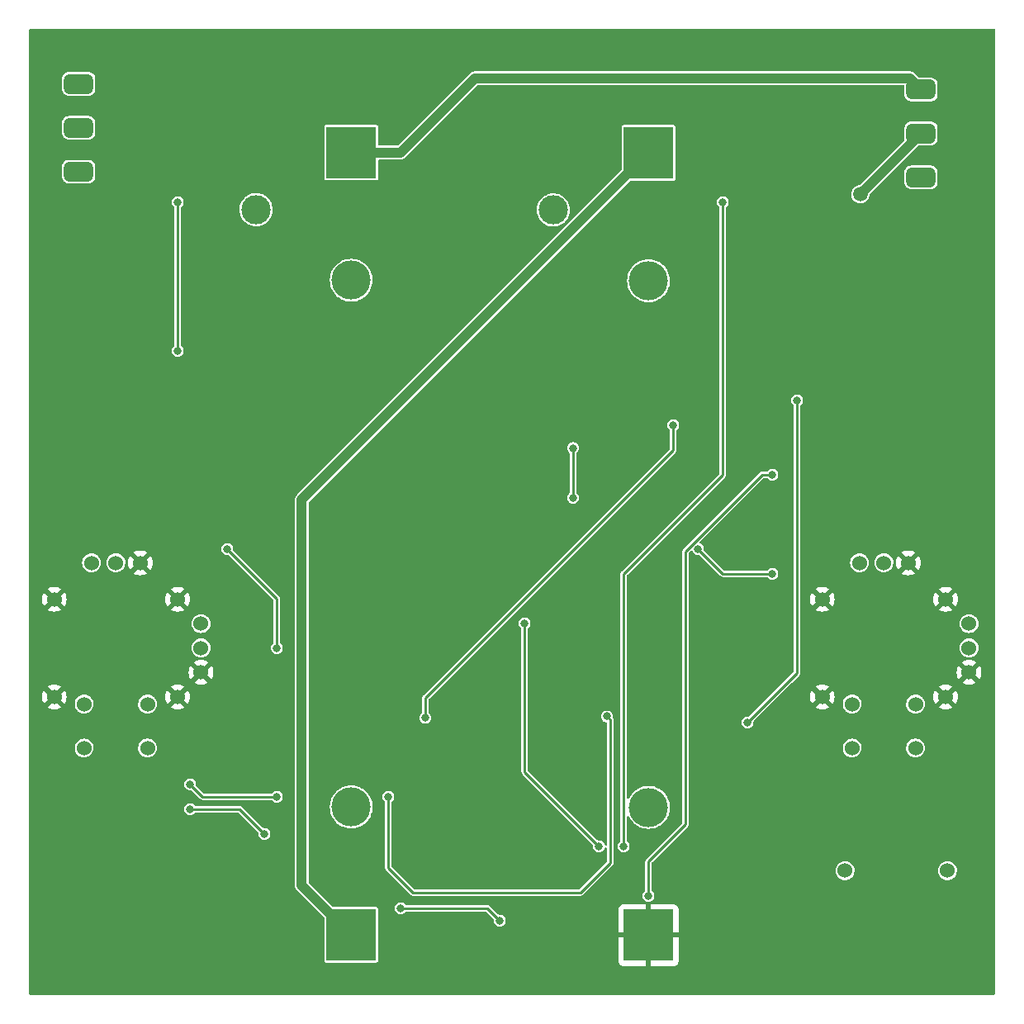
<source format=gbr>
%TF.GenerationSoftware,KiCad,Pcbnew,(6.0.2-0)*%
%TF.CreationDate,2022-03-25T12:04:44+00:00*%
%TF.ProjectId,controller,636f6e74-726f-46c6-9c65-722e6b696361,V1.2*%
%TF.SameCoordinates,Original*%
%TF.FileFunction,Copper,L2,Bot*%
%TF.FilePolarity,Positive*%
%FSLAX46Y46*%
G04 Gerber Fmt 4.6, Leading zero omitted, Abs format (unit mm)*
G04 Created by KiCad (PCBNEW (6.0.2-0)) date 2022-03-25 12:04:44*
%MOMM*%
%LPD*%
G01*
G04 APERTURE LIST*
G04 Aperture macros list*
%AMRoundRect*
0 Rectangle with rounded corners*
0 $1 Rounding radius*
0 $2 $3 $4 $5 $6 $7 $8 $9 X,Y pos of 4 corners*
0 Add a 4 corners polygon primitive as box body*
4,1,4,$2,$3,$4,$5,$6,$7,$8,$9,$2,$3,0*
0 Add four circle primitives for the rounded corners*
1,1,$1+$1,$2,$3*
1,1,$1+$1,$4,$5*
1,1,$1+$1,$6,$7*
1,1,$1+$1,$8,$9*
0 Add four rect primitives between the rounded corners*
20,1,$1+$1,$2,$3,$4,$5,0*
20,1,$1+$1,$4,$5,$6,$7,0*
20,1,$1+$1,$6,$7,$8,$9,0*
20,1,$1+$1,$8,$9,$2,$3,0*%
G04 Aperture macros list end*
%TA.AperFunction,ComponentPad*%
%ADD10RoundRect,0.500000X-1.000000X0.500000X-1.000000X-0.500000X1.000000X-0.500000X1.000000X0.500000X0*%
%TD*%
%TA.AperFunction,ComponentPad*%
%ADD11C,1.524000*%
%TD*%
%TA.AperFunction,ComponentPad*%
%ADD12RoundRect,0.500000X1.000000X-0.500000X1.000000X0.500000X-1.000000X0.500000X-1.000000X-0.500000X0*%
%TD*%
%TA.AperFunction,WasherPad*%
%ADD13C,3.000000*%
%TD*%
%TA.AperFunction,WasherPad*%
%ADD14C,4.000000*%
%TD*%
%TA.AperFunction,SMDPad,CuDef*%
%ADD15R,5.120000X5.300000*%
%TD*%
%TA.AperFunction,ViaPad*%
%ADD16C,0.800000*%
%TD*%
%TA.AperFunction,ViaPad*%
%ADD17C,1.500000*%
%TD*%
%TA.AperFunction,Conductor*%
%ADD18C,0.250000*%
%TD*%
%TA.AperFunction,Conductor*%
%ADD19C,1.000000*%
%TD*%
G04 APERTURE END LIST*
D10*
%TO.P,PWR_SW1,1,A*%
%TO.N,+BATT*%
X198120000Y-57040000D03*
%TO.P,PWR_SW1,2,B*%
%TO.N,BAT_PWR*%
X198120000Y-61540000D03*
%TO.P,PWR_SW1,3,C*%
%TO.N,unconnected-(PWR_SW1-Pad3)*%
X198120000Y-66040000D03*
%TD*%
D11*
%TO.P,U1,EARTH*%
%TO.N,Earth*%
X109245000Y-119300000D03*
X109245000Y-109300000D03*
X121895000Y-109300000D03*
X121895000Y-119300000D03*
%TO.P,U1,SW1*%
%TO.N,unconnected-(U1-PadSW1)*%
X118820000Y-120050000D03*
X112320000Y-120050000D03*
%TO.P,U1,SW2*%
%TO.N,unconnected-(U1-PadSW2)*%
X118820000Y-124550000D03*
X112320000Y-124550000D03*
%TO.P,U1,X1*%
%TO.N,+3V3*%
X113070000Y-105570000D03*
%TO.P,U1,X2*%
%TO.N,Net-(C4-Pad2)*%
X115570000Y-105570000D03*
%TO.P,U1,X3*%
%TO.N,Earth*%
X118070000Y-105570000D03*
%TO.P,U1,Y1*%
%TO.N,+3V3*%
X124300000Y-111800000D03*
%TO.P,U1,Y2*%
%TO.N,Net-(C3-Pad2)*%
X124300000Y-114300000D03*
%TO.P,U1,Y3*%
%TO.N,Earth*%
X124300000Y-116800000D03*
%TD*%
%TO.P,BZ1,1,-*%
%TO.N,+5V*%
X200830000Y-137138466D03*
%TO.P,BZ1,2,+*%
%TO.N,Net-(BZ1-Pad2)*%
X190330000Y-137138466D03*
%TD*%
%TO.P,U2,EARTH*%
%TO.N,Earth*%
X200635000Y-119300000D03*
X200635000Y-109300000D03*
X187985000Y-119300000D03*
X187985000Y-109300000D03*
%TO.P,U2,SW1*%
%TO.N,unconnected-(U2-PadSW1)*%
X197560000Y-120050000D03*
X191060000Y-120050000D03*
%TO.P,U2,SW2*%
%TO.N,unconnected-(U2-PadSW2)*%
X197560000Y-124550000D03*
X191060000Y-124550000D03*
%TO.P,U2,X1*%
%TO.N,+3V3*%
X191810000Y-105570000D03*
%TO.P,U2,X2*%
%TO.N,Net-(C6-Pad2)*%
X194310000Y-105570000D03*
%TO.P,U2,X3*%
%TO.N,Earth*%
X196810000Y-105570000D03*
%TO.P,U2,Y1*%
%TO.N,+3V3*%
X203040000Y-111800000D03*
%TO.P,U2,Y2*%
%TO.N,Net-(C5-Pad2)*%
X203040000Y-114300000D03*
%TO.P,U2,Y3*%
%TO.N,Earth*%
X203040000Y-116800000D03*
%TD*%
D12*
%TO.P,SW1,1,A*%
%TO.N,+5V*%
X111760000Y-65460000D03*
%TO.P,SW1,2,B*%
%TO.N,Net-(R19-Pad1)*%
X111760000Y-60960000D03*
%TO.P,SW1,3,C*%
%TO.N,unconnected-(SW1-Pad3)*%
X111760000Y-56460000D03*
%TD*%
D13*
%TO.P,BT1,*%
%TO.N,*%
X129950000Y-69350000D03*
D14*
X139700000Y-130600000D03*
X139700000Y-76600000D03*
D15*
%TO.P,BT1,1*%
%TO.N,+BATT*%
X139700000Y-63500000D03*
%TO.P,BT1,2*%
%TO.N,Net-(BT1-Pad2)*%
X139700000Y-143700000D03*
%TD*%
D14*
%TO.P,BT2,*%
%TO.N,*%
X170180000Y-76635000D03*
X170180000Y-130635000D03*
D13*
X160430000Y-69385000D03*
D15*
%TO.P,BT2,1*%
%TO.N,Net-(BT1-Pad2)*%
X170180000Y-63535000D03*
%TO.P,BT2,2*%
%TO.N,Earth*%
X170180000Y-143735000D03*
%TD*%
D16*
%TO.N,LED_1*%
X154940000Y-142240000D03*
X144780000Y-140970000D03*
%TO.N,Earth*%
X128844963Y-137583089D03*
X109220000Y-147320000D03*
X163830000Y-80010000D03*
X109220000Y-53340000D03*
X203200000Y-147320000D03*
X203200000Y-53340000D03*
%TO.N,Btn_1*%
X182880000Y-96520000D03*
X170180000Y-139700000D03*
%TO.N,Btn_2*%
X185420000Y-88900000D03*
X180340000Y-121920000D03*
%TO.N,Btn_3*%
X147311432Y-121466444D03*
X172720000Y-91440000D03*
%TO.N,SW_1*%
X121920000Y-83820000D03*
X123190000Y-128270000D03*
X121920000Y-68580000D03*
X132080000Y-129540000D03*
%TO.N,NRF_CSN*%
X162440013Y-93798771D03*
X162438693Y-98904727D03*
%TO.N,+3V3*%
X182880000Y-106680000D03*
X175260000Y-104140000D03*
%TO.N,R_ROLL*%
X143510000Y-129540000D03*
X165901885Y-121312181D03*
%TO.N,L_ROLL*%
X132080000Y-114300000D03*
X127000000Y-104140000D03*
%TO.N,+5V*%
X130810000Y-133350000D03*
X123190000Y-130810000D03*
%TO.N,RESET*%
X167640000Y-134620000D03*
X177800000Y-68580000D03*
%TO.N,NRF_MOSI*%
X165100000Y-134620000D03*
X157480000Y-111760000D03*
D17*
%TO.N,BAT_PWR*%
X191900011Y-67759989D03*
%TD*%
D18*
%TO.N,LED_1*%
X153670000Y-140970000D02*
X154940000Y-142240000D01*
X144780000Y-140970000D02*
X153670000Y-140970000D01*
%TO.N,Btn_1*%
X173990000Y-132370220D02*
X173990000Y-104385386D01*
X170180000Y-139700000D02*
X170180000Y-136180220D01*
X173990000Y-104385386D02*
X181855386Y-96520000D01*
X181855386Y-96520000D02*
X182880000Y-96520000D01*
X170180000Y-136180220D02*
X173990000Y-132370220D01*
%TO.N,Btn_2*%
X185420000Y-91440000D02*
X185420000Y-88900000D01*
X180340000Y-121920000D02*
X185420000Y-116840000D01*
X185420000Y-116840000D02*
X185420000Y-91440000D01*
%TO.N,Btn_3*%
X172720000Y-93980000D02*
X172720000Y-91440000D01*
X147320000Y-121457876D02*
X147320000Y-119380000D01*
X147320000Y-119380000D02*
X172720000Y-93980000D01*
X147311432Y-121466444D02*
X147320000Y-121457876D01*
%TO.N,SW_1*%
X132080000Y-129540000D02*
X124460000Y-129540000D01*
X121920000Y-83820000D02*
X121920000Y-68580000D01*
X124460000Y-129540000D02*
X123190000Y-128270000D01*
%TO.N,NRF_CSN*%
X162440013Y-98903407D02*
X162440013Y-93798771D01*
X162438693Y-98904727D02*
X162440013Y-98903407D01*
%TO.N,+3V3*%
X182880000Y-106680000D02*
X177800000Y-106680000D01*
X177800000Y-106680000D02*
X175260000Y-104140000D01*
%TO.N,R_ROLL*%
X166249992Y-136357751D02*
X166249992Y-121660288D01*
X143510000Y-136861305D02*
X146011548Y-139362853D01*
X143510000Y-130102232D02*
X143510000Y-129540000D01*
X163244890Y-139362853D02*
X166249992Y-136357751D01*
X143510000Y-130102232D02*
X143510000Y-136861305D01*
X166249992Y-121660288D02*
X165901885Y-121312181D01*
X146011548Y-139362853D02*
X163244890Y-139362853D01*
%TO.N,L_ROLL*%
X132080000Y-114300000D02*
X132080000Y-109220000D01*
X132080000Y-109220000D02*
X127000000Y-104140000D01*
%TO.N,+5V*%
X128270000Y-130810000D02*
X123190000Y-130810000D01*
X130810000Y-133350000D02*
X128270000Y-130810000D01*
%TO.N,RESET*%
X177800000Y-96520000D02*
X177800000Y-68580000D01*
X167640000Y-134620000D02*
X167640000Y-106680000D01*
X167640000Y-106680000D02*
X177800000Y-96520000D01*
D19*
%TO.N,+BATT*%
X152400000Y-55880000D02*
X196960000Y-55880000D01*
X196960000Y-55880000D02*
X198120000Y-57040000D01*
X144780000Y-63500000D02*
X152400000Y-55880000D01*
X144780000Y-63500000D02*
X139700000Y-63500000D01*
D18*
%TO.N,NRF_MOSI*%
X157480000Y-111760000D02*
X157480000Y-127000000D01*
X157480000Y-127000000D02*
X165100000Y-134620000D01*
D19*
%TO.N,Net-(BT1-Pad2)*%
X134620000Y-138620000D02*
X139700000Y-143700000D01*
X134620000Y-99095000D02*
X134620000Y-138620000D01*
X170180000Y-63535000D02*
X134620000Y-99095000D01*
%TO.N,BAT_PWR*%
X198120000Y-61540000D02*
X191900011Y-67759989D01*
%TD*%
%TA.AperFunction,Conductor*%
%TO.N,Earth*%
G36*
X205672121Y-50830002D02*
G01*
X205718614Y-50883658D01*
X205730000Y-50936000D01*
X205730000Y-149724000D01*
X205709998Y-149792121D01*
X205656342Y-149838614D01*
X205604000Y-149850000D01*
X106816000Y-149850000D01*
X106747879Y-149829998D01*
X106701386Y-149776342D01*
X106690000Y-149724000D01*
X106690000Y-138656930D01*
X133915322Y-138656930D01*
X133916627Y-138664406D01*
X133916627Y-138664409D01*
X133926178Y-138719132D01*
X133927141Y-138725658D01*
X133934724Y-138788320D01*
X133937409Y-138795427D01*
X133938218Y-138798720D01*
X133942177Y-138813191D01*
X133943166Y-138816467D01*
X133944473Y-138823954D01*
X133947528Y-138830913D01*
X133947528Y-138830914D01*
X133969847Y-138881760D01*
X133972339Y-138887866D01*
X133994655Y-138946923D01*
X133998954Y-138953178D01*
X134000535Y-138956203D01*
X134007825Y-138969299D01*
X134009566Y-138972243D01*
X134012621Y-138979202D01*
X134017246Y-138985230D01*
X134017247Y-138985231D01*
X134051042Y-139029273D01*
X134054919Y-139034609D01*
X134086381Y-139080386D01*
X134086386Y-139080392D01*
X134090688Y-139086651D01*
X134096362Y-139091706D01*
X134136657Y-139127608D01*
X134141933Y-139132589D01*
X136902595Y-141893252D01*
X136936621Y-141955564D01*
X136939500Y-141982347D01*
X136939500Y-146369748D01*
X136951133Y-146428231D01*
X136995448Y-146494552D01*
X137061769Y-146538867D01*
X137073938Y-146541288D01*
X137073939Y-146541288D01*
X137114184Y-146549293D01*
X137120252Y-146550500D01*
X142279748Y-146550500D01*
X142285816Y-146549293D01*
X142326061Y-146541288D01*
X142326062Y-146541288D01*
X142338231Y-146538867D01*
X142404552Y-146494552D01*
X142447906Y-146429669D01*
X167112001Y-146429669D01*
X167112371Y-146436490D01*
X167117895Y-146487352D01*
X167121521Y-146502604D01*
X167166676Y-146623054D01*
X167175214Y-146638649D01*
X167251715Y-146740724D01*
X167264276Y-146753285D01*
X167366351Y-146829786D01*
X167381946Y-146838324D01*
X167502394Y-146883478D01*
X167517649Y-146887105D01*
X167568514Y-146892631D01*
X167575328Y-146893000D01*
X169907885Y-146893000D01*
X169923124Y-146888525D01*
X169924329Y-146887135D01*
X169926000Y-146879452D01*
X169926000Y-146874884D01*
X170434000Y-146874884D01*
X170438475Y-146890123D01*
X170439865Y-146891328D01*
X170447548Y-146892999D01*
X172784669Y-146892999D01*
X172791490Y-146892629D01*
X172842352Y-146887105D01*
X172857604Y-146883479D01*
X172978054Y-146838324D01*
X172993649Y-146829786D01*
X173095724Y-146753285D01*
X173108285Y-146740724D01*
X173184786Y-146638649D01*
X173193324Y-146623054D01*
X173238478Y-146502606D01*
X173242105Y-146487351D01*
X173247631Y-146436486D01*
X173248000Y-146429672D01*
X173248000Y-144007115D01*
X173243525Y-143991876D01*
X173242135Y-143990671D01*
X173234452Y-143989000D01*
X170452115Y-143989000D01*
X170436876Y-143993475D01*
X170435671Y-143994865D01*
X170434000Y-144002548D01*
X170434000Y-146874884D01*
X169926000Y-146874884D01*
X169926000Y-144007115D01*
X169921525Y-143991876D01*
X169920135Y-143990671D01*
X169912452Y-143989000D01*
X167130116Y-143989000D01*
X167114877Y-143993475D01*
X167113672Y-143994865D01*
X167112001Y-144002548D01*
X167112001Y-146429669D01*
X142447906Y-146429669D01*
X142448867Y-146428231D01*
X142460500Y-146369748D01*
X142460500Y-143462885D01*
X167112000Y-143462885D01*
X167116475Y-143478124D01*
X167117865Y-143479329D01*
X167125548Y-143481000D01*
X169907885Y-143481000D01*
X169923124Y-143476525D01*
X169924329Y-143475135D01*
X169926000Y-143467452D01*
X169926000Y-143462885D01*
X170434000Y-143462885D01*
X170438475Y-143478124D01*
X170439865Y-143479329D01*
X170447548Y-143481000D01*
X173229884Y-143481000D01*
X173245123Y-143476525D01*
X173246328Y-143475135D01*
X173247999Y-143467452D01*
X173247999Y-141040331D01*
X173247629Y-141033510D01*
X173242105Y-140982648D01*
X173238479Y-140967396D01*
X173193324Y-140846946D01*
X173184786Y-140831351D01*
X173108285Y-140729276D01*
X173095724Y-140716715D01*
X172993649Y-140640214D01*
X172978054Y-140631676D01*
X172857606Y-140586522D01*
X172842351Y-140582895D01*
X172791486Y-140577369D01*
X172784672Y-140577000D01*
X170452115Y-140577000D01*
X170436876Y-140581475D01*
X170435671Y-140582865D01*
X170434000Y-140590548D01*
X170434000Y-143462885D01*
X169926000Y-143462885D01*
X169926000Y-140595116D01*
X169921525Y-140579877D01*
X169920135Y-140578672D01*
X169912452Y-140577001D01*
X167575331Y-140577001D01*
X167568510Y-140577371D01*
X167517648Y-140582895D01*
X167502396Y-140586521D01*
X167381946Y-140631676D01*
X167366351Y-140640214D01*
X167264276Y-140716715D01*
X167251715Y-140729276D01*
X167175214Y-140831351D01*
X167166676Y-140846946D01*
X167121522Y-140967394D01*
X167117895Y-140982649D01*
X167112369Y-141033514D01*
X167112000Y-141040328D01*
X167112000Y-143462885D01*
X142460500Y-143462885D01*
X142460500Y-141030252D01*
X142448867Y-140971769D01*
X142447685Y-140970000D01*
X144174318Y-140970000D01*
X144194956Y-141126762D01*
X144255464Y-141272841D01*
X144351718Y-141398282D01*
X144477159Y-141494536D01*
X144623238Y-141555044D01*
X144780000Y-141575682D01*
X144788188Y-141574604D01*
X144928574Y-141556122D01*
X144936762Y-141555044D01*
X145082841Y-141494536D01*
X145208282Y-141398282D01*
X145249323Y-141344796D01*
X145306661Y-141302929D01*
X145349286Y-141295500D01*
X153482983Y-141295500D01*
X153551104Y-141315502D01*
X153572079Y-141332405D01*
X154307292Y-142067619D01*
X154341317Y-142129931D01*
X154343118Y-142173158D01*
X154334318Y-142240000D01*
X154354956Y-142396762D01*
X154415464Y-142542841D01*
X154511718Y-142668282D01*
X154637159Y-142764536D01*
X154783238Y-142825044D01*
X154940000Y-142845682D01*
X154948188Y-142844604D01*
X155088574Y-142826122D01*
X155096762Y-142825044D01*
X155242841Y-142764536D01*
X155368282Y-142668282D01*
X155464536Y-142542841D01*
X155525044Y-142396762D01*
X155545682Y-142240000D01*
X155525044Y-142083238D01*
X155464536Y-141937159D01*
X155368282Y-141811718D01*
X155242841Y-141715464D01*
X155096762Y-141654956D01*
X154940000Y-141634318D01*
X154873159Y-141643118D01*
X154803012Y-141632179D01*
X154767619Y-141607292D01*
X153914105Y-140753779D01*
X153906678Y-140745674D01*
X153882455Y-140716806D01*
X153872906Y-140711293D01*
X153849815Y-140697961D01*
X153840544Y-140692055D01*
X153818715Y-140676770D01*
X153809684Y-140670446D01*
X153799034Y-140667592D01*
X153795866Y-140666115D01*
X153792590Y-140664923D01*
X153783045Y-140659412D01*
X153749301Y-140653462D01*
X153745942Y-140652870D01*
X153735215Y-140650492D01*
X153698807Y-140640736D01*
X153687822Y-140641697D01*
X153687820Y-140641697D01*
X153661272Y-140644020D01*
X153650290Y-140644500D01*
X145349286Y-140644500D01*
X145281165Y-140624498D01*
X145249323Y-140595204D01*
X145249256Y-140595116D01*
X145208282Y-140541718D01*
X145082841Y-140445464D01*
X144936762Y-140384956D01*
X144780000Y-140364318D01*
X144623238Y-140384956D01*
X144477159Y-140445464D01*
X144351718Y-140541718D01*
X144255464Y-140667159D01*
X144194956Y-140813238D01*
X144174318Y-140970000D01*
X142447685Y-140970000D01*
X142404552Y-140905448D01*
X142338231Y-140861133D01*
X142326062Y-140858712D01*
X142326061Y-140858712D01*
X142285816Y-140850707D01*
X142279748Y-140849500D01*
X137892346Y-140849500D01*
X137824225Y-140829498D01*
X137803251Y-140812595D01*
X136690656Y-139700000D01*
X169574318Y-139700000D01*
X169594956Y-139856762D01*
X169655464Y-140002841D01*
X169751718Y-140128282D01*
X169877159Y-140224536D01*
X170023238Y-140285044D01*
X170180000Y-140305682D01*
X170188188Y-140304604D01*
X170328574Y-140286122D01*
X170336762Y-140285044D01*
X170482841Y-140224536D01*
X170608282Y-140128282D01*
X170704536Y-140002841D01*
X170765044Y-139856762D01*
X170785682Y-139700000D01*
X170765044Y-139543238D01*
X170704536Y-139397159D01*
X170608282Y-139271718D01*
X170554796Y-139230677D01*
X170512929Y-139173339D01*
X170505500Y-139130714D01*
X170505500Y-137124962D01*
X189362937Y-137124962D01*
X189378732Y-137313056D01*
X189430760Y-137494500D01*
X189517040Y-137662383D01*
X189520865Y-137667209D01*
X189520867Y-137667212D01*
X189630456Y-137805480D01*
X189630460Y-137805485D01*
X189634285Y-137810310D01*
X189778030Y-137932646D01*
X189783408Y-137935652D01*
X189783410Y-137935653D01*
X189860415Y-137978689D01*
X189942800Y-138024733D01*
X190122317Y-138083061D01*
X190309745Y-138105411D01*
X190315880Y-138104939D01*
X190315882Y-138104939D01*
X190491803Y-138091403D01*
X190491807Y-138091402D01*
X190497945Y-138090930D01*
X190503877Y-138089274D01*
X190503881Y-138089273D01*
X190673804Y-138041829D01*
X190673808Y-138041828D01*
X190679748Y-138040169D01*
X190759297Y-137999986D01*
X190842728Y-137957843D01*
X190842730Y-137957842D01*
X190848229Y-137955064D01*
X190996970Y-137838854D01*
X191000996Y-137834190D01*
X191000999Y-137834187D01*
X191116278Y-137700635D01*
X191116279Y-137700633D01*
X191120307Y-137695967D01*
X191213542Y-137531844D01*
X191273123Y-137352738D01*
X191296780Y-137165471D01*
X191297157Y-137138466D01*
X191295833Y-137124962D01*
X199862937Y-137124962D01*
X199878732Y-137313056D01*
X199930760Y-137494500D01*
X200017040Y-137662383D01*
X200020865Y-137667209D01*
X200020867Y-137667212D01*
X200130456Y-137805480D01*
X200130460Y-137805485D01*
X200134285Y-137810310D01*
X200278030Y-137932646D01*
X200283408Y-137935652D01*
X200283410Y-137935653D01*
X200360415Y-137978689D01*
X200442800Y-138024733D01*
X200622317Y-138083061D01*
X200809745Y-138105411D01*
X200815880Y-138104939D01*
X200815882Y-138104939D01*
X200991803Y-138091403D01*
X200991807Y-138091402D01*
X200997945Y-138090930D01*
X201003877Y-138089274D01*
X201003881Y-138089273D01*
X201173804Y-138041829D01*
X201173808Y-138041828D01*
X201179748Y-138040169D01*
X201259297Y-137999986D01*
X201342728Y-137957843D01*
X201342730Y-137957842D01*
X201348229Y-137955064D01*
X201496970Y-137838854D01*
X201500996Y-137834190D01*
X201500999Y-137834187D01*
X201616278Y-137700635D01*
X201616279Y-137700633D01*
X201620307Y-137695967D01*
X201713542Y-137531844D01*
X201773123Y-137352738D01*
X201796780Y-137165471D01*
X201797157Y-137138466D01*
X201778738Y-136950611D01*
X201724181Y-136769911D01*
X201635566Y-136603249D01*
X201631257Y-136597965D01*
X201520161Y-136461750D01*
X201516266Y-136456974D01*
X201510475Y-136452183D01*
X201375577Y-136340586D01*
X201375574Y-136340584D01*
X201370827Y-136336657D01*
X201204788Y-136246880D01*
X201024474Y-136191063D01*
X201018356Y-136190420D01*
X201018351Y-136190419D01*
X200842881Y-136171977D01*
X200842879Y-136171977D01*
X200836752Y-136171333D01*
X200721125Y-136181856D01*
X200654914Y-136187881D01*
X200654913Y-136187881D01*
X200648773Y-136188440D01*
X200467697Y-136241734D01*
X200462232Y-136244591D01*
X200327464Y-136315046D01*
X200300420Y-136329184D01*
X200153316Y-136447459D01*
X200031986Y-136592054D01*
X199941052Y-136757462D01*
X199883978Y-136937383D01*
X199883292Y-136943502D01*
X199883291Y-136943505D01*
X199863624Y-137118837D01*
X199862937Y-137124962D01*
X191295833Y-137124962D01*
X191278738Y-136950611D01*
X191224181Y-136769911D01*
X191135566Y-136603249D01*
X191131257Y-136597965D01*
X191020161Y-136461750D01*
X191016266Y-136456974D01*
X191010475Y-136452183D01*
X190875577Y-136340586D01*
X190875574Y-136340584D01*
X190870827Y-136336657D01*
X190704788Y-136246880D01*
X190524474Y-136191063D01*
X190518356Y-136190420D01*
X190518351Y-136190419D01*
X190342881Y-136171977D01*
X190342879Y-136171977D01*
X190336752Y-136171333D01*
X190221125Y-136181856D01*
X190154914Y-136187881D01*
X190154913Y-136187881D01*
X190148773Y-136188440D01*
X189967697Y-136241734D01*
X189962232Y-136244591D01*
X189827464Y-136315046D01*
X189800420Y-136329184D01*
X189653316Y-136447459D01*
X189531986Y-136592054D01*
X189441052Y-136757462D01*
X189383978Y-136937383D01*
X189383292Y-136943502D01*
X189383291Y-136943505D01*
X189363624Y-137118837D01*
X189362937Y-137124962D01*
X170505500Y-137124962D01*
X170505500Y-136367236D01*
X170525502Y-136299115D01*
X170542405Y-136278141D01*
X174206215Y-132614331D01*
X174214319Y-132606904D01*
X174234749Y-132589761D01*
X174243194Y-132582675D01*
X174248707Y-132573126D01*
X174262039Y-132550035D01*
X174267945Y-132540764D01*
X174283230Y-132518935D01*
X174289554Y-132509904D01*
X174292408Y-132499254D01*
X174293885Y-132496086D01*
X174295077Y-132492810D01*
X174300588Y-132483265D01*
X174307130Y-132446162D01*
X174309509Y-132435430D01*
X174319264Y-132399027D01*
X174318196Y-132386813D01*
X174315979Y-132361477D01*
X174315500Y-132350496D01*
X174315500Y-124536496D01*
X190092937Y-124536496D01*
X190108732Y-124724590D01*
X190160760Y-124906034D01*
X190247040Y-125073917D01*
X190250865Y-125078743D01*
X190250867Y-125078746D01*
X190360456Y-125217014D01*
X190360460Y-125217019D01*
X190364285Y-125221844D01*
X190508030Y-125344180D01*
X190513408Y-125347186D01*
X190513410Y-125347187D01*
X190590415Y-125390224D01*
X190672800Y-125436267D01*
X190852317Y-125494595D01*
X191039745Y-125516945D01*
X191045880Y-125516473D01*
X191045882Y-125516473D01*
X191221803Y-125502937D01*
X191221807Y-125502936D01*
X191227945Y-125502464D01*
X191233877Y-125500808D01*
X191233881Y-125500807D01*
X191403804Y-125453363D01*
X191403808Y-125453362D01*
X191409748Y-125451703D01*
X191489297Y-125411520D01*
X191572728Y-125369377D01*
X191572730Y-125369376D01*
X191578229Y-125366598D01*
X191726970Y-125250388D01*
X191730996Y-125245724D01*
X191730999Y-125245721D01*
X191846278Y-125112169D01*
X191846279Y-125112167D01*
X191850307Y-125107501D01*
X191943542Y-124943378D01*
X192003123Y-124764272D01*
X192026780Y-124577005D01*
X192027157Y-124550000D01*
X192025833Y-124536496D01*
X196592937Y-124536496D01*
X196608732Y-124724590D01*
X196660760Y-124906034D01*
X196747040Y-125073917D01*
X196750865Y-125078743D01*
X196750867Y-125078746D01*
X196860456Y-125217014D01*
X196860460Y-125217019D01*
X196864285Y-125221844D01*
X197008030Y-125344180D01*
X197013408Y-125347186D01*
X197013410Y-125347187D01*
X197090415Y-125390224D01*
X197172800Y-125436267D01*
X197352317Y-125494595D01*
X197539745Y-125516945D01*
X197545880Y-125516473D01*
X197545882Y-125516473D01*
X197721803Y-125502937D01*
X197721807Y-125502936D01*
X197727945Y-125502464D01*
X197733877Y-125500808D01*
X197733881Y-125500807D01*
X197903804Y-125453363D01*
X197903808Y-125453362D01*
X197909748Y-125451703D01*
X197989297Y-125411520D01*
X198072728Y-125369377D01*
X198072730Y-125369376D01*
X198078229Y-125366598D01*
X198226970Y-125250388D01*
X198230996Y-125245724D01*
X198230999Y-125245721D01*
X198346278Y-125112169D01*
X198346279Y-125112167D01*
X198350307Y-125107501D01*
X198443542Y-124943378D01*
X198503123Y-124764272D01*
X198526780Y-124577005D01*
X198527157Y-124550000D01*
X198508738Y-124362145D01*
X198454181Y-124181445D01*
X198365566Y-124014783D01*
X198246266Y-123868508D01*
X198240475Y-123863717D01*
X198105577Y-123752120D01*
X198105574Y-123752118D01*
X198100827Y-123748191D01*
X197934788Y-123658414D01*
X197754474Y-123602597D01*
X197748356Y-123601954D01*
X197748351Y-123601953D01*
X197572881Y-123583511D01*
X197572879Y-123583511D01*
X197566752Y-123582867D01*
X197451126Y-123593390D01*
X197384914Y-123599415D01*
X197384913Y-123599415D01*
X197378773Y-123599974D01*
X197197697Y-123653268D01*
X197030420Y-123740718D01*
X196883316Y-123858993D01*
X196761986Y-124003588D01*
X196671052Y-124168996D01*
X196613978Y-124348917D01*
X196592937Y-124536496D01*
X192025833Y-124536496D01*
X192008738Y-124362145D01*
X191954181Y-124181445D01*
X191865566Y-124014783D01*
X191746266Y-123868508D01*
X191740475Y-123863717D01*
X191605577Y-123752120D01*
X191605574Y-123752118D01*
X191600827Y-123748191D01*
X191434788Y-123658414D01*
X191254474Y-123602597D01*
X191248356Y-123601954D01*
X191248351Y-123601953D01*
X191072881Y-123583511D01*
X191072879Y-123583511D01*
X191066752Y-123582867D01*
X190951126Y-123593390D01*
X190884914Y-123599415D01*
X190884913Y-123599415D01*
X190878773Y-123599974D01*
X190697697Y-123653268D01*
X190530420Y-123740718D01*
X190383316Y-123858993D01*
X190261986Y-124003588D01*
X190171052Y-124168996D01*
X190113978Y-124348917D01*
X190092937Y-124536496D01*
X174315500Y-124536496D01*
X174315500Y-121920000D01*
X179734318Y-121920000D01*
X179754956Y-122076762D01*
X179815464Y-122222841D01*
X179911718Y-122348282D01*
X180037159Y-122444536D01*
X180183238Y-122505044D01*
X180340000Y-122525682D01*
X180348188Y-122524604D01*
X180488574Y-122506122D01*
X180496762Y-122505044D01*
X180642841Y-122444536D01*
X180768282Y-122348282D01*
X180864536Y-122222841D01*
X180925044Y-122076762D01*
X180945682Y-121920000D01*
X180936882Y-121853157D01*
X180947821Y-121783010D01*
X180972709Y-121747617D01*
X182361549Y-120358777D01*
X187290777Y-120358777D01*
X187300074Y-120370793D01*
X187343069Y-120400898D01*
X187352555Y-120406376D01*
X187543993Y-120495645D01*
X187554285Y-120499391D01*
X187758309Y-120554059D01*
X187769104Y-120555962D01*
X187979525Y-120574372D01*
X187990475Y-120574372D01*
X188200896Y-120555962D01*
X188211691Y-120554059D01*
X188415715Y-120499391D01*
X188426007Y-120495645D01*
X188617445Y-120406376D01*
X188626931Y-120400898D01*
X188670764Y-120370207D01*
X188679139Y-120359729D01*
X188672071Y-120346281D01*
X188362286Y-120036496D01*
X190092937Y-120036496D01*
X190108732Y-120224590D01*
X190160760Y-120406034D01*
X190247040Y-120573917D01*
X190250865Y-120578743D01*
X190250867Y-120578746D01*
X190360456Y-120717014D01*
X190360460Y-120717019D01*
X190364285Y-120721844D01*
X190508030Y-120844180D01*
X190513408Y-120847186D01*
X190513410Y-120847187D01*
X190570111Y-120878876D01*
X190672800Y-120936267D01*
X190852317Y-120994595D01*
X191039745Y-121016945D01*
X191045880Y-121016473D01*
X191045882Y-121016473D01*
X191221803Y-121002937D01*
X191221807Y-121002936D01*
X191227945Y-121002464D01*
X191233877Y-121000808D01*
X191233881Y-121000807D01*
X191403804Y-120953363D01*
X191403808Y-120953362D01*
X191409748Y-120951703D01*
X191489297Y-120911520D01*
X191572728Y-120869377D01*
X191572730Y-120869376D01*
X191578229Y-120866598D01*
X191726970Y-120750388D01*
X191730996Y-120745724D01*
X191730999Y-120745721D01*
X191846278Y-120612169D01*
X191846279Y-120612167D01*
X191850307Y-120607501D01*
X191943542Y-120443378D01*
X192003123Y-120264272D01*
X192026780Y-120077005D01*
X192027157Y-120050000D01*
X192025833Y-120036496D01*
X196592937Y-120036496D01*
X196608732Y-120224590D01*
X196660760Y-120406034D01*
X196747040Y-120573917D01*
X196750865Y-120578743D01*
X196750867Y-120578746D01*
X196860456Y-120717014D01*
X196860460Y-120717019D01*
X196864285Y-120721844D01*
X197008030Y-120844180D01*
X197013408Y-120847186D01*
X197013410Y-120847187D01*
X197070111Y-120878876D01*
X197172800Y-120936267D01*
X197352317Y-120994595D01*
X197539745Y-121016945D01*
X197545880Y-121016473D01*
X197545882Y-121016473D01*
X197721803Y-121002937D01*
X197721807Y-121002936D01*
X197727945Y-121002464D01*
X197733877Y-121000808D01*
X197733881Y-121000807D01*
X197903804Y-120953363D01*
X197903808Y-120953362D01*
X197909748Y-120951703D01*
X197989297Y-120911520D01*
X198072728Y-120869377D01*
X198072730Y-120869376D01*
X198078229Y-120866598D01*
X198226970Y-120750388D01*
X198230996Y-120745724D01*
X198230999Y-120745721D01*
X198346278Y-120612169D01*
X198346279Y-120612167D01*
X198350307Y-120607501D01*
X198443542Y-120443378D01*
X198471685Y-120358777D01*
X199940777Y-120358777D01*
X199950074Y-120370793D01*
X199993069Y-120400898D01*
X200002555Y-120406376D01*
X200193993Y-120495645D01*
X200204285Y-120499391D01*
X200408309Y-120554059D01*
X200419104Y-120555962D01*
X200629525Y-120574372D01*
X200640475Y-120574372D01*
X200850896Y-120555962D01*
X200861691Y-120554059D01*
X201065715Y-120499391D01*
X201076007Y-120495645D01*
X201267445Y-120406376D01*
X201276931Y-120400898D01*
X201320764Y-120370207D01*
X201329139Y-120359729D01*
X201322071Y-120346281D01*
X200647812Y-119672022D01*
X200633868Y-119664408D01*
X200632035Y-119664539D01*
X200625420Y-119668790D01*
X199947207Y-120347003D01*
X199940777Y-120358777D01*
X198471685Y-120358777D01*
X198503123Y-120264272D01*
X198526780Y-120077005D01*
X198527157Y-120050000D01*
X198508738Y-119862145D01*
X198454181Y-119681445D01*
X198365566Y-119514783D01*
X198246266Y-119368508D01*
X198238617Y-119362180D01*
X198170072Y-119305475D01*
X199360628Y-119305475D01*
X199379038Y-119515896D01*
X199380941Y-119526691D01*
X199435609Y-119730715D01*
X199439355Y-119741007D01*
X199528623Y-119932441D01*
X199534103Y-119941932D01*
X199564794Y-119985765D01*
X199575271Y-119994140D01*
X199588718Y-119987072D01*
X200262978Y-119312812D01*
X200269356Y-119301132D01*
X200999408Y-119301132D01*
X200999539Y-119302965D01*
X201003790Y-119309580D01*
X201682003Y-119987793D01*
X201693777Y-119994223D01*
X201705793Y-119984926D01*
X201735897Y-119941932D01*
X201741377Y-119932441D01*
X201830645Y-119741007D01*
X201834391Y-119730715D01*
X201889059Y-119526691D01*
X201890962Y-119515896D01*
X201909372Y-119305475D01*
X201909372Y-119294525D01*
X201890962Y-119084104D01*
X201889059Y-119073309D01*
X201834391Y-118869285D01*
X201830645Y-118858993D01*
X201741377Y-118667559D01*
X201735897Y-118658068D01*
X201705206Y-118614235D01*
X201694729Y-118605860D01*
X201681282Y-118612928D01*
X201007022Y-119287188D01*
X200999408Y-119301132D01*
X200269356Y-119301132D01*
X200270592Y-119298868D01*
X200270461Y-119297035D01*
X200266210Y-119290420D01*
X199587997Y-118612207D01*
X199576223Y-118605777D01*
X199564207Y-118615074D01*
X199534103Y-118658068D01*
X199528623Y-118667559D01*
X199439355Y-118858993D01*
X199435609Y-118869285D01*
X199380941Y-119073309D01*
X199379038Y-119084104D01*
X199360628Y-119294525D01*
X199360628Y-119305475D01*
X198170072Y-119305475D01*
X198105577Y-119252120D01*
X198105574Y-119252118D01*
X198100827Y-119248191D01*
X197934788Y-119158414D01*
X197754474Y-119102597D01*
X197748356Y-119101954D01*
X197748351Y-119101953D01*
X197572881Y-119083511D01*
X197572879Y-119083511D01*
X197566752Y-119082867D01*
X197451125Y-119093390D01*
X197384914Y-119099415D01*
X197384913Y-119099415D01*
X197378773Y-119099974D01*
X197197697Y-119153268D01*
X197192232Y-119156125D01*
X197170388Y-119167545D01*
X197030420Y-119240718D01*
X196883316Y-119358993D01*
X196761986Y-119503588D01*
X196759016Y-119508991D01*
X196759015Y-119508992D01*
X196752840Y-119520224D01*
X196671052Y-119668996D01*
X196613978Y-119848917D01*
X196613292Y-119855036D01*
X196613291Y-119855039D01*
X196598481Y-119987072D01*
X196592937Y-120036496D01*
X192025833Y-120036496D01*
X192008738Y-119862145D01*
X191954181Y-119681445D01*
X191865566Y-119514783D01*
X191746266Y-119368508D01*
X191738617Y-119362180D01*
X191605577Y-119252120D01*
X191605574Y-119252118D01*
X191600827Y-119248191D01*
X191434788Y-119158414D01*
X191254474Y-119102597D01*
X191248356Y-119101954D01*
X191248351Y-119101953D01*
X191072881Y-119083511D01*
X191072879Y-119083511D01*
X191066752Y-119082867D01*
X190951125Y-119093390D01*
X190884914Y-119099415D01*
X190884913Y-119099415D01*
X190878773Y-119099974D01*
X190697697Y-119153268D01*
X190692232Y-119156125D01*
X190670388Y-119167545D01*
X190530420Y-119240718D01*
X190383316Y-119358993D01*
X190261986Y-119503588D01*
X190259016Y-119508991D01*
X190259015Y-119508992D01*
X190252840Y-119520224D01*
X190171052Y-119668996D01*
X190113978Y-119848917D01*
X190113292Y-119855036D01*
X190113291Y-119855039D01*
X190098481Y-119987072D01*
X190092937Y-120036496D01*
X188362286Y-120036496D01*
X187997812Y-119672022D01*
X187983868Y-119664408D01*
X187982035Y-119664539D01*
X187975420Y-119668790D01*
X187297207Y-120347003D01*
X187290777Y-120358777D01*
X182361549Y-120358777D01*
X183414851Y-119305475D01*
X186710628Y-119305475D01*
X186729038Y-119515896D01*
X186730941Y-119526691D01*
X186785609Y-119730715D01*
X186789355Y-119741007D01*
X186878623Y-119932441D01*
X186884103Y-119941932D01*
X186914794Y-119985765D01*
X186925271Y-119994140D01*
X186938718Y-119987072D01*
X187612978Y-119312812D01*
X187619356Y-119301132D01*
X188349408Y-119301132D01*
X188349539Y-119302965D01*
X188353790Y-119309580D01*
X189032003Y-119987793D01*
X189043777Y-119994223D01*
X189055793Y-119984926D01*
X189085897Y-119941932D01*
X189091377Y-119932441D01*
X189180645Y-119741007D01*
X189184391Y-119730715D01*
X189239059Y-119526691D01*
X189240962Y-119515896D01*
X189259372Y-119305475D01*
X189259372Y-119294525D01*
X189240962Y-119084104D01*
X189239059Y-119073309D01*
X189184391Y-118869285D01*
X189180645Y-118858993D01*
X189091377Y-118667559D01*
X189085897Y-118658068D01*
X189055206Y-118614235D01*
X189044729Y-118605860D01*
X189031282Y-118612928D01*
X188357022Y-119287188D01*
X188349408Y-119301132D01*
X187619356Y-119301132D01*
X187620592Y-119298868D01*
X187620461Y-119297035D01*
X187616210Y-119290420D01*
X186937997Y-118612207D01*
X186926223Y-118605777D01*
X186914207Y-118615074D01*
X186884103Y-118658068D01*
X186878623Y-118667559D01*
X186789355Y-118858993D01*
X186785609Y-118869285D01*
X186730941Y-119073309D01*
X186729038Y-119084104D01*
X186710628Y-119294525D01*
X186710628Y-119305475D01*
X183414851Y-119305475D01*
X184480055Y-118240271D01*
X187290860Y-118240271D01*
X187297928Y-118253718D01*
X187972188Y-118927978D01*
X187986132Y-118935592D01*
X187987965Y-118935461D01*
X187994580Y-118931210D01*
X188672793Y-118252997D01*
X188679223Y-118241223D01*
X188678486Y-118240271D01*
X199940860Y-118240271D01*
X199947928Y-118253718D01*
X200622188Y-118927978D01*
X200636132Y-118935592D01*
X200637965Y-118935461D01*
X200644580Y-118931210D01*
X201322793Y-118252997D01*
X201329223Y-118241223D01*
X201319926Y-118229207D01*
X201276931Y-118199102D01*
X201267445Y-118193624D01*
X201076007Y-118104355D01*
X201065715Y-118100609D01*
X200861691Y-118045941D01*
X200850896Y-118044038D01*
X200640475Y-118025628D01*
X200629525Y-118025628D01*
X200419104Y-118044038D01*
X200408309Y-118045941D01*
X200204285Y-118100609D01*
X200193993Y-118104355D01*
X200002559Y-118193623D01*
X199993068Y-118199103D01*
X199949235Y-118229794D01*
X199940860Y-118240271D01*
X188678486Y-118240271D01*
X188669926Y-118229207D01*
X188626931Y-118199102D01*
X188617445Y-118193624D01*
X188426007Y-118104355D01*
X188415715Y-118100609D01*
X188211691Y-118045941D01*
X188200896Y-118044038D01*
X187990475Y-118025628D01*
X187979525Y-118025628D01*
X187769104Y-118044038D01*
X187758309Y-118045941D01*
X187554285Y-118100609D01*
X187543993Y-118104355D01*
X187352559Y-118193623D01*
X187343068Y-118199103D01*
X187299235Y-118229794D01*
X187290860Y-118240271D01*
X184480055Y-118240271D01*
X184861549Y-117858777D01*
X202345777Y-117858777D01*
X202355074Y-117870793D01*
X202398069Y-117900898D01*
X202407555Y-117906376D01*
X202598993Y-117995645D01*
X202609285Y-117999391D01*
X202813309Y-118054059D01*
X202824104Y-118055962D01*
X203034525Y-118074372D01*
X203045475Y-118074372D01*
X203255896Y-118055962D01*
X203266691Y-118054059D01*
X203470715Y-117999391D01*
X203481007Y-117995645D01*
X203672445Y-117906376D01*
X203681931Y-117900898D01*
X203725764Y-117870207D01*
X203734139Y-117859729D01*
X203727071Y-117846281D01*
X203052812Y-117172022D01*
X203038868Y-117164408D01*
X203037035Y-117164539D01*
X203030420Y-117168790D01*
X202352207Y-117847003D01*
X202345777Y-117858777D01*
X184861549Y-117858777D01*
X185636215Y-117084111D01*
X185644319Y-117076684D01*
X185664749Y-117059541D01*
X185673194Y-117052455D01*
X185688069Y-117026691D01*
X185692039Y-117019815D01*
X185697945Y-117010544D01*
X185713230Y-116988715D01*
X185719554Y-116979684D01*
X185722408Y-116969034D01*
X185723885Y-116965866D01*
X185725077Y-116962590D01*
X185730588Y-116953045D01*
X185737130Y-116915942D01*
X185739509Y-116905210D01*
X185746410Y-116879456D01*
X185749264Y-116868807D01*
X185745980Y-116831272D01*
X185745500Y-116820290D01*
X185745500Y-116805475D01*
X201765628Y-116805475D01*
X201784038Y-117015896D01*
X201785941Y-117026691D01*
X201840609Y-117230715D01*
X201844355Y-117241007D01*
X201933623Y-117432441D01*
X201939103Y-117441932D01*
X201969794Y-117485765D01*
X201980271Y-117494140D01*
X201993718Y-117487072D01*
X202667978Y-116812812D01*
X202674356Y-116801132D01*
X203404408Y-116801132D01*
X203404539Y-116802965D01*
X203408790Y-116809580D01*
X204087003Y-117487793D01*
X204098777Y-117494223D01*
X204110793Y-117484926D01*
X204140897Y-117441932D01*
X204146377Y-117432441D01*
X204235645Y-117241007D01*
X204239391Y-117230715D01*
X204294059Y-117026691D01*
X204295962Y-117015896D01*
X204314372Y-116805475D01*
X204314372Y-116794525D01*
X204295962Y-116584104D01*
X204294059Y-116573309D01*
X204239391Y-116369285D01*
X204235645Y-116358993D01*
X204146377Y-116167559D01*
X204140897Y-116158068D01*
X204110206Y-116114235D01*
X204099729Y-116105860D01*
X204086282Y-116112928D01*
X203412022Y-116787188D01*
X203404408Y-116801132D01*
X202674356Y-116801132D01*
X202675592Y-116798868D01*
X202675461Y-116797035D01*
X202671210Y-116790420D01*
X201992997Y-116112207D01*
X201981223Y-116105777D01*
X201969207Y-116115074D01*
X201939103Y-116158068D01*
X201933623Y-116167559D01*
X201844355Y-116358993D01*
X201840609Y-116369285D01*
X201785941Y-116573309D01*
X201784038Y-116584104D01*
X201765628Y-116794525D01*
X201765628Y-116805475D01*
X185745500Y-116805475D01*
X185745500Y-115740271D01*
X202345860Y-115740271D01*
X202352928Y-115753718D01*
X203027188Y-116427978D01*
X203041132Y-116435592D01*
X203042965Y-116435461D01*
X203049580Y-116431210D01*
X203727793Y-115752997D01*
X203734223Y-115741223D01*
X203724926Y-115729207D01*
X203681931Y-115699102D01*
X203672445Y-115693624D01*
X203481007Y-115604355D01*
X203470715Y-115600609D01*
X203266691Y-115545941D01*
X203255896Y-115544038D01*
X203045475Y-115525628D01*
X203034525Y-115525628D01*
X202824104Y-115544038D01*
X202813309Y-115545941D01*
X202609285Y-115600609D01*
X202598993Y-115604355D01*
X202407559Y-115693623D01*
X202398068Y-115699103D01*
X202354235Y-115729794D01*
X202345860Y-115740271D01*
X185745500Y-115740271D01*
X185745500Y-114286496D01*
X202072937Y-114286496D01*
X202073453Y-114292639D01*
X202087876Y-114464391D01*
X202088732Y-114474590D01*
X202090431Y-114480515D01*
X202127386Y-114609392D01*
X202140760Y-114656034D01*
X202227040Y-114823917D01*
X202230865Y-114828743D01*
X202230867Y-114828746D01*
X202340456Y-114967014D01*
X202340460Y-114967019D01*
X202344285Y-114971844D01*
X202488030Y-115094180D01*
X202493408Y-115097186D01*
X202493410Y-115097187D01*
X202570415Y-115140223D01*
X202652800Y-115186267D01*
X202832317Y-115244595D01*
X203019745Y-115266945D01*
X203025880Y-115266473D01*
X203025882Y-115266473D01*
X203201803Y-115252937D01*
X203201807Y-115252936D01*
X203207945Y-115252464D01*
X203213877Y-115250808D01*
X203213881Y-115250807D01*
X203383804Y-115203363D01*
X203383808Y-115203362D01*
X203389748Y-115201703D01*
X203469297Y-115161520D01*
X203552728Y-115119377D01*
X203552730Y-115119376D01*
X203558229Y-115116598D01*
X203706970Y-115000388D01*
X203710996Y-114995724D01*
X203710999Y-114995721D01*
X203826278Y-114862169D01*
X203826279Y-114862167D01*
X203830307Y-114857501D01*
X203923542Y-114693378D01*
X203983123Y-114514272D01*
X204006780Y-114327005D01*
X204007157Y-114300000D01*
X203988738Y-114112145D01*
X203934181Y-113931445D01*
X203845566Y-113764783D01*
X203726266Y-113618508D01*
X203720475Y-113613717D01*
X203585577Y-113502120D01*
X203585574Y-113502118D01*
X203580827Y-113498191D01*
X203414788Y-113408414D01*
X203234474Y-113352597D01*
X203228356Y-113351954D01*
X203228351Y-113351953D01*
X203052881Y-113333511D01*
X203052879Y-113333511D01*
X203046752Y-113332867D01*
X202931126Y-113343390D01*
X202864914Y-113349415D01*
X202864913Y-113349415D01*
X202858773Y-113349974D01*
X202677697Y-113403268D01*
X202510420Y-113490718D01*
X202363316Y-113608993D01*
X202241986Y-113753588D01*
X202151052Y-113918996D01*
X202093978Y-114098917D01*
X202072937Y-114286496D01*
X185745500Y-114286496D01*
X185745500Y-111786496D01*
X202072937Y-111786496D01*
X202073453Y-111792639D01*
X202084517Y-111924391D01*
X202088732Y-111974590D01*
X202090431Y-111980515D01*
X202111850Y-112055211D01*
X202140760Y-112156034D01*
X202227040Y-112323917D01*
X202230865Y-112328743D01*
X202230867Y-112328746D01*
X202340456Y-112467014D01*
X202340460Y-112467019D01*
X202344285Y-112471844D01*
X202488030Y-112594180D01*
X202493408Y-112597186D01*
X202493410Y-112597187D01*
X202570415Y-112640224D01*
X202652800Y-112686267D01*
X202832317Y-112744595D01*
X203019745Y-112766945D01*
X203025880Y-112766473D01*
X203025882Y-112766473D01*
X203201803Y-112752937D01*
X203201807Y-112752936D01*
X203207945Y-112752464D01*
X203213877Y-112750808D01*
X203213881Y-112750807D01*
X203383804Y-112703363D01*
X203383808Y-112703362D01*
X203389748Y-112701703D01*
X203469297Y-112661520D01*
X203552728Y-112619377D01*
X203552730Y-112619376D01*
X203558229Y-112616598D01*
X203706970Y-112500388D01*
X203710996Y-112495724D01*
X203710999Y-112495721D01*
X203826278Y-112362169D01*
X203826279Y-112362167D01*
X203830307Y-112357501D01*
X203923542Y-112193378D01*
X203983123Y-112014272D01*
X204006780Y-111827005D01*
X204007157Y-111800000D01*
X203988738Y-111612145D01*
X203934181Y-111431445D01*
X203845566Y-111264783D01*
X203726266Y-111118508D01*
X203720475Y-111113717D01*
X203585577Y-111002120D01*
X203585574Y-111002118D01*
X203580827Y-110998191D01*
X203414788Y-110908414D01*
X203234474Y-110852597D01*
X203228356Y-110851954D01*
X203228351Y-110851953D01*
X203052881Y-110833511D01*
X203052879Y-110833511D01*
X203046752Y-110832867D01*
X202931126Y-110843390D01*
X202864914Y-110849415D01*
X202864913Y-110849415D01*
X202858773Y-110849974D01*
X202677697Y-110903268D01*
X202510420Y-110990718D01*
X202363316Y-111108993D01*
X202241986Y-111253588D01*
X202151052Y-111418996D01*
X202093978Y-111598917D01*
X202093292Y-111605036D01*
X202093291Y-111605039D01*
X202075909Y-111760000D01*
X202072937Y-111786496D01*
X185745500Y-111786496D01*
X185745500Y-110358777D01*
X187290777Y-110358777D01*
X187300074Y-110370793D01*
X187343069Y-110400898D01*
X187352555Y-110406376D01*
X187543993Y-110495645D01*
X187554285Y-110499391D01*
X187758309Y-110554059D01*
X187769104Y-110555962D01*
X187979525Y-110574372D01*
X187990475Y-110574372D01*
X188200896Y-110555962D01*
X188211691Y-110554059D01*
X188415715Y-110499391D01*
X188426007Y-110495645D01*
X188617445Y-110406376D01*
X188626931Y-110400898D01*
X188670764Y-110370207D01*
X188679139Y-110359729D01*
X188678639Y-110358777D01*
X199940777Y-110358777D01*
X199950074Y-110370793D01*
X199993069Y-110400898D01*
X200002555Y-110406376D01*
X200193993Y-110495645D01*
X200204285Y-110499391D01*
X200408309Y-110554059D01*
X200419104Y-110555962D01*
X200629525Y-110574372D01*
X200640475Y-110574372D01*
X200850896Y-110555962D01*
X200861691Y-110554059D01*
X201065715Y-110499391D01*
X201076007Y-110495645D01*
X201267445Y-110406376D01*
X201276931Y-110400898D01*
X201320764Y-110370207D01*
X201329139Y-110359729D01*
X201322071Y-110346281D01*
X200647812Y-109672022D01*
X200633868Y-109664408D01*
X200632035Y-109664539D01*
X200625420Y-109668790D01*
X199947207Y-110347003D01*
X199940777Y-110358777D01*
X188678639Y-110358777D01*
X188672071Y-110346281D01*
X187997812Y-109672022D01*
X187983868Y-109664408D01*
X187982035Y-109664539D01*
X187975420Y-109668790D01*
X187297207Y-110347003D01*
X187290777Y-110358777D01*
X185745500Y-110358777D01*
X185745500Y-109305475D01*
X186710628Y-109305475D01*
X186729038Y-109515896D01*
X186730941Y-109526691D01*
X186785609Y-109730715D01*
X186789355Y-109741007D01*
X186878623Y-109932441D01*
X186884103Y-109941932D01*
X186914794Y-109985765D01*
X186925271Y-109994140D01*
X186938718Y-109987072D01*
X187612978Y-109312812D01*
X187619356Y-109301132D01*
X188349408Y-109301132D01*
X188349539Y-109302965D01*
X188353790Y-109309580D01*
X189032003Y-109987793D01*
X189043777Y-109994223D01*
X189055793Y-109984926D01*
X189085897Y-109941932D01*
X189091377Y-109932441D01*
X189180645Y-109741007D01*
X189184391Y-109730715D01*
X189239059Y-109526691D01*
X189240962Y-109515896D01*
X189259372Y-109305475D01*
X199360628Y-109305475D01*
X199379038Y-109515896D01*
X199380941Y-109526691D01*
X199435609Y-109730715D01*
X199439355Y-109741007D01*
X199528623Y-109932441D01*
X199534103Y-109941932D01*
X199564794Y-109985765D01*
X199575271Y-109994140D01*
X199588718Y-109987072D01*
X200262978Y-109312812D01*
X200269356Y-109301132D01*
X200999408Y-109301132D01*
X200999539Y-109302965D01*
X201003790Y-109309580D01*
X201682003Y-109987793D01*
X201693777Y-109994223D01*
X201705793Y-109984926D01*
X201735897Y-109941932D01*
X201741377Y-109932441D01*
X201830645Y-109741007D01*
X201834391Y-109730715D01*
X201889059Y-109526691D01*
X201890962Y-109515896D01*
X201909372Y-109305475D01*
X201909372Y-109294525D01*
X201890962Y-109084104D01*
X201889059Y-109073309D01*
X201834391Y-108869285D01*
X201830645Y-108858993D01*
X201741377Y-108667559D01*
X201735897Y-108658068D01*
X201705206Y-108614235D01*
X201694729Y-108605860D01*
X201681282Y-108612928D01*
X201007022Y-109287188D01*
X200999408Y-109301132D01*
X200269356Y-109301132D01*
X200270592Y-109298868D01*
X200270461Y-109297035D01*
X200266210Y-109290420D01*
X199587997Y-108612207D01*
X199576223Y-108605777D01*
X199564207Y-108615074D01*
X199534103Y-108658068D01*
X199528623Y-108667559D01*
X199439355Y-108858993D01*
X199435609Y-108869285D01*
X199380941Y-109073309D01*
X199379038Y-109084104D01*
X199360628Y-109294525D01*
X199360628Y-109305475D01*
X189259372Y-109305475D01*
X189259372Y-109294525D01*
X189240962Y-109084104D01*
X189239059Y-109073309D01*
X189184391Y-108869285D01*
X189180645Y-108858993D01*
X189091377Y-108667559D01*
X189085897Y-108658068D01*
X189055206Y-108614235D01*
X189044729Y-108605860D01*
X189031282Y-108612928D01*
X188357022Y-109287188D01*
X188349408Y-109301132D01*
X187619356Y-109301132D01*
X187620592Y-109298868D01*
X187620461Y-109297035D01*
X187616210Y-109290420D01*
X186937997Y-108612207D01*
X186926223Y-108605777D01*
X186914207Y-108615074D01*
X186884103Y-108658068D01*
X186878623Y-108667559D01*
X186789355Y-108858993D01*
X186785609Y-108869285D01*
X186730941Y-109073309D01*
X186729038Y-109084104D01*
X186710628Y-109294525D01*
X186710628Y-109305475D01*
X185745500Y-109305475D01*
X185745500Y-108240271D01*
X187290860Y-108240271D01*
X187297928Y-108253718D01*
X187972188Y-108927978D01*
X187986132Y-108935592D01*
X187987965Y-108935461D01*
X187994580Y-108931210D01*
X188672793Y-108252997D01*
X188679223Y-108241223D01*
X188678486Y-108240271D01*
X199940860Y-108240271D01*
X199947928Y-108253718D01*
X200622188Y-108927978D01*
X200636132Y-108935592D01*
X200637965Y-108935461D01*
X200644580Y-108931210D01*
X201322793Y-108252997D01*
X201329223Y-108241223D01*
X201319926Y-108229207D01*
X201276931Y-108199102D01*
X201267445Y-108193624D01*
X201076007Y-108104355D01*
X201065715Y-108100609D01*
X200861691Y-108045941D01*
X200850896Y-108044038D01*
X200640475Y-108025628D01*
X200629525Y-108025628D01*
X200419104Y-108044038D01*
X200408309Y-108045941D01*
X200204285Y-108100609D01*
X200193993Y-108104355D01*
X200002559Y-108193623D01*
X199993068Y-108199103D01*
X199949235Y-108229794D01*
X199940860Y-108240271D01*
X188678486Y-108240271D01*
X188669926Y-108229207D01*
X188626931Y-108199102D01*
X188617445Y-108193624D01*
X188426007Y-108104355D01*
X188415715Y-108100609D01*
X188211691Y-108045941D01*
X188200896Y-108044038D01*
X187990475Y-108025628D01*
X187979525Y-108025628D01*
X187769104Y-108044038D01*
X187758309Y-108045941D01*
X187554285Y-108100609D01*
X187543993Y-108104355D01*
X187352559Y-108193623D01*
X187343068Y-108199103D01*
X187299235Y-108229794D01*
X187290860Y-108240271D01*
X185745500Y-108240271D01*
X185745500Y-106628777D01*
X196115777Y-106628777D01*
X196125074Y-106640793D01*
X196168069Y-106670898D01*
X196177555Y-106676376D01*
X196368993Y-106765645D01*
X196379285Y-106769391D01*
X196583309Y-106824059D01*
X196594104Y-106825962D01*
X196804525Y-106844372D01*
X196815475Y-106844372D01*
X197025896Y-106825962D01*
X197036691Y-106824059D01*
X197240715Y-106769391D01*
X197251007Y-106765645D01*
X197442445Y-106676376D01*
X197451931Y-106670898D01*
X197495764Y-106640207D01*
X197504139Y-106629729D01*
X197497071Y-106616281D01*
X196822812Y-105942022D01*
X196808868Y-105934408D01*
X196807035Y-105934539D01*
X196800420Y-105938790D01*
X196122207Y-106617003D01*
X196115777Y-106628777D01*
X185745500Y-106628777D01*
X185745500Y-105556496D01*
X190842937Y-105556496D01*
X190858732Y-105744590D01*
X190910760Y-105926034D01*
X190913576Y-105931513D01*
X190987522Y-106075396D01*
X190997040Y-106093917D01*
X191000865Y-106098743D01*
X191000867Y-106098746D01*
X191110456Y-106237014D01*
X191110460Y-106237019D01*
X191114285Y-106241844D01*
X191258030Y-106364180D01*
X191263408Y-106367186D01*
X191263410Y-106367187D01*
X191340415Y-106410223D01*
X191422800Y-106456267D01*
X191602317Y-106514595D01*
X191789745Y-106536945D01*
X191795880Y-106536473D01*
X191795882Y-106536473D01*
X191971803Y-106522937D01*
X191971807Y-106522936D01*
X191977945Y-106522464D01*
X191983877Y-106520808D01*
X191983881Y-106520807D01*
X192153804Y-106473363D01*
X192153808Y-106473362D01*
X192159748Y-106471703D01*
X192239297Y-106431520D01*
X192322728Y-106389377D01*
X192322730Y-106389376D01*
X192328229Y-106386598D01*
X192476970Y-106270388D01*
X192480996Y-106265724D01*
X192480999Y-106265721D01*
X192596278Y-106132169D01*
X192596279Y-106132167D01*
X192600307Y-106127501D01*
X192693542Y-105963378D01*
X192753123Y-105784272D01*
X192776780Y-105597005D01*
X192777157Y-105570000D01*
X192775833Y-105556496D01*
X193342937Y-105556496D01*
X193358732Y-105744590D01*
X193410760Y-105926034D01*
X193413576Y-105931513D01*
X193487522Y-106075396D01*
X193497040Y-106093917D01*
X193500865Y-106098743D01*
X193500867Y-106098746D01*
X193610456Y-106237014D01*
X193610460Y-106237019D01*
X193614285Y-106241844D01*
X193758030Y-106364180D01*
X193763408Y-106367186D01*
X193763410Y-106367187D01*
X193840415Y-106410223D01*
X193922800Y-106456267D01*
X194102317Y-106514595D01*
X194289745Y-106536945D01*
X194295880Y-106536473D01*
X194295882Y-106536473D01*
X194471803Y-106522937D01*
X194471807Y-106522936D01*
X194477945Y-106522464D01*
X194483877Y-106520808D01*
X194483881Y-106520807D01*
X194653804Y-106473363D01*
X194653808Y-106473362D01*
X194659748Y-106471703D01*
X194739297Y-106431520D01*
X194822728Y-106389377D01*
X194822730Y-106389376D01*
X194828229Y-106386598D01*
X194976970Y-106270388D01*
X194980996Y-106265724D01*
X194980999Y-106265721D01*
X195096278Y-106132169D01*
X195096279Y-106132167D01*
X195100307Y-106127501D01*
X195193542Y-105963378D01*
X195253123Y-105784272D01*
X195276780Y-105597005D01*
X195277081Y-105575475D01*
X195535628Y-105575475D01*
X195554038Y-105785896D01*
X195555941Y-105796691D01*
X195610609Y-106000715D01*
X195614355Y-106011007D01*
X195703623Y-106202441D01*
X195709103Y-106211932D01*
X195739794Y-106255765D01*
X195750271Y-106264140D01*
X195763718Y-106257072D01*
X196437978Y-105582812D01*
X196444356Y-105571132D01*
X197174408Y-105571132D01*
X197174539Y-105572965D01*
X197178790Y-105579580D01*
X197857003Y-106257793D01*
X197868777Y-106264223D01*
X197880793Y-106254926D01*
X197910897Y-106211932D01*
X197916377Y-106202441D01*
X198005645Y-106011007D01*
X198009391Y-106000715D01*
X198064059Y-105796691D01*
X198065962Y-105785896D01*
X198084372Y-105575475D01*
X198084372Y-105564525D01*
X198065962Y-105354104D01*
X198064059Y-105343309D01*
X198009391Y-105139285D01*
X198005645Y-105128993D01*
X197916377Y-104937559D01*
X197910897Y-104928068D01*
X197880206Y-104884235D01*
X197869729Y-104875860D01*
X197856282Y-104882928D01*
X197182022Y-105557188D01*
X197174408Y-105571132D01*
X196444356Y-105571132D01*
X196445592Y-105568868D01*
X196445461Y-105567035D01*
X196441210Y-105560420D01*
X195762997Y-104882207D01*
X195751223Y-104875777D01*
X195739207Y-104885074D01*
X195709103Y-104928068D01*
X195703623Y-104937559D01*
X195614355Y-105128993D01*
X195610609Y-105139285D01*
X195555941Y-105343309D01*
X195554038Y-105354104D01*
X195535628Y-105564525D01*
X195535628Y-105575475D01*
X195277081Y-105575475D01*
X195277157Y-105570000D01*
X195258738Y-105382145D01*
X195204181Y-105201445D01*
X195115566Y-105034783D01*
X194996266Y-104888508D01*
X194989521Y-104882928D01*
X194855577Y-104772120D01*
X194855574Y-104772118D01*
X194850827Y-104768191D01*
X194684788Y-104678414D01*
X194504474Y-104622597D01*
X194498356Y-104621954D01*
X194498351Y-104621953D01*
X194322881Y-104603511D01*
X194322879Y-104603511D01*
X194316752Y-104602867D01*
X194201125Y-104613390D01*
X194134914Y-104619415D01*
X194134913Y-104619415D01*
X194128773Y-104619974D01*
X193947697Y-104673268D01*
X193780420Y-104760718D01*
X193633316Y-104878993D01*
X193511986Y-105023588D01*
X193421052Y-105188996D01*
X193363978Y-105368917D01*
X193342937Y-105556496D01*
X192775833Y-105556496D01*
X192758738Y-105382145D01*
X192704181Y-105201445D01*
X192615566Y-105034783D01*
X192496266Y-104888508D01*
X192489521Y-104882928D01*
X192355577Y-104772120D01*
X192355574Y-104772118D01*
X192350827Y-104768191D01*
X192184788Y-104678414D01*
X192004474Y-104622597D01*
X191998356Y-104621954D01*
X191998351Y-104621953D01*
X191822881Y-104603511D01*
X191822879Y-104603511D01*
X191816752Y-104602867D01*
X191701125Y-104613390D01*
X191634914Y-104619415D01*
X191634913Y-104619415D01*
X191628773Y-104619974D01*
X191447697Y-104673268D01*
X191280420Y-104760718D01*
X191133316Y-104878993D01*
X191011986Y-105023588D01*
X190921052Y-105188996D01*
X190863978Y-105368917D01*
X190842937Y-105556496D01*
X185745500Y-105556496D01*
X185745500Y-104510271D01*
X196115860Y-104510271D01*
X196122928Y-104523718D01*
X196797188Y-105197978D01*
X196811132Y-105205592D01*
X196812965Y-105205461D01*
X196819580Y-105201210D01*
X197497793Y-104522997D01*
X197504223Y-104511223D01*
X197494926Y-104499207D01*
X197451931Y-104469102D01*
X197442445Y-104463624D01*
X197251007Y-104374355D01*
X197240715Y-104370609D01*
X197036691Y-104315941D01*
X197025896Y-104314038D01*
X196815475Y-104295628D01*
X196804525Y-104295628D01*
X196594104Y-104314038D01*
X196583309Y-104315941D01*
X196379285Y-104370609D01*
X196368993Y-104374355D01*
X196177559Y-104463623D01*
X196168068Y-104469103D01*
X196124235Y-104499794D01*
X196115860Y-104510271D01*
X185745500Y-104510271D01*
X185745500Y-89469286D01*
X185765502Y-89401165D01*
X185794796Y-89369323D01*
X185841736Y-89333305D01*
X185848282Y-89328282D01*
X185944536Y-89202841D01*
X186005044Y-89056762D01*
X186025682Y-88900000D01*
X186005044Y-88743238D01*
X185944536Y-88597159D01*
X185848282Y-88471718D01*
X185722841Y-88375464D01*
X185576762Y-88314956D01*
X185420000Y-88294318D01*
X185263238Y-88314956D01*
X185117159Y-88375464D01*
X184991718Y-88471718D01*
X184895464Y-88597159D01*
X184834956Y-88743238D01*
X184814318Y-88900000D01*
X184834956Y-89056762D01*
X184895464Y-89202841D01*
X184991718Y-89328282D01*
X184998264Y-89333305D01*
X185045204Y-89369323D01*
X185087071Y-89426661D01*
X185094500Y-89469286D01*
X185094500Y-116652984D01*
X185074498Y-116721105D01*
X185057595Y-116742079D01*
X180512383Y-121287291D01*
X180450071Y-121321317D01*
X180406843Y-121323118D01*
X180340000Y-121314318D01*
X180183238Y-121334956D01*
X180037159Y-121395464D01*
X179911718Y-121491718D01*
X179815464Y-121617159D01*
X179754956Y-121763238D01*
X179734318Y-121920000D01*
X174315500Y-121920000D01*
X174315500Y-104572402D01*
X174335502Y-104504281D01*
X174352405Y-104483307D01*
X174501780Y-104333932D01*
X174564092Y-104299906D01*
X174634907Y-104304971D01*
X174691743Y-104347518D01*
X174707284Y-104374809D01*
X174735464Y-104442841D01*
X174831718Y-104568282D01*
X174957159Y-104664536D01*
X175103238Y-104725044D01*
X175260000Y-104745682D01*
X175326843Y-104736882D01*
X175396990Y-104747821D01*
X175432383Y-104772709D01*
X177555895Y-106896222D01*
X177563321Y-106904325D01*
X177587545Y-106933194D01*
X177620184Y-106952038D01*
X177629452Y-106957942D01*
X177660316Y-106979553D01*
X177670962Y-106982406D01*
X177674130Y-106983883D01*
X177677407Y-106985076D01*
X177686955Y-106990588D01*
X177716508Y-106995799D01*
X177724069Y-106997132D01*
X177734803Y-106999512D01*
X177771193Y-107009263D01*
X177782169Y-107008303D01*
X177782172Y-107008303D01*
X177808731Y-107005979D01*
X177819712Y-107005500D01*
X182310714Y-107005500D01*
X182378835Y-107025502D01*
X182410677Y-107054796D01*
X182451718Y-107108282D01*
X182577159Y-107204536D01*
X182723238Y-107265044D01*
X182880000Y-107285682D01*
X182888188Y-107284604D01*
X183028574Y-107266122D01*
X183036762Y-107265044D01*
X183182841Y-107204536D01*
X183308282Y-107108282D01*
X183404536Y-106982841D01*
X183465044Y-106836762D01*
X183485682Y-106680000D01*
X183465044Y-106523238D01*
X183404536Y-106377159D01*
X183308282Y-106251718D01*
X183182841Y-106155464D01*
X183036762Y-106094956D01*
X182880000Y-106074318D01*
X182723238Y-106094956D01*
X182577159Y-106155464D01*
X182451718Y-106251718D01*
X182446695Y-106258264D01*
X182410677Y-106305204D01*
X182353339Y-106347071D01*
X182310714Y-106354500D01*
X177987017Y-106354500D01*
X177918896Y-106334498D01*
X177897922Y-106317595D01*
X175892709Y-104312383D01*
X175858684Y-104250071D01*
X175856882Y-104206842D01*
X175857050Y-104205571D01*
X175865682Y-104140000D01*
X175845044Y-103983238D01*
X175784536Y-103837159D01*
X175688282Y-103711718D01*
X175562841Y-103615464D01*
X175494809Y-103587284D01*
X175439528Y-103542735D01*
X175417107Y-103475372D01*
X175434665Y-103406581D01*
X175453932Y-103381780D01*
X181953307Y-96882405D01*
X182015619Y-96848379D01*
X182042402Y-96845500D01*
X182310714Y-96845500D01*
X182378835Y-96865502D01*
X182410677Y-96894796D01*
X182451718Y-96948282D01*
X182577159Y-97044536D01*
X182723238Y-97105044D01*
X182880000Y-97125682D01*
X182888188Y-97124604D01*
X183028574Y-97106122D01*
X183036762Y-97105044D01*
X183182841Y-97044536D01*
X183308282Y-96948282D01*
X183404536Y-96822841D01*
X183465044Y-96676762D01*
X183485682Y-96520000D01*
X183465044Y-96363238D01*
X183404536Y-96217159D01*
X183308282Y-96091718D01*
X183182841Y-95995464D01*
X183036762Y-95934956D01*
X182880000Y-95914318D01*
X182723238Y-95934956D01*
X182577159Y-95995464D01*
X182451718Y-96091718D01*
X182446695Y-96098264D01*
X182410677Y-96145204D01*
X182353339Y-96187071D01*
X182310714Y-96194500D01*
X181875096Y-96194500D01*
X181864114Y-96194020D01*
X181837566Y-96191697D01*
X181837564Y-96191697D01*
X181826579Y-96190736D01*
X181790171Y-96200492D01*
X181779444Y-96202870D01*
X181776085Y-96203462D01*
X181742341Y-96209412D01*
X181732796Y-96214923D01*
X181729520Y-96216115D01*
X181726352Y-96217592D01*
X181715702Y-96220446D01*
X181706671Y-96226770D01*
X181684842Y-96242055D01*
X181675571Y-96247961D01*
X181652480Y-96261293D01*
X181642931Y-96266806D01*
X181635845Y-96275251D01*
X181618701Y-96295682D01*
X181611275Y-96303785D01*
X173773785Y-104141275D01*
X173765681Y-104148702D01*
X173736806Y-104172931D01*
X173731293Y-104182480D01*
X173717961Y-104205571D01*
X173712055Y-104214842D01*
X173690446Y-104245702D01*
X173687592Y-104256352D01*
X173686115Y-104259520D01*
X173684923Y-104262796D01*
X173679412Y-104272341D01*
X173676550Y-104288574D01*
X173672870Y-104309444D01*
X173670492Y-104320171D01*
X173660736Y-104356579D01*
X173661697Y-104367564D01*
X173661697Y-104367566D01*
X173664020Y-104394114D01*
X173664500Y-104405096D01*
X173664500Y-132183204D01*
X173644498Y-132251325D01*
X173627595Y-132272299D01*
X169963785Y-135936109D01*
X169955681Y-135943536D01*
X169926806Y-135967765D01*
X169921293Y-135977314D01*
X169907961Y-136000405D01*
X169902055Y-136009676D01*
X169880446Y-136040536D01*
X169877592Y-136051186D01*
X169876115Y-136054354D01*
X169874923Y-136057630D01*
X169869412Y-136067175D01*
X169863462Y-136100919D01*
X169862870Y-136104278D01*
X169860492Y-136115005D01*
X169850736Y-136151413D01*
X169851697Y-136162398D01*
X169851697Y-136162400D01*
X169854020Y-136188948D01*
X169854500Y-136199930D01*
X169854500Y-139130714D01*
X169834498Y-139198835D01*
X169805204Y-139230677D01*
X169751718Y-139271718D01*
X169655464Y-139397159D01*
X169594956Y-139543238D01*
X169574318Y-139700000D01*
X136690656Y-139700000D01*
X135357405Y-138366748D01*
X135323379Y-138304436D01*
X135320500Y-138277653D01*
X135320500Y-130600000D01*
X137494778Y-130600000D01*
X137513644Y-130887839D01*
X137514448Y-130891879D01*
X137514448Y-130891882D01*
X137562907Y-131135500D01*
X137569919Y-131170753D01*
X137571245Y-131174659D01*
X137571246Y-131174663D01*
X137661317Y-131440002D01*
X137662641Y-131443902D01*
X137664462Y-131447595D01*
X137664463Y-131447597D01*
X137735655Y-131591959D01*
X137790222Y-131702611D01*
X137950480Y-131942454D01*
X137953194Y-131945548D01*
X137953198Y-131945554D01*
X138137964Y-132156238D01*
X138140673Y-132159327D01*
X138143762Y-132162036D01*
X138354446Y-132346802D01*
X138354452Y-132346806D01*
X138357546Y-132349520D01*
X138360972Y-132351809D01*
X138360977Y-132351813D01*
X138415207Y-132388048D01*
X138597389Y-132509778D01*
X138601088Y-132511602D01*
X138601093Y-132511605D01*
X138852403Y-132635537D01*
X138856098Y-132637359D01*
X138859996Y-132638682D01*
X138859998Y-132638683D01*
X139125337Y-132728754D01*
X139125341Y-132728755D01*
X139129247Y-132730081D01*
X139133291Y-132730885D01*
X139133297Y-132730887D01*
X139408118Y-132785552D01*
X139408121Y-132785552D01*
X139412161Y-132786356D01*
X139416272Y-132786625D01*
X139416276Y-132786626D01*
X139695881Y-132804952D01*
X139700000Y-132805222D01*
X139704119Y-132804952D01*
X139983724Y-132786626D01*
X139983728Y-132786625D01*
X139987839Y-132786356D01*
X139991879Y-132785552D01*
X139991882Y-132785552D01*
X140266703Y-132730887D01*
X140266709Y-132730885D01*
X140270753Y-132730081D01*
X140274659Y-132728755D01*
X140274663Y-132728754D01*
X140540002Y-132638683D01*
X140540004Y-132638682D01*
X140543902Y-132637359D01*
X140547597Y-132635537D01*
X140798907Y-132511605D01*
X140798912Y-132511602D01*
X140802611Y-132509778D01*
X140984793Y-132388048D01*
X141039023Y-132351813D01*
X141039028Y-132351809D01*
X141042454Y-132349520D01*
X141045548Y-132346806D01*
X141045554Y-132346802D01*
X141256238Y-132162036D01*
X141259327Y-132159327D01*
X141262036Y-132156238D01*
X141446802Y-131945554D01*
X141446806Y-131945548D01*
X141449520Y-131942454D01*
X141609778Y-131702611D01*
X141664346Y-131591959D01*
X141735537Y-131447597D01*
X141735538Y-131447595D01*
X141737359Y-131443902D01*
X141738683Y-131440002D01*
X141828754Y-131174663D01*
X141828755Y-131174659D01*
X141830081Y-131170753D01*
X141837094Y-131135500D01*
X141885552Y-130891882D01*
X141885552Y-130891879D01*
X141886356Y-130887839D01*
X141905222Y-130600000D01*
X141899106Y-130506682D01*
X141886626Y-130316276D01*
X141886625Y-130316272D01*
X141886356Y-130312161D01*
X141880417Y-130282304D01*
X141830887Y-130033297D01*
X141830885Y-130033291D01*
X141830081Y-130029247D01*
X141774806Y-129866411D01*
X141738683Y-129759998D01*
X141738682Y-129759996D01*
X141737359Y-129756098D01*
X141727381Y-129735864D01*
X141630792Y-129540000D01*
X142904318Y-129540000D01*
X142924956Y-129696762D01*
X142985464Y-129842841D01*
X143081718Y-129968282D01*
X143088264Y-129973305D01*
X143135204Y-130009323D01*
X143177071Y-130066661D01*
X143184500Y-130109286D01*
X143184500Y-136841595D01*
X143184020Y-136852577D01*
X143180736Y-136890112D01*
X143183590Y-136900761D01*
X143190491Y-136926515D01*
X143192870Y-136937247D01*
X143199412Y-136974350D01*
X143204923Y-136983895D01*
X143206115Y-136987171D01*
X143207592Y-136990339D01*
X143210446Y-137000989D01*
X143216770Y-137010020D01*
X143232055Y-137031849D01*
X143237961Y-137041120D01*
X143251293Y-137064211D01*
X143256806Y-137073760D01*
X143265251Y-137080846D01*
X143285682Y-137097990D01*
X143293785Y-137105416D01*
X145767437Y-139579068D01*
X145774863Y-139587171D01*
X145799093Y-139616047D01*
X145808642Y-139621560D01*
X145831733Y-139634892D01*
X145841004Y-139640798D01*
X145871864Y-139662407D01*
X145882515Y-139665261D01*
X145885688Y-139666741D01*
X145888960Y-139667932D01*
X145898503Y-139673441D01*
X145935624Y-139679987D01*
X145946331Y-139682361D01*
X145982741Y-139692116D01*
X145993716Y-139691156D01*
X145993718Y-139691156D01*
X146020279Y-139688832D01*
X146031260Y-139688353D01*
X163225180Y-139688353D01*
X163236162Y-139688833D01*
X163262710Y-139691156D01*
X163262712Y-139691156D01*
X163273697Y-139692117D01*
X163310105Y-139682361D01*
X163320832Y-139679983D01*
X163324191Y-139679391D01*
X163357935Y-139673441D01*
X163367480Y-139667930D01*
X163370756Y-139666738D01*
X163373924Y-139665261D01*
X163384574Y-139662407D01*
X163415434Y-139640798D01*
X163424705Y-139634892D01*
X163447796Y-139621560D01*
X163457345Y-139616047D01*
X163481575Y-139587170D01*
X163489001Y-139579068D01*
X166466207Y-136601862D01*
X166474311Y-136594435D01*
X166494741Y-136577292D01*
X166503186Y-136570206D01*
X166508699Y-136560657D01*
X166522031Y-136537566D01*
X166527937Y-136528295D01*
X166543222Y-136506466D01*
X166549546Y-136497435D01*
X166552400Y-136486785D01*
X166553877Y-136483617D01*
X166555069Y-136480341D01*
X166560580Y-136470796D01*
X166567122Y-136433693D01*
X166569501Y-136422961D01*
X166576402Y-136397207D01*
X166579256Y-136386558D01*
X166577566Y-136367236D01*
X166575972Y-136349023D01*
X166575492Y-136338041D01*
X166575492Y-134620000D01*
X167034318Y-134620000D01*
X167054956Y-134776762D01*
X167115464Y-134922841D01*
X167211718Y-135048282D01*
X167337159Y-135144536D01*
X167483238Y-135205044D01*
X167640000Y-135225682D01*
X167648188Y-135224604D01*
X167788574Y-135206122D01*
X167796762Y-135205044D01*
X167942841Y-135144536D01*
X168068282Y-135048282D01*
X168164536Y-134922841D01*
X168225044Y-134776762D01*
X168245682Y-134620000D01*
X168225044Y-134463238D01*
X168164536Y-134317159D01*
X168068282Y-134191718D01*
X168014796Y-134150677D01*
X167972929Y-134093339D01*
X167965500Y-134050714D01*
X167965500Y-131660080D01*
X167985502Y-131591959D01*
X168039158Y-131545466D01*
X168109432Y-131535362D01*
X168174012Y-131564856D01*
X168204506Y-131604352D01*
X168270222Y-131737611D01*
X168272516Y-131741044D01*
X168407094Y-131942454D01*
X168430480Y-131977454D01*
X168433194Y-131980548D01*
X168433198Y-131980554D01*
X168587270Y-132156238D01*
X168620673Y-132194327D01*
X168623762Y-132197036D01*
X168834446Y-132381802D01*
X168834452Y-132381806D01*
X168837546Y-132384520D01*
X168840972Y-132386809D01*
X168840977Y-132386813D01*
X169004516Y-132496086D01*
X169077389Y-132544778D01*
X169081088Y-132546602D01*
X169081093Y-132546605D01*
X169332403Y-132670537D01*
X169336098Y-132672359D01*
X169339996Y-132673682D01*
X169339998Y-132673683D01*
X169605337Y-132763754D01*
X169605341Y-132763755D01*
X169609247Y-132765081D01*
X169613291Y-132765885D01*
X169613297Y-132765887D01*
X169888118Y-132820552D01*
X169888121Y-132820552D01*
X169892161Y-132821356D01*
X169896272Y-132821625D01*
X169896276Y-132821626D01*
X170175881Y-132839952D01*
X170180000Y-132840222D01*
X170184119Y-132839952D01*
X170463724Y-132821626D01*
X170463728Y-132821625D01*
X170467839Y-132821356D01*
X170471879Y-132820552D01*
X170471882Y-132820552D01*
X170746703Y-132765887D01*
X170746709Y-132765885D01*
X170750753Y-132765081D01*
X170754659Y-132763755D01*
X170754663Y-132763754D01*
X171020002Y-132673683D01*
X171020004Y-132673682D01*
X171023902Y-132672359D01*
X171027597Y-132670537D01*
X171278907Y-132546605D01*
X171278912Y-132546602D01*
X171282611Y-132544778D01*
X171355484Y-132496086D01*
X171519023Y-132386813D01*
X171519028Y-132386809D01*
X171522454Y-132384520D01*
X171525548Y-132381806D01*
X171525554Y-132381802D01*
X171736238Y-132197036D01*
X171739327Y-132194327D01*
X171772730Y-132156238D01*
X171926802Y-131980554D01*
X171926806Y-131980548D01*
X171929520Y-131977454D01*
X171952907Y-131942454D01*
X172087484Y-131741044D01*
X172089778Y-131737611D01*
X172184534Y-131545466D01*
X172215537Y-131482597D01*
X172215538Y-131482595D01*
X172217359Y-131478902D01*
X172230564Y-131440002D01*
X172308754Y-131209663D01*
X172308755Y-131209659D01*
X172310081Y-131205753D01*
X172316266Y-131174663D01*
X172365552Y-130926882D01*
X172365552Y-130926879D01*
X172366356Y-130922839D01*
X172385222Y-130635000D01*
X172376812Y-130506682D01*
X172366626Y-130351276D01*
X172366625Y-130351272D01*
X172366356Y-130347161D01*
X172341834Y-130223878D01*
X172310887Y-130068297D01*
X172310885Y-130068291D01*
X172310081Y-130064247D01*
X172242925Y-129866411D01*
X172218683Y-129794998D01*
X172218682Y-129794996D01*
X172217359Y-129791098D01*
X172214229Y-129784750D01*
X172091605Y-129536093D01*
X172091602Y-129536088D01*
X172089778Y-129532389D01*
X171995590Y-129391426D01*
X171931813Y-129295977D01*
X171931809Y-129295972D01*
X171929520Y-129292546D01*
X171926806Y-129289452D01*
X171926802Y-129289446D01*
X171742036Y-129078762D01*
X171739327Y-129075673D01*
X171667069Y-129012304D01*
X171525554Y-128888198D01*
X171525548Y-128888194D01*
X171522454Y-128885480D01*
X171519028Y-128883191D01*
X171519023Y-128883187D01*
X171286044Y-128727516D01*
X171282611Y-128725222D01*
X171278912Y-128723398D01*
X171278907Y-128723395D01*
X171027597Y-128599463D01*
X171027595Y-128599462D01*
X171023902Y-128597641D01*
X171020002Y-128596317D01*
X170754663Y-128506246D01*
X170754659Y-128506245D01*
X170750753Y-128504919D01*
X170746709Y-128504115D01*
X170746703Y-128504113D01*
X170471882Y-128449448D01*
X170471879Y-128449448D01*
X170467839Y-128448644D01*
X170463728Y-128448375D01*
X170463724Y-128448374D01*
X170184119Y-128430048D01*
X170180000Y-128429778D01*
X170175881Y-128430048D01*
X169896276Y-128448374D01*
X169896272Y-128448375D01*
X169892161Y-128448644D01*
X169888121Y-128449448D01*
X169888118Y-128449448D01*
X169613297Y-128504113D01*
X169613291Y-128504115D01*
X169609247Y-128504919D01*
X169605341Y-128506245D01*
X169605337Y-128506246D01*
X169339998Y-128596317D01*
X169336098Y-128597641D01*
X169332405Y-128599462D01*
X169332403Y-128599463D01*
X169081093Y-128723395D01*
X169081088Y-128723398D01*
X169077389Y-128725222D01*
X169073956Y-128727516D01*
X168840977Y-128883187D01*
X168840972Y-128883191D01*
X168837546Y-128885480D01*
X168834452Y-128888194D01*
X168834446Y-128888198D01*
X168692931Y-129012304D01*
X168620673Y-129075673D01*
X168617964Y-129078762D01*
X168433198Y-129289446D01*
X168433194Y-129289452D01*
X168430480Y-129292546D01*
X168428191Y-129295972D01*
X168428187Y-129295977D01*
X168364410Y-129391426D01*
X168270222Y-129532389D01*
X168268398Y-129536088D01*
X168268395Y-129536093D01*
X168204506Y-129665648D01*
X168156438Y-129717897D01*
X168087752Y-129735864D01*
X168020256Y-129713845D01*
X167975380Y-129658830D01*
X167965500Y-129609920D01*
X167965500Y-106867016D01*
X167985502Y-106798895D01*
X168002405Y-106777921D01*
X178016215Y-96764111D01*
X178024319Y-96756684D01*
X178044749Y-96739541D01*
X178053194Y-96732455D01*
X178058707Y-96722906D01*
X178072039Y-96699815D01*
X178077945Y-96690544D01*
X178099554Y-96659684D01*
X178102408Y-96649034D01*
X178103885Y-96645866D01*
X178105077Y-96642590D01*
X178110588Y-96633045D01*
X178117130Y-96595942D01*
X178119509Y-96585210D01*
X178129264Y-96548807D01*
X178125979Y-96511257D01*
X178125500Y-96500276D01*
X178125500Y-69149286D01*
X178145502Y-69081165D01*
X178174796Y-69049323D01*
X178221736Y-69013305D01*
X178228282Y-69008282D01*
X178324536Y-68882841D01*
X178385044Y-68736762D01*
X178405682Y-68580000D01*
X178385044Y-68423238D01*
X178324536Y-68277159D01*
X178228282Y-68151718D01*
X178102841Y-68055464D01*
X177956762Y-67994956D01*
X177800000Y-67974318D01*
X177643238Y-67994956D01*
X177497159Y-68055464D01*
X177371718Y-68151718D01*
X177275464Y-68277159D01*
X177214956Y-68423238D01*
X177194318Y-68580000D01*
X177214956Y-68736762D01*
X177275464Y-68882841D01*
X177371718Y-69008282D01*
X177378264Y-69013305D01*
X177425204Y-69049323D01*
X177467071Y-69106661D01*
X177474500Y-69149286D01*
X177474500Y-96332984D01*
X177454498Y-96401105D01*
X177437595Y-96422079D01*
X167423785Y-106435889D01*
X167415681Y-106443316D01*
X167386806Y-106467545D01*
X167381293Y-106477094D01*
X167367961Y-106500185D01*
X167362055Y-106509456D01*
X167340446Y-106540316D01*
X167337592Y-106550966D01*
X167336115Y-106554134D01*
X167334923Y-106557410D01*
X167329412Y-106566955D01*
X167323462Y-106600699D01*
X167322870Y-106604058D01*
X167320492Y-106614785D01*
X167310736Y-106651193D01*
X167311697Y-106662178D01*
X167311697Y-106662180D01*
X167314020Y-106688728D01*
X167314500Y-106699710D01*
X167314500Y-134050714D01*
X167294498Y-134118835D01*
X167265204Y-134150677D01*
X167211718Y-134191718D01*
X167115464Y-134317159D01*
X167054956Y-134463238D01*
X167034318Y-134620000D01*
X166575492Y-134620000D01*
X166575492Y-121679998D01*
X166575972Y-121669016D01*
X166578295Y-121642468D01*
X166578295Y-121642466D01*
X166579256Y-121631481D01*
X166569500Y-121595073D01*
X166567122Y-121584346D01*
X166566530Y-121580987D01*
X166560580Y-121547243D01*
X166555069Y-121537698D01*
X166553877Y-121534422D01*
X166552400Y-121531254D01*
X166549546Y-121520604D01*
X166527937Y-121489744D01*
X166522029Y-121480470D01*
X166513595Y-121465861D01*
X166496859Y-121396865D01*
X166497794Y-121386419D01*
X166506489Y-121320371D01*
X166506489Y-121320369D01*
X166507567Y-121312181D01*
X166486929Y-121155419D01*
X166426421Y-121009340D01*
X166330167Y-120883899D01*
X166204726Y-120787645D01*
X166058647Y-120727137D01*
X166018443Y-120721844D01*
X165910073Y-120707577D01*
X165901885Y-120706499D01*
X165893697Y-120707577D01*
X165785328Y-120721844D01*
X165745123Y-120727137D01*
X165599044Y-120787645D01*
X165473603Y-120883899D01*
X165377349Y-121009340D01*
X165316841Y-121155419D01*
X165296203Y-121312181D01*
X165316841Y-121468943D01*
X165377349Y-121615022D01*
X165473603Y-121740463D01*
X165599044Y-121836717D01*
X165745123Y-121897225D01*
X165814939Y-121906416D01*
X165879865Y-121935138D01*
X165918957Y-121994403D01*
X165924492Y-122031338D01*
X165924492Y-134407872D01*
X165904490Y-134475993D01*
X165850834Y-134522486D01*
X165780560Y-134532590D01*
X165715980Y-134503096D01*
X165682083Y-134456090D01*
X165678574Y-134447618D01*
X165624536Y-134317159D01*
X165528282Y-134191718D01*
X165402841Y-134095464D01*
X165256762Y-134034956D01*
X165100000Y-134014318D01*
X165033159Y-134023118D01*
X164963011Y-134012179D01*
X164927618Y-133987291D01*
X157842405Y-126902079D01*
X157808379Y-126839767D01*
X157805500Y-126812984D01*
X157805500Y-112329286D01*
X157825502Y-112261165D01*
X157854796Y-112229323D01*
X157901736Y-112193305D01*
X157908282Y-112188282D01*
X158004536Y-112062841D01*
X158065044Y-111916762D01*
X158085682Y-111760000D01*
X158065044Y-111603238D01*
X158004536Y-111457159D01*
X157908282Y-111331718D01*
X157782841Y-111235464D01*
X157636762Y-111174956D01*
X157480000Y-111154318D01*
X157323238Y-111174956D01*
X157177159Y-111235464D01*
X157051718Y-111331718D01*
X156955464Y-111457159D01*
X156894956Y-111603238D01*
X156874318Y-111760000D01*
X156894956Y-111916762D01*
X156955464Y-112062841D01*
X157051718Y-112188282D01*
X157058264Y-112193305D01*
X157105204Y-112229323D01*
X157147071Y-112286661D01*
X157154500Y-112329286D01*
X157154500Y-126980290D01*
X157154020Y-126991272D01*
X157150736Y-127028807D01*
X157153590Y-127039456D01*
X157160491Y-127065210D01*
X157162870Y-127075942D01*
X157169412Y-127113045D01*
X157174923Y-127122590D01*
X157176115Y-127125866D01*
X157177592Y-127129034D01*
X157180446Y-127139684D01*
X157186770Y-127148715D01*
X157202055Y-127170544D01*
X157207961Y-127179815D01*
X157221293Y-127202906D01*
X157226806Y-127212455D01*
X157235251Y-127219541D01*
X157255682Y-127236685D01*
X157263785Y-127244111D01*
X164467291Y-134447618D01*
X164501317Y-134509930D01*
X164503118Y-134553158D01*
X164494318Y-134620000D01*
X164514956Y-134776762D01*
X164575464Y-134922841D01*
X164671718Y-135048282D01*
X164797159Y-135144536D01*
X164943238Y-135205044D01*
X165100000Y-135225682D01*
X165108188Y-135224604D01*
X165248574Y-135206122D01*
X165256762Y-135205044D01*
X165402841Y-135144536D01*
X165528282Y-135048282D01*
X165624536Y-134922841D01*
X165682083Y-134783909D01*
X165726631Y-134728629D01*
X165793995Y-134706208D01*
X165862786Y-134723766D01*
X165911164Y-134775728D01*
X165924492Y-134832128D01*
X165924492Y-136170735D01*
X165904490Y-136238856D01*
X165887587Y-136259830D01*
X163146969Y-139000448D01*
X163084657Y-139034474D01*
X163057874Y-139037353D01*
X146198564Y-139037353D01*
X146130443Y-139017351D01*
X146109469Y-139000448D01*
X143872405Y-136763384D01*
X143838379Y-136701072D01*
X143835500Y-136674289D01*
X143835500Y-130109286D01*
X143855502Y-130041165D01*
X143884796Y-130009323D01*
X143931736Y-129973305D01*
X143938282Y-129968282D01*
X144034536Y-129842841D01*
X144095044Y-129696762D01*
X144115682Y-129540000D01*
X144095044Y-129383238D01*
X144034536Y-129237159D01*
X143938282Y-129111718D01*
X143812841Y-129015464D01*
X143666762Y-128954956D01*
X143510000Y-128934318D01*
X143353238Y-128954956D01*
X143207159Y-129015464D01*
X143081718Y-129111718D01*
X142985464Y-129237159D01*
X142924956Y-129383238D01*
X142904318Y-129540000D01*
X141630792Y-129540000D01*
X141611605Y-129501093D01*
X141611602Y-129501088D01*
X141609778Y-129497389D01*
X141475199Y-129295977D01*
X141451813Y-129260977D01*
X141451809Y-129260972D01*
X141449520Y-129257546D01*
X141446806Y-129254452D01*
X141446802Y-129254446D01*
X141262036Y-129043762D01*
X141259327Y-129040673D01*
X141230582Y-129015464D01*
X141045554Y-128853198D01*
X141045548Y-128853194D01*
X141042454Y-128850480D01*
X141039028Y-128848191D01*
X141039023Y-128848187D01*
X140822191Y-128703305D01*
X140802611Y-128690222D01*
X140798912Y-128688398D01*
X140798907Y-128688395D01*
X140547597Y-128564463D01*
X140547595Y-128564462D01*
X140543902Y-128562641D01*
X140540002Y-128561317D01*
X140274663Y-128471246D01*
X140274659Y-128471245D01*
X140270753Y-128469919D01*
X140266709Y-128469115D01*
X140266703Y-128469113D01*
X139991882Y-128414448D01*
X139991879Y-128414448D01*
X139987839Y-128413644D01*
X139983728Y-128413375D01*
X139983724Y-128413374D01*
X139704119Y-128395048D01*
X139700000Y-128394778D01*
X139695881Y-128395048D01*
X139416276Y-128413374D01*
X139416272Y-128413375D01*
X139412161Y-128413644D01*
X139408121Y-128414448D01*
X139408118Y-128414448D01*
X139133297Y-128469113D01*
X139133291Y-128469115D01*
X139129247Y-128469919D01*
X139125341Y-128471245D01*
X139125337Y-128471246D01*
X138859998Y-128561317D01*
X138856098Y-128562641D01*
X138852405Y-128564462D01*
X138852403Y-128564463D01*
X138601093Y-128688395D01*
X138601088Y-128688398D01*
X138597389Y-128690222D01*
X138577809Y-128703305D01*
X138360977Y-128848187D01*
X138360972Y-128848191D01*
X138357546Y-128850480D01*
X138354452Y-128853194D01*
X138354446Y-128853198D01*
X138169418Y-129015464D01*
X138140673Y-129040673D01*
X138137964Y-129043762D01*
X137953198Y-129254446D01*
X137953194Y-129254452D01*
X137950480Y-129257546D01*
X137948191Y-129260972D01*
X137948187Y-129260977D01*
X137924801Y-129295977D01*
X137790222Y-129497389D01*
X137788398Y-129501088D01*
X137788395Y-129501093D01*
X137672619Y-129735864D01*
X137662641Y-129756098D01*
X137661318Y-129759996D01*
X137661317Y-129759998D01*
X137625195Y-129866411D01*
X137569919Y-130029247D01*
X137569115Y-130033291D01*
X137569113Y-130033297D01*
X137519583Y-130282304D01*
X137513644Y-130312161D01*
X137513375Y-130316272D01*
X137513374Y-130316276D01*
X137500894Y-130506682D01*
X137494778Y-130600000D01*
X135320500Y-130600000D01*
X135320500Y-121466444D01*
X146705750Y-121466444D01*
X146726388Y-121623206D01*
X146786896Y-121769285D01*
X146883150Y-121894726D01*
X147008591Y-121990980D01*
X147154670Y-122051488D01*
X147311432Y-122072126D01*
X147319620Y-122071048D01*
X147460006Y-122052566D01*
X147468194Y-122051488D01*
X147614273Y-121990980D01*
X147739714Y-121894726D01*
X147835968Y-121769285D01*
X147896476Y-121623206D01*
X147917114Y-121466444D01*
X147896476Y-121309682D01*
X147835968Y-121163603D01*
X147739714Y-121038162D01*
X147733164Y-121033136D01*
X147733161Y-121033133D01*
X147694796Y-121003695D01*
X147652929Y-120946357D01*
X147645500Y-120903733D01*
X147645500Y-119567016D01*
X147665502Y-119498895D01*
X147682405Y-119477921D01*
X160293311Y-106867016D01*
X172936222Y-94224105D01*
X172944326Y-94216678D01*
X172964749Y-94199541D01*
X172973194Y-94192455D01*
X172992039Y-94159815D01*
X172997943Y-94150547D01*
X173013231Y-94128713D01*
X173019553Y-94119684D01*
X173022406Y-94109038D01*
X173023883Y-94105870D01*
X173025076Y-94102593D01*
X173030588Y-94093045D01*
X173037132Y-94055931D01*
X173039512Y-94045196D01*
X173046410Y-94019454D01*
X173049263Y-94008807D01*
X173045979Y-93971269D01*
X173045500Y-93960288D01*
X173045500Y-92009286D01*
X173065502Y-91941165D01*
X173094796Y-91909323D01*
X173141736Y-91873305D01*
X173148282Y-91868282D01*
X173244536Y-91742841D01*
X173305044Y-91596762D01*
X173325682Y-91440000D01*
X173305044Y-91283238D01*
X173244536Y-91137159D01*
X173148282Y-91011718D01*
X173022841Y-90915464D01*
X172876762Y-90854956D01*
X172720000Y-90834318D01*
X172563238Y-90854956D01*
X172417159Y-90915464D01*
X172291718Y-91011718D01*
X172195464Y-91137159D01*
X172134956Y-91283238D01*
X172114318Y-91440000D01*
X172134956Y-91596762D01*
X172195464Y-91742841D01*
X172291718Y-91868282D01*
X172298264Y-91873305D01*
X172345204Y-91909323D01*
X172387071Y-91966661D01*
X172394500Y-92009286D01*
X172394500Y-93792983D01*
X172374498Y-93861104D01*
X172357595Y-93882078D01*
X147103785Y-119135889D01*
X147095681Y-119143316D01*
X147066806Y-119167545D01*
X147061293Y-119177094D01*
X147047961Y-119200185D01*
X147042055Y-119209456D01*
X147020446Y-119240316D01*
X147017592Y-119250966D01*
X147016115Y-119254134D01*
X147014923Y-119257410D01*
X147009412Y-119266955D01*
X147003785Y-119298868D01*
X147002870Y-119304058D01*
X147000492Y-119314785D01*
X146990736Y-119351193D01*
X146991697Y-119362178D01*
X146991697Y-119362180D01*
X146994020Y-119388728D01*
X146994500Y-119399710D01*
X146994500Y-120890584D01*
X146974498Y-120958705D01*
X146945204Y-120990546D01*
X146889703Y-121033133D01*
X146889700Y-121033136D01*
X146883150Y-121038162D01*
X146786896Y-121163603D01*
X146726388Y-121309682D01*
X146705750Y-121466444D01*
X135320500Y-121466444D01*
X135320500Y-99437346D01*
X135340502Y-99369225D01*
X135357405Y-99348251D01*
X135800929Y-98904727D01*
X161833011Y-98904727D01*
X161834089Y-98912915D01*
X161851245Y-99043225D01*
X161853649Y-99061489D01*
X161914157Y-99207568D01*
X162010411Y-99333009D01*
X162135852Y-99429263D01*
X162281931Y-99489771D01*
X162438693Y-99510409D01*
X162446881Y-99509331D01*
X162587267Y-99490849D01*
X162595455Y-99489771D01*
X162741534Y-99429263D01*
X162866975Y-99333009D01*
X162963229Y-99207568D01*
X163023737Y-99061489D01*
X163026142Y-99043225D01*
X163043297Y-98912915D01*
X163044375Y-98904727D01*
X163023737Y-98747965D01*
X162963229Y-98601886D01*
X162866975Y-98476445D01*
X162860429Y-98471422D01*
X162860426Y-98471419D01*
X162814810Y-98436417D01*
X162772942Y-98379079D01*
X162765513Y-98336454D01*
X162765513Y-94368057D01*
X162785515Y-94299936D01*
X162814809Y-94268094D01*
X162861749Y-94232076D01*
X162868295Y-94227053D01*
X162964549Y-94101612D01*
X163025057Y-93955533D01*
X163045695Y-93798771D01*
X163025057Y-93642009D01*
X162964549Y-93495930D01*
X162868295Y-93370489D01*
X162742854Y-93274235D01*
X162596775Y-93213727D01*
X162440013Y-93193089D01*
X162283251Y-93213727D01*
X162137172Y-93274235D01*
X162011731Y-93370489D01*
X161915477Y-93495930D01*
X161854969Y-93642009D01*
X161834331Y-93798771D01*
X161854969Y-93955533D01*
X161915477Y-94101612D01*
X162011731Y-94227053D01*
X162018277Y-94232076D01*
X162065217Y-94268094D01*
X162107084Y-94325432D01*
X162114513Y-94368057D01*
X162114513Y-98334428D01*
X162094511Y-98402549D01*
X162065217Y-98434391D01*
X162010411Y-98476445D01*
X161914157Y-98601886D01*
X161853649Y-98747965D01*
X161833011Y-98904727D01*
X135800929Y-98904727D01*
X158070656Y-76635000D01*
X167974778Y-76635000D01*
X167993644Y-76922839D01*
X167994448Y-76926879D01*
X167994448Y-76926882D01*
X168043735Y-77174663D01*
X168049919Y-77205753D01*
X168142641Y-77478902D01*
X168270222Y-77737611D01*
X168272516Y-77741044D01*
X168407094Y-77942454D01*
X168430480Y-77977454D01*
X168433194Y-77980548D01*
X168433198Y-77980554D01*
X168587270Y-78156238D01*
X168620673Y-78194327D01*
X168623762Y-78197036D01*
X168834446Y-78381802D01*
X168834452Y-78381806D01*
X168837546Y-78384520D01*
X168840972Y-78386809D01*
X168840977Y-78386813D01*
X169020567Y-78506811D01*
X169077389Y-78544778D01*
X169081088Y-78546602D01*
X169081093Y-78546605D01*
X169332403Y-78670537D01*
X169336098Y-78672359D01*
X169339996Y-78673682D01*
X169339998Y-78673683D01*
X169605337Y-78763754D01*
X169605341Y-78763755D01*
X169609247Y-78765081D01*
X169613291Y-78765885D01*
X169613297Y-78765887D01*
X169888118Y-78820552D01*
X169888121Y-78820552D01*
X169892161Y-78821356D01*
X169896272Y-78821625D01*
X169896276Y-78821626D01*
X170175881Y-78839952D01*
X170180000Y-78840222D01*
X170184119Y-78839952D01*
X170463724Y-78821626D01*
X170463728Y-78821625D01*
X170467839Y-78821356D01*
X170471879Y-78820552D01*
X170471882Y-78820552D01*
X170746703Y-78765887D01*
X170746709Y-78765885D01*
X170750753Y-78765081D01*
X170754659Y-78763755D01*
X170754663Y-78763754D01*
X171020002Y-78673683D01*
X171020004Y-78673682D01*
X171023902Y-78672359D01*
X171027597Y-78670537D01*
X171278907Y-78546605D01*
X171278912Y-78546602D01*
X171282611Y-78544778D01*
X171339433Y-78506811D01*
X171519023Y-78386813D01*
X171519028Y-78386809D01*
X171522454Y-78384520D01*
X171525548Y-78381806D01*
X171525554Y-78381802D01*
X171736238Y-78197036D01*
X171739327Y-78194327D01*
X171772730Y-78156238D01*
X171926802Y-77980554D01*
X171926806Y-77980548D01*
X171929520Y-77977454D01*
X171952907Y-77942454D01*
X172087484Y-77741044D01*
X172089778Y-77737611D01*
X172217359Y-77478902D01*
X172310081Y-77205753D01*
X172316266Y-77174663D01*
X172365552Y-76926882D01*
X172365552Y-76926879D01*
X172366356Y-76922839D01*
X172385222Y-76635000D01*
X172366356Y-76347161D01*
X172310081Y-76064247D01*
X172217359Y-75791098D01*
X172089778Y-75532389D01*
X171929520Y-75292546D01*
X171926806Y-75289452D01*
X171926802Y-75289446D01*
X171742036Y-75078762D01*
X171739327Y-75075673D01*
X171696328Y-75037964D01*
X171525554Y-74888198D01*
X171525548Y-74888194D01*
X171522454Y-74885480D01*
X171519028Y-74883191D01*
X171519023Y-74883187D01*
X171286044Y-74727516D01*
X171282611Y-74725222D01*
X171278912Y-74723398D01*
X171278907Y-74723395D01*
X171027597Y-74599463D01*
X171027595Y-74599462D01*
X171023902Y-74597641D01*
X171020002Y-74596317D01*
X170754663Y-74506246D01*
X170754659Y-74506245D01*
X170750753Y-74504919D01*
X170746709Y-74504115D01*
X170746703Y-74504113D01*
X170471882Y-74449448D01*
X170471879Y-74449448D01*
X170467839Y-74448644D01*
X170463728Y-74448375D01*
X170463724Y-74448374D01*
X170184119Y-74430048D01*
X170180000Y-74429778D01*
X170175881Y-74430048D01*
X169896276Y-74448374D01*
X169896272Y-74448375D01*
X169892161Y-74448644D01*
X169888121Y-74449448D01*
X169888118Y-74449448D01*
X169613297Y-74504113D01*
X169613291Y-74504115D01*
X169609247Y-74504919D01*
X169605341Y-74506245D01*
X169605337Y-74506246D01*
X169339998Y-74596317D01*
X169336098Y-74597641D01*
X169332405Y-74599462D01*
X169332403Y-74599463D01*
X169081093Y-74723395D01*
X169081088Y-74723398D01*
X169077389Y-74725222D01*
X169073956Y-74727516D01*
X168840977Y-74883187D01*
X168840972Y-74883191D01*
X168837546Y-74885480D01*
X168834452Y-74888194D01*
X168834446Y-74888198D01*
X168663672Y-75037964D01*
X168620673Y-75075673D01*
X168617964Y-75078762D01*
X168433198Y-75289446D01*
X168433194Y-75289452D01*
X168430480Y-75292546D01*
X168270222Y-75532389D01*
X168142641Y-75791098D01*
X168049919Y-76064247D01*
X167993644Y-76347161D01*
X167974778Y-76635000D01*
X158070656Y-76635000D01*
X166959002Y-67746654D01*
X190945005Y-67746654D01*
X190945521Y-67752798D01*
X190959200Y-67915691D01*
X190960603Y-67932403D01*
X190962302Y-67938328D01*
X190998041Y-68062964D01*
X191011982Y-68111584D01*
X191097187Y-68277374D01*
X191212970Y-68423457D01*
X191217663Y-68427451D01*
X191217664Y-68427452D01*
X191227102Y-68435484D01*
X191354923Y-68544268D01*
X191517638Y-68635206D01*
X191694918Y-68692808D01*
X191880009Y-68714879D01*
X191886144Y-68714407D01*
X191886146Y-68714407D01*
X192059721Y-68701051D01*
X192059726Y-68701050D01*
X192065862Y-68700578D01*
X192071792Y-68698922D01*
X192071794Y-68698922D01*
X192183753Y-68667662D01*
X192245398Y-68650451D01*
X192411779Y-68566406D01*
X192436266Y-68547275D01*
X192553805Y-68455443D01*
X192553806Y-68455442D01*
X192558666Y-68451645D01*
X192680465Y-68310539D01*
X192699428Y-68277159D01*
X192722465Y-68236606D01*
X192772537Y-68148463D01*
X192831375Y-67971590D01*
X192847992Y-67840056D01*
X192876374Y-67774979D01*
X192883903Y-67766753D01*
X195166649Y-65484007D01*
X196419500Y-65484007D01*
X196419501Y-66595992D01*
X196419764Y-66598850D01*
X196419764Y-66598859D01*
X196419795Y-66599192D01*
X196426171Y-66668594D01*
X196428170Y-66674972D01*
X196428170Y-66674973D01*
X196470773Y-66810917D01*
X196476873Y-66830383D01*
X196564703Y-66975408D01*
X196684592Y-67095297D01*
X196829617Y-67183127D01*
X196836864Y-67185398D01*
X196836866Y-67185399D01*
X196902106Y-67205844D01*
X196991406Y-67233829D01*
X197064007Y-67240500D01*
X197066905Y-67240500D01*
X198122740Y-67240499D01*
X199175992Y-67240499D01*
X199178850Y-67240236D01*
X199178859Y-67240236D01*
X199214243Y-67236985D01*
X199248594Y-67233829D01*
X199306533Y-67215672D01*
X199403134Y-67185399D01*
X199403136Y-67185398D01*
X199410383Y-67183127D01*
X199555408Y-67095297D01*
X199675297Y-66975408D01*
X199763127Y-66830383D01*
X199769228Y-66810917D01*
X199811828Y-66674978D01*
X199813829Y-66668594D01*
X199820500Y-66595993D01*
X199820499Y-65484008D01*
X199820234Y-65481116D01*
X199814440Y-65418060D01*
X199813829Y-65411406D01*
X199791999Y-65341748D01*
X199765399Y-65256866D01*
X199765398Y-65256864D01*
X199763127Y-65249617D01*
X199675297Y-65104592D01*
X199555408Y-64984703D01*
X199410383Y-64896873D01*
X199403136Y-64894602D01*
X199403134Y-64894601D01*
X199337894Y-64874156D01*
X199248594Y-64846171D01*
X199175993Y-64839500D01*
X199173095Y-64839500D01*
X198117261Y-64839501D01*
X197064008Y-64839501D01*
X197061150Y-64839764D01*
X197061141Y-64839764D01*
X197025757Y-64843015D01*
X196991406Y-64846171D01*
X196985028Y-64848170D01*
X196985027Y-64848170D01*
X196836866Y-64894601D01*
X196836864Y-64894602D01*
X196829617Y-64896873D01*
X196684592Y-64984703D01*
X196564703Y-65104592D01*
X196476873Y-65249617D01*
X196426171Y-65411406D01*
X196419500Y-65484007D01*
X195166649Y-65484007D01*
X197873252Y-62777405D01*
X197935564Y-62743379D01*
X197962347Y-62740500D01*
X199109727Y-62740499D01*
X199175992Y-62740499D01*
X199178850Y-62740236D01*
X199178859Y-62740236D01*
X199214243Y-62736985D01*
X199248594Y-62733829D01*
X199254973Y-62731830D01*
X199403134Y-62685399D01*
X199403136Y-62685398D01*
X199410383Y-62683127D01*
X199555408Y-62595297D01*
X199675297Y-62475408D01*
X199763127Y-62330383D01*
X199779598Y-62277826D01*
X199811828Y-62174978D01*
X199813829Y-62168594D01*
X199820500Y-62095993D01*
X199820499Y-60984008D01*
X199820234Y-60981116D01*
X199814440Y-60918060D01*
X199813829Y-60911406D01*
X199799365Y-60865252D01*
X199765399Y-60756866D01*
X199765398Y-60756864D01*
X199763127Y-60749617D01*
X199675297Y-60604592D01*
X199555408Y-60484703D01*
X199410383Y-60396873D01*
X199403136Y-60394602D01*
X199403134Y-60394601D01*
X199337894Y-60374156D01*
X199248594Y-60346171D01*
X199175993Y-60339500D01*
X199173095Y-60339500D01*
X198117261Y-60339501D01*
X197064008Y-60339501D01*
X197061150Y-60339764D01*
X197061141Y-60339764D01*
X197025757Y-60343015D01*
X196991406Y-60346171D01*
X196985028Y-60348170D01*
X196985027Y-60348170D01*
X196836866Y-60394601D01*
X196836864Y-60394602D01*
X196829617Y-60396873D01*
X196684592Y-60484703D01*
X196564703Y-60604592D01*
X196476873Y-60749617D01*
X196474602Y-60756864D01*
X196474601Y-60756866D01*
X196455149Y-60818939D01*
X196426171Y-60911406D01*
X196419500Y-60984007D01*
X196419501Y-62095992D01*
X196419764Y-62098850D01*
X196419764Y-62098859D01*
X196425559Y-62161938D01*
X196425560Y-62161943D01*
X196425862Y-62165230D01*
X196426171Y-62168594D01*
X196425560Y-62168650D01*
X196419732Y-62234715D01*
X196391518Y-62277826D01*
X194138250Y-64531093D01*
X191892452Y-66776891D01*
X191830140Y-66810917D01*
X191814779Y-66813277D01*
X191787743Y-66815737D01*
X191727181Y-66821248D01*
X191727177Y-66821249D01*
X191721043Y-66821807D01*
X191542225Y-66874437D01*
X191377034Y-66960796D01*
X191231763Y-67077597D01*
X191111946Y-67220390D01*
X191108982Y-67225782D01*
X191108979Y-67225786D01*
X191100890Y-67240500D01*
X191022146Y-67383735D01*
X190965783Y-67561413D01*
X190945005Y-67746654D01*
X166959002Y-67746654D01*
X168283251Y-66422405D01*
X168345563Y-66388379D01*
X168372346Y-66385500D01*
X172759748Y-66385500D01*
X172765816Y-66384293D01*
X172806061Y-66376288D01*
X172806062Y-66376288D01*
X172818231Y-66373867D01*
X172884552Y-66329552D01*
X172928867Y-66263231D01*
X172940500Y-66204748D01*
X172940500Y-60865252D01*
X172928867Y-60806769D01*
X172884552Y-60740448D01*
X172818231Y-60696133D01*
X172806062Y-60693712D01*
X172806061Y-60693712D01*
X172765816Y-60685707D01*
X172759748Y-60684500D01*
X167600252Y-60684500D01*
X167594184Y-60685707D01*
X167553939Y-60693712D01*
X167553938Y-60693712D01*
X167541769Y-60696133D01*
X167475448Y-60740448D01*
X167431133Y-60806769D01*
X167419500Y-60865252D01*
X167419500Y-65252653D01*
X167399498Y-65320774D01*
X167382595Y-65341748D01*
X134144925Y-98579418D01*
X134138660Y-98585271D01*
X134095604Y-98622831D01*
X134059317Y-98674463D01*
X134055384Y-98679758D01*
X134021105Y-98723476D01*
X134021103Y-98723480D01*
X134016416Y-98729457D01*
X134013290Y-98736380D01*
X134011505Y-98739328D01*
X134004113Y-98752288D01*
X134002480Y-98755334D01*
X133998113Y-98761547D01*
X133995354Y-98768624D01*
X133975180Y-98820366D01*
X133972625Y-98826445D01*
X133946645Y-98883984D01*
X133945260Y-98891455D01*
X133944236Y-98894723D01*
X133940123Y-98909164D01*
X133939283Y-98912437D01*
X133936524Y-98919513D01*
X133935533Y-98927043D01*
X133928284Y-98982106D01*
X133927252Y-98988623D01*
X133915748Y-99050692D01*
X133916185Y-99058272D01*
X133916185Y-99058273D01*
X133919291Y-99112144D01*
X133919500Y-99119396D01*
X133919500Y-138591359D01*
X133919208Y-138599929D01*
X133915322Y-138656930D01*
X106690000Y-138656930D01*
X106690000Y-130810000D01*
X122584318Y-130810000D01*
X122604956Y-130966762D01*
X122665464Y-131112841D01*
X122761718Y-131238282D01*
X122887159Y-131334536D01*
X123033238Y-131395044D01*
X123190000Y-131415682D01*
X123198188Y-131414604D01*
X123338574Y-131396122D01*
X123346762Y-131395044D01*
X123492841Y-131334536D01*
X123618282Y-131238282D01*
X123659323Y-131184796D01*
X123716661Y-131142929D01*
X123759286Y-131135500D01*
X128082984Y-131135500D01*
X128151105Y-131155502D01*
X128172079Y-131172405D01*
X130177291Y-133177618D01*
X130211317Y-133239930D01*
X130213118Y-133283158D01*
X130204318Y-133350000D01*
X130224956Y-133506762D01*
X130285464Y-133652841D01*
X130381718Y-133778282D01*
X130507159Y-133874536D01*
X130653238Y-133935044D01*
X130810000Y-133955682D01*
X130818188Y-133954604D01*
X130958574Y-133936122D01*
X130966762Y-133935044D01*
X131112841Y-133874536D01*
X131238282Y-133778282D01*
X131334536Y-133652841D01*
X131395044Y-133506762D01*
X131415682Y-133350000D01*
X131395044Y-133193238D01*
X131334536Y-133047159D01*
X131238282Y-132921718D01*
X131112841Y-132825464D01*
X130966762Y-132764956D01*
X130810000Y-132744318D01*
X130743159Y-132753118D01*
X130673011Y-132742179D01*
X130637618Y-132717291D01*
X128514110Y-130593784D01*
X128506683Y-130585680D01*
X128489541Y-130565251D01*
X128489542Y-130565251D01*
X128482455Y-130556806D01*
X128472906Y-130551293D01*
X128449815Y-130537961D01*
X128440544Y-130532055D01*
X128418715Y-130516770D01*
X128409684Y-130510446D01*
X128399034Y-130507592D01*
X128395866Y-130506115D01*
X128392590Y-130504923D01*
X128383045Y-130499412D01*
X128349301Y-130493462D01*
X128345942Y-130492870D01*
X128335215Y-130490492D01*
X128298807Y-130480736D01*
X128287822Y-130481697D01*
X128287820Y-130481697D01*
X128261272Y-130484020D01*
X128250290Y-130484500D01*
X123759286Y-130484500D01*
X123691165Y-130464498D01*
X123659323Y-130435204D01*
X123623305Y-130388264D01*
X123618282Y-130381718D01*
X123492841Y-130285464D01*
X123346762Y-130224956D01*
X123190000Y-130204318D01*
X123033238Y-130224956D01*
X122887159Y-130285464D01*
X122761718Y-130381718D01*
X122665464Y-130507159D01*
X122604956Y-130653238D01*
X122584318Y-130810000D01*
X106690000Y-130810000D01*
X106690000Y-128270000D01*
X122584318Y-128270000D01*
X122604956Y-128426762D01*
X122665464Y-128572841D01*
X122761718Y-128698282D01*
X122887159Y-128794536D01*
X123014947Y-128847468D01*
X123022220Y-128850480D01*
X123033238Y-128855044D01*
X123190000Y-128875682D01*
X123256842Y-128866882D01*
X123326989Y-128877821D01*
X123362383Y-128902709D01*
X124215901Y-129756228D01*
X124223327Y-129764331D01*
X124247545Y-129793194D01*
X124257088Y-129798704D01*
X124257092Y-129798707D01*
X124280179Y-129812036D01*
X124289448Y-129817940D01*
X124320316Y-129839554D01*
X124330964Y-129842407D01*
X124334135Y-129843886D01*
X124337411Y-129845078D01*
X124346955Y-129850588D01*
X124384076Y-129857134D01*
X124394783Y-129859508D01*
X124431193Y-129869263D01*
X124442168Y-129868303D01*
X124442170Y-129868303D01*
X124468731Y-129865979D01*
X124479712Y-129865500D01*
X131510714Y-129865500D01*
X131578835Y-129885502D01*
X131610677Y-129914796D01*
X131651718Y-129968282D01*
X131777159Y-130064536D01*
X131923238Y-130125044D01*
X132080000Y-130145682D01*
X132088188Y-130144604D01*
X132228574Y-130126122D01*
X132236762Y-130125044D01*
X132382841Y-130064536D01*
X132508282Y-129968282D01*
X132604536Y-129842841D01*
X132665044Y-129696762D01*
X132685682Y-129540000D01*
X132665044Y-129383238D01*
X132604536Y-129237159D01*
X132508282Y-129111718D01*
X132382841Y-129015464D01*
X132236762Y-128954956D01*
X132080000Y-128934318D01*
X131923238Y-128954956D01*
X131777159Y-129015464D01*
X131651718Y-129111718D01*
X131646695Y-129118264D01*
X131610677Y-129165204D01*
X131553339Y-129207071D01*
X131510714Y-129214500D01*
X124647018Y-129214500D01*
X124578897Y-129194498D01*
X124557923Y-129177596D01*
X123822709Y-128442383D01*
X123788684Y-128380070D01*
X123786882Y-128336840D01*
X123794604Y-128278187D01*
X123795682Y-128270000D01*
X123775044Y-128113238D01*
X123714536Y-127967159D01*
X123618282Y-127841718D01*
X123492841Y-127745464D01*
X123346762Y-127684956D01*
X123190000Y-127664318D01*
X123033238Y-127684956D01*
X122887159Y-127745464D01*
X122761718Y-127841718D01*
X122665464Y-127967159D01*
X122604956Y-128113238D01*
X122584318Y-128270000D01*
X106690000Y-128270000D01*
X106690000Y-124536496D01*
X111352937Y-124536496D01*
X111368732Y-124724590D01*
X111420760Y-124906034D01*
X111507040Y-125073917D01*
X111510865Y-125078743D01*
X111510867Y-125078746D01*
X111620456Y-125217014D01*
X111620460Y-125217019D01*
X111624285Y-125221844D01*
X111768030Y-125344180D01*
X111773408Y-125347186D01*
X111773410Y-125347187D01*
X111850415Y-125390224D01*
X111932800Y-125436267D01*
X112112317Y-125494595D01*
X112299745Y-125516945D01*
X112305880Y-125516473D01*
X112305882Y-125516473D01*
X112481803Y-125502937D01*
X112481807Y-125502936D01*
X112487945Y-125502464D01*
X112493877Y-125500808D01*
X112493881Y-125500807D01*
X112663804Y-125453363D01*
X112663808Y-125453362D01*
X112669748Y-125451703D01*
X112749297Y-125411520D01*
X112832728Y-125369377D01*
X112832730Y-125369376D01*
X112838229Y-125366598D01*
X112986970Y-125250388D01*
X112990996Y-125245724D01*
X112990999Y-125245721D01*
X113106278Y-125112169D01*
X113106279Y-125112167D01*
X113110307Y-125107501D01*
X113203542Y-124943378D01*
X113263123Y-124764272D01*
X113286780Y-124577005D01*
X113287157Y-124550000D01*
X113285833Y-124536496D01*
X117852937Y-124536496D01*
X117868732Y-124724590D01*
X117920760Y-124906034D01*
X118007040Y-125073917D01*
X118010865Y-125078743D01*
X118010867Y-125078746D01*
X118120456Y-125217014D01*
X118120460Y-125217019D01*
X118124285Y-125221844D01*
X118268030Y-125344180D01*
X118273408Y-125347186D01*
X118273410Y-125347187D01*
X118350415Y-125390224D01*
X118432800Y-125436267D01*
X118612317Y-125494595D01*
X118799745Y-125516945D01*
X118805880Y-125516473D01*
X118805882Y-125516473D01*
X118981803Y-125502937D01*
X118981807Y-125502936D01*
X118987945Y-125502464D01*
X118993877Y-125500808D01*
X118993881Y-125500807D01*
X119163804Y-125453363D01*
X119163808Y-125453362D01*
X119169748Y-125451703D01*
X119249297Y-125411520D01*
X119332728Y-125369377D01*
X119332730Y-125369376D01*
X119338229Y-125366598D01*
X119486970Y-125250388D01*
X119490996Y-125245724D01*
X119490999Y-125245721D01*
X119606278Y-125112169D01*
X119606279Y-125112167D01*
X119610307Y-125107501D01*
X119703542Y-124943378D01*
X119763123Y-124764272D01*
X119786780Y-124577005D01*
X119787157Y-124550000D01*
X119768738Y-124362145D01*
X119714181Y-124181445D01*
X119625566Y-124014783D01*
X119506266Y-123868508D01*
X119500475Y-123863717D01*
X119365577Y-123752120D01*
X119365574Y-123752118D01*
X119360827Y-123748191D01*
X119194788Y-123658414D01*
X119014474Y-123602597D01*
X119008356Y-123601954D01*
X119008351Y-123601953D01*
X118832881Y-123583511D01*
X118832879Y-123583511D01*
X118826752Y-123582867D01*
X118711126Y-123593390D01*
X118644914Y-123599415D01*
X118644913Y-123599415D01*
X118638773Y-123599974D01*
X118457697Y-123653268D01*
X118290420Y-123740718D01*
X118143316Y-123858993D01*
X118021986Y-124003588D01*
X117931052Y-124168996D01*
X117873978Y-124348917D01*
X117852937Y-124536496D01*
X113285833Y-124536496D01*
X113268738Y-124362145D01*
X113214181Y-124181445D01*
X113125566Y-124014783D01*
X113006266Y-123868508D01*
X113000475Y-123863717D01*
X112865577Y-123752120D01*
X112865574Y-123752118D01*
X112860827Y-123748191D01*
X112694788Y-123658414D01*
X112514474Y-123602597D01*
X112508356Y-123601954D01*
X112508351Y-123601953D01*
X112332881Y-123583511D01*
X112332879Y-123583511D01*
X112326752Y-123582867D01*
X112211126Y-123593390D01*
X112144914Y-123599415D01*
X112144913Y-123599415D01*
X112138773Y-123599974D01*
X111957697Y-123653268D01*
X111790420Y-123740718D01*
X111643316Y-123858993D01*
X111521986Y-124003588D01*
X111431052Y-124168996D01*
X111373978Y-124348917D01*
X111352937Y-124536496D01*
X106690000Y-124536496D01*
X106690000Y-120358777D01*
X108550777Y-120358777D01*
X108560074Y-120370793D01*
X108603069Y-120400898D01*
X108612555Y-120406376D01*
X108803993Y-120495645D01*
X108814285Y-120499391D01*
X109018309Y-120554059D01*
X109029104Y-120555962D01*
X109239525Y-120574372D01*
X109250475Y-120574372D01*
X109460896Y-120555962D01*
X109471691Y-120554059D01*
X109675715Y-120499391D01*
X109686007Y-120495645D01*
X109877445Y-120406376D01*
X109886931Y-120400898D01*
X109930764Y-120370207D01*
X109939139Y-120359729D01*
X109932071Y-120346281D01*
X109622286Y-120036496D01*
X111352937Y-120036496D01*
X111368732Y-120224590D01*
X111420760Y-120406034D01*
X111507040Y-120573917D01*
X111510865Y-120578743D01*
X111510867Y-120578746D01*
X111620456Y-120717014D01*
X111620460Y-120717019D01*
X111624285Y-120721844D01*
X111768030Y-120844180D01*
X111773408Y-120847186D01*
X111773410Y-120847187D01*
X111830111Y-120878876D01*
X111932800Y-120936267D01*
X112112317Y-120994595D01*
X112299745Y-121016945D01*
X112305880Y-121016473D01*
X112305882Y-121016473D01*
X112481803Y-121002937D01*
X112481807Y-121002936D01*
X112487945Y-121002464D01*
X112493877Y-121000808D01*
X112493881Y-121000807D01*
X112663804Y-120953363D01*
X112663808Y-120953362D01*
X112669748Y-120951703D01*
X112749297Y-120911520D01*
X112832728Y-120869377D01*
X112832730Y-120869376D01*
X112838229Y-120866598D01*
X112986970Y-120750388D01*
X112990996Y-120745724D01*
X112990999Y-120745721D01*
X113106278Y-120612169D01*
X113106279Y-120612167D01*
X113110307Y-120607501D01*
X113203542Y-120443378D01*
X113263123Y-120264272D01*
X113286780Y-120077005D01*
X113287157Y-120050000D01*
X113285833Y-120036496D01*
X117852937Y-120036496D01*
X117868732Y-120224590D01*
X117920760Y-120406034D01*
X118007040Y-120573917D01*
X118010865Y-120578743D01*
X118010867Y-120578746D01*
X118120456Y-120717014D01*
X118120460Y-120717019D01*
X118124285Y-120721844D01*
X118268030Y-120844180D01*
X118273408Y-120847186D01*
X118273410Y-120847187D01*
X118330111Y-120878876D01*
X118432800Y-120936267D01*
X118612317Y-120994595D01*
X118799745Y-121016945D01*
X118805880Y-121016473D01*
X118805882Y-121016473D01*
X118981803Y-121002937D01*
X118981807Y-121002936D01*
X118987945Y-121002464D01*
X118993877Y-121000808D01*
X118993881Y-121000807D01*
X119163804Y-120953363D01*
X119163808Y-120953362D01*
X119169748Y-120951703D01*
X119249297Y-120911520D01*
X119332728Y-120869377D01*
X119332730Y-120869376D01*
X119338229Y-120866598D01*
X119486970Y-120750388D01*
X119490996Y-120745724D01*
X119490999Y-120745721D01*
X119606278Y-120612169D01*
X119606279Y-120612167D01*
X119610307Y-120607501D01*
X119703542Y-120443378D01*
X119731685Y-120358777D01*
X121200777Y-120358777D01*
X121210074Y-120370793D01*
X121253069Y-120400898D01*
X121262555Y-120406376D01*
X121453993Y-120495645D01*
X121464285Y-120499391D01*
X121668309Y-120554059D01*
X121679104Y-120555962D01*
X121889525Y-120574372D01*
X121900475Y-120574372D01*
X122110896Y-120555962D01*
X122121691Y-120554059D01*
X122325715Y-120499391D01*
X122336007Y-120495645D01*
X122527445Y-120406376D01*
X122536931Y-120400898D01*
X122580764Y-120370207D01*
X122589139Y-120359729D01*
X122582071Y-120346281D01*
X121907812Y-119672022D01*
X121893868Y-119664408D01*
X121892035Y-119664539D01*
X121885420Y-119668790D01*
X121207207Y-120347003D01*
X121200777Y-120358777D01*
X119731685Y-120358777D01*
X119763123Y-120264272D01*
X119786780Y-120077005D01*
X119787157Y-120050000D01*
X119768738Y-119862145D01*
X119714181Y-119681445D01*
X119625566Y-119514783D01*
X119506266Y-119368508D01*
X119498617Y-119362180D01*
X119430072Y-119305475D01*
X120620628Y-119305475D01*
X120639038Y-119515896D01*
X120640941Y-119526691D01*
X120695609Y-119730715D01*
X120699355Y-119741007D01*
X120788623Y-119932441D01*
X120794103Y-119941932D01*
X120824794Y-119985765D01*
X120835271Y-119994140D01*
X120848718Y-119987072D01*
X121522978Y-119312812D01*
X121529356Y-119301132D01*
X122259408Y-119301132D01*
X122259539Y-119302965D01*
X122263790Y-119309580D01*
X122942003Y-119987793D01*
X122953777Y-119994223D01*
X122965793Y-119984926D01*
X122995897Y-119941932D01*
X123001377Y-119932441D01*
X123090645Y-119741007D01*
X123094391Y-119730715D01*
X123149059Y-119526691D01*
X123150962Y-119515896D01*
X123169372Y-119305475D01*
X123169372Y-119294525D01*
X123150962Y-119084104D01*
X123149059Y-119073309D01*
X123094391Y-118869285D01*
X123090645Y-118858993D01*
X123001377Y-118667559D01*
X122995897Y-118658068D01*
X122965206Y-118614235D01*
X122954729Y-118605860D01*
X122941282Y-118612928D01*
X122267022Y-119287188D01*
X122259408Y-119301132D01*
X121529356Y-119301132D01*
X121530592Y-119298868D01*
X121530461Y-119297035D01*
X121526210Y-119290420D01*
X120847997Y-118612207D01*
X120836223Y-118605777D01*
X120824207Y-118615074D01*
X120794103Y-118658068D01*
X120788623Y-118667559D01*
X120699355Y-118858993D01*
X120695609Y-118869285D01*
X120640941Y-119073309D01*
X120639038Y-119084104D01*
X120620628Y-119294525D01*
X120620628Y-119305475D01*
X119430072Y-119305475D01*
X119365577Y-119252120D01*
X119365574Y-119252118D01*
X119360827Y-119248191D01*
X119194788Y-119158414D01*
X119014474Y-119102597D01*
X119008356Y-119101954D01*
X119008351Y-119101953D01*
X118832881Y-119083511D01*
X118832879Y-119083511D01*
X118826752Y-119082867D01*
X118711125Y-119093390D01*
X118644914Y-119099415D01*
X118644913Y-119099415D01*
X118638773Y-119099974D01*
X118457697Y-119153268D01*
X118452232Y-119156125D01*
X118430388Y-119167545D01*
X118290420Y-119240718D01*
X118143316Y-119358993D01*
X118021986Y-119503588D01*
X118019016Y-119508991D01*
X118019015Y-119508992D01*
X118012840Y-119520224D01*
X117931052Y-119668996D01*
X117873978Y-119848917D01*
X117873292Y-119855036D01*
X117873291Y-119855039D01*
X117858481Y-119987072D01*
X117852937Y-120036496D01*
X113285833Y-120036496D01*
X113268738Y-119862145D01*
X113214181Y-119681445D01*
X113125566Y-119514783D01*
X113006266Y-119368508D01*
X112998617Y-119362180D01*
X112865577Y-119252120D01*
X112865574Y-119252118D01*
X112860827Y-119248191D01*
X112694788Y-119158414D01*
X112514474Y-119102597D01*
X112508356Y-119101954D01*
X112508351Y-119101953D01*
X112332881Y-119083511D01*
X112332879Y-119083511D01*
X112326752Y-119082867D01*
X112211125Y-119093390D01*
X112144914Y-119099415D01*
X112144913Y-119099415D01*
X112138773Y-119099974D01*
X111957697Y-119153268D01*
X111952232Y-119156125D01*
X111930388Y-119167545D01*
X111790420Y-119240718D01*
X111643316Y-119358993D01*
X111521986Y-119503588D01*
X111519016Y-119508991D01*
X111519015Y-119508992D01*
X111512840Y-119520224D01*
X111431052Y-119668996D01*
X111373978Y-119848917D01*
X111373292Y-119855036D01*
X111373291Y-119855039D01*
X111358481Y-119987072D01*
X111352937Y-120036496D01*
X109622286Y-120036496D01*
X109257812Y-119672022D01*
X109243868Y-119664408D01*
X109242035Y-119664539D01*
X109235420Y-119668790D01*
X108557207Y-120347003D01*
X108550777Y-120358777D01*
X106690000Y-120358777D01*
X106690000Y-119305475D01*
X107970628Y-119305475D01*
X107989038Y-119515896D01*
X107990941Y-119526691D01*
X108045609Y-119730715D01*
X108049355Y-119741007D01*
X108138623Y-119932441D01*
X108144103Y-119941932D01*
X108174794Y-119985765D01*
X108185271Y-119994140D01*
X108198718Y-119987072D01*
X108872978Y-119312812D01*
X108879356Y-119301132D01*
X109609408Y-119301132D01*
X109609539Y-119302965D01*
X109613790Y-119309580D01*
X110292003Y-119987793D01*
X110303777Y-119994223D01*
X110315793Y-119984926D01*
X110345897Y-119941932D01*
X110351377Y-119932441D01*
X110440645Y-119741007D01*
X110444391Y-119730715D01*
X110499059Y-119526691D01*
X110500962Y-119515896D01*
X110519372Y-119305475D01*
X110519372Y-119294525D01*
X110500962Y-119084104D01*
X110499059Y-119073309D01*
X110444391Y-118869285D01*
X110440645Y-118858993D01*
X110351377Y-118667559D01*
X110345897Y-118658068D01*
X110315206Y-118614235D01*
X110304729Y-118605860D01*
X110291282Y-118612928D01*
X109617022Y-119287188D01*
X109609408Y-119301132D01*
X108879356Y-119301132D01*
X108880592Y-119298868D01*
X108880461Y-119297035D01*
X108876210Y-119290420D01*
X108197997Y-118612207D01*
X108186223Y-118605777D01*
X108174207Y-118615074D01*
X108144103Y-118658068D01*
X108138623Y-118667559D01*
X108049355Y-118858993D01*
X108045609Y-118869285D01*
X107990941Y-119073309D01*
X107989038Y-119084104D01*
X107970628Y-119294525D01*
X107970628Y-119305475D01*
X106690000Y-119305475D01*
X106690000Y-118240271D01*
X108550860Y-118240271D01*
X108557928Y-118253718D01*
X109232188Y-118927978D01*
X109246132Y-118935592D01*
X109247965Y-118935461D01*
X109254580Y-118931210D01*
X109932793Y-118252997D01*
X109939223Y-118241223D01*
X109938486Y-118240271D01*
X121200860Y-118240271D01*
X121207928Y-118253718D01*
X121882188Y-118927978D01*
X121896132Y-118935592D01*
X121897965Y-118935461D01*
X121904580Y-118931210D01*
X122582793Y-118252997D01*
X122589223Y-118241223D01*
X122579926Y-118229207D01*
X122536931Y-118199102D01*
X122527445Y-118193624D01*
X122336007Y-118104355D01*
X122325715Y-118100609D01*
X122121691Y-118045941D01*
X122110896Y-118044038D01*
X121900475Y-118025628D01*
X121889525Y-118025628D01*
X121679104Y-118044038D01*
X121668309Y-118045941D01*
X121464285Y-118100609D01*
X121453993Y-118104355D01*
X121262559Y-118193623D01*
X121253068Y-118199103D01*
X121209235Y-118229794D01*
X121200860Y-118240271D01*
X109938486Y-118240271D01*
X109929926Y-118229207D01*
X109886931Y-118199102D01*
X109877445Y-118193624D01*
X109686007Y-118104355D01*
X109675715Y-118100609D01*
X109471691Y-118045941D01*
X109460896Y-118044038D01*
X109250475Y-118025628D01*
X109239525Y-118025628D01*
X109029104Y-118044038D01*
X109018309Y-118045941D01*
X108814285Y-118100609D01*
X108803993Y-118104355D01*
X108612559Y-118193623D01*
X108603068Y-118199103D01*
X108559235Y-118229794D01*
X108550860Y-118240271D01*
X106690000Y-118240271D01*
X106690000Y-117858777D01*
X123605777Y-117858777D01*
X123615074Y-117870793D01*
X123658069Y-117900898D01*
X123667555Y-117906376D01*
X123858993Y-117995645D01*
X123869285Y-117999391D01*
X124073309Y-118054059D01*
X124084104Y-118055962D01*
X124294525Y-118074372D01*
X124305475Y-118074372D01*
X124515896Y-118055962D01*
X124526691Y-118054059D01*
X124730715Y-117999391D01*
X124741007Y-117995645D01*
X124932445Y-117906376D01*
X124941931Y-117900898D01*
X124985764Y-117870207D01*
X124994139Y-117859729D01*
X124987071Y-117846281D01*
X124312812Y-117172022D01*
X124298868Y-117164408D01*
X124297035Y-117164539D01*
X124290420Y-117168790D01*
X123612207Y-117847003D01*
X123605777Y-117858777D01*
X106690000Y-117858777D01*
X106690000Y-116805475D01*
X123025628Y-116805475D01*
X123044038Y-117015896D01*
X123045941Y-117026691D01*
X123100609Y-117230715D01*
X123104355Y-117241007D01*
X123193623Y-117432441D01*
X123199103Y-117441932D01*
X123229794Y-117485765D01*
X123240271Y-117494140D01*
X123253718Y-117487072D01*
X123927978Y-116812812D01*
X123934356Y-116801132D01*
X124664408Y-116801132D01*
X124664539Y-116802965D01*
X124668790Y-116809580D01*
X125347003Y-117487793D01*
X125358777Y-117494223D01*
X125370793Y-117484926D01*
X125400897Y-117441932D01*
X125406377Y-117432441D01*
X125495645Y-117241007D01*
X125499391Y-117230715D01*
X125554059Y-117026691D01*
X125555962Y-117015896D01*
X125574372Y-116805475D01*
X125574372Y-116794525D01*
X125555962Y-116584104D01*
X125554059Y-116573309D01*
X125499391Y-116369285D01*
X125495645Y-116358993D01*
X125406377Y-116167559D01*
X125400897Y-116158068D01*
X125370206Y-116114235D01*
X125359729Y-116105860D01*
X125346282Y-116112928D01*
X124672022Y-116787188D01*
X124664408Y-116801132D01*
X123934356Y-116801132D01*
X123935592Y-116798868D01*
X123935461Y-116797035D01*
X123931210Y-116790420D01*
X123252997Y-116112207D01*
X123241223Y-116105777D01*
X123229207Y-116115074D01*
X123199103Y-116158068D01*
X123193623Y-116167559D01*
X123104355Y-116358993D01*
X123100609Y-116369285D01*
X123045941Y-116573309D01*
X123044038Y-116584104D01*
X123025628Y-116794525D01*
X123025628Y-116805475D01*
X106690000Y-116805475D01*
X106690000Y-115740271D01*
X123605860Y-115740271D01*
X123612928Y-115753718D01*
X124287188Y-116427978D01*
X124301132Y-116435592D01*
X124302965Y-116435461D01*
X124309580Y-116431210D01*
X124987793Y-115752997D01*
X124994223Y-115741223D01*
X124984926Y-115729207D01*
X124941931Y-115699102D01*
X124932445Y-115693624D01*
X124741007Y-115604355D01*
X124730715Y-115600609D01*
X124526691Y-115545941D01*
X124515896Y-115544038D01*
X124305475Y-115525628D01*
X124294525Y-115525628D01*
X124084104Y-115544038D01*
X124073309Y-115545941D01*
X123869285Y-115600609D01*
X123858993Y-115604355D01*
X123667559Y-115693623D01*
X123658068Y-115699103D01*
X123614235Y-115729794D01*
X123605860Y-115740271D01*
X106690000Y-115740271D01*
X106690000Y-114286496D01*
X123332937Y-114286496D01*
X123333453Y-114292639D01*
X123347876Y-114464391D01*
X123348732Y-114474590D01*
X123350431Y-114480515D01*
X123387386Y-114609392D01*
X123400760Y-114656034D01*
X123487040Y-114823917D01*
X123490865Y-114828743D01*
X123490867Y-114828746D01*
X123600456Y-114967014D01*
X123600460Y-114967019D01*
X123604285Y-114971844D01*
X123748030Y-115094180D01*
X123753408Y-115097186D01*
X123753410Y-115097187D01*
X123830415Y-115140223D01*
X123912800Y-115186267D01*
X124092317Y-115244595D01*
X124279745Y-115266945D01*
X124285880Y-115266473D01*
X124285882Y-115266473D01*
X124461803Y-115252937D01*
X124461807Y-115252936D01*
X124467945Y-115252464D01*
X124473877Y-115250808D01*
X124473881Y-115250807D01*
X124643804Y-115203363D01*
X124643808Y-115203362D01*
X124649748Y-115201703D01*
X124729297Y-115161520D01*
X124812728Y-115119377D01*
X124812730Y-115119376D01*
X124818229Y-115116598D01*
X124966970Y-115000388D01*
X124970996Y-114995724D01*
X124970999Y-114995721D01*
X125086278Y-114862169D01*
X125086279Y-114862167D01*
X125090307Y-114857501D01*
X125183542Y-114693378D01*
X125243123Y-114514272D01*
X125266780Y-114327005D01*
X125267157Y-114300000D01*
X125248738Y-114112145D01*
X125194181Y-113931445D01*
X125105566Y-113764783D01*
X124986266Y-113618508D01*
X124980475Y-113613717D01*
X124845577Y-113502120D01*
X124845574Y-113502118D01*
X124840827Y-113498191D01*
X124674788Y-113408414D01*
X124494474Y-113352597D01*
X124488356Y-113351954D01*
X124488351Y-113351953D01*
X124312881Y-113333511D01*
X124312879Y-113333511D01*
X124306752Y-113332867D01*
X124191126Y-113343390D01*
X124124914Y-113349415D01*
X124124913Y-113349415D01*
X124118773Y-113349974D01*
X123937697Y-113403268D01*
X123770420Y-113490718D01*
X123623316Y-113608993D01*
X123501986Y-113753588D01*
X123411052Y-113918996D01*
X123353978Y-114098917D01*
X123332937Y-114286496D01*
X106690000Y-114286496D01*
X106690000Y-111786496D01*
X123332937Y-111786496D01*
X123333453Y-111792639D01*
X123344517Y-111924391D01*
X123348732Y-111974590D01*
X123350431Y-111980515D01*
X123371850Y-112055211D01*
X123400760Y-112156034D01*
X123487040Y-112323917D01*
X123490865Y-112328743D01*
X123490867Y-112328746D01*
X123600456Y-112467014D01*
X123600460Y-112467019D01*
X123604285Y-112471844D01*
X123748030Y-112594180D01*
X123753408Y-112597186D01*
X123753410Y-112597187D01*
X123830415Y-112640224D01*
X123912800Y-112686267D01*
X124092317Y-112744595D01*
X124279745Y-112766945D01*
X124285880Y-112766473D01*
X124285882Y-112766473D01*
X124461803Y-112752937D01*
X124461807Y-112752936D01*
X124467945Y-112752464D01*
X124473877Y-112750808D01*
X124473881Y-112750807D01*
X124643804Y-112703363D01*
X124643808Y-112703362D01*
X124649748Y-112701703D01*
X124729297Y-112661520D01*
X124812728Y-112619377D01*
X124812730Y-112619376D01*
X124818229Y-112616598D01*
X124966970Y-112500388D01*
X124970996Y-112495724D01*
X124970999Y-112495721D01*
X125086278Y-112362169D01*
X125086279Y-112362167D01*
X125090307Y-112357501D01*
X125183542Y-112193378D01*
X125243123Y-112014272D01*
X125266780Y-111827005D01*
X125267157Y-111800000D01*
X125248738Y-111612145D01*
X125194181Y-111431445D01*
X125105566Y-111264783D01*
X124986266Y-111118508D01*
X124980475Y-111113717D01*
X124845577Y-111002120D01*
X124845574Y-111002118D01*
X124840827Y-110998191D01*
X124674788Y-110908414D01*
X124494474Y-110852597D01*
X124488356Y-110851954D01*
X124488351Y-110851953D01*
X124312881Y-110833511D01*
X124312879Y-110833511D01*
X124306752Y-110832867D01*
X124191126Y-110843390D01*
X124124914Y-110849415D01*
X124124913Y-110849415D01*
X124118773Y-110849974D01*
X123937697Y-110903268D01*
X123770420Y-110990718D01*
X123623316Y-111108993D01*
X123501986Y-111253588D01*
X123411052Y-111418996D01*
X123353978Y-111598917D01*
X123353292Y-111605036D01*
X123353291Y-111605039D01*
X123335909Y-111760000D01*
X123332937Y-111786496D01*
X106690000Y-111786496D01*
X106690000Y-110358777D01*
X108550777Y-110358777D01*
X108560074Y-110370793D01*
X108603069Y-110400898D01*
X108612555Y-110406376D01*
X108803993Y-110495645D01*
X108814285Y-110499391D01*
X109018309Y-110554059D01*
X109029104Y-110555962D01*
X109239525Y-110574372D01*
X109250475Y-110574372D01*
X109460896Y-110555962D01*
X109471691Y-110554059D01*
X109675715Y-110499391D01*
X109686007Y-110495645D01*
X109877445Y-110406376D01*
X109886931Y-110400898D01*
X109930764Y-110370207D01*
X109939139Y-110359729D01*
X109938639Y-110358777D01*
X121200777Y-110358777D01*
X121210074Y-110370793D01*
X121253069Y-110400898D01*
X121262555Y-110406376D01*
X121453993Y-110495645D01*
X121464285Y-110499391D01*
X121668309Y-110554059D01*
X121679104Y-110555962D01*
X121889525Y-110574372D01*
X121900475Y-110574372D01*
X122110896Y-110555962D01*
X122121691Y-110554059D01*
X122325715Y-110499391D01*
X122336007Y-110495645D01*
X122527445Y-110406376D01*
X122536931Y-110400898D01*
X122580764Y-110370207D01*
X122589139Y-110359729D01*
X122582071Y-110346281D01*
X121907812Y-109672022D01*
X121893868Y-109664408D01*
X121892035Y-109664539D01*
X121885420Y-109668790D01*
X121207207Y-110347003D01*
X121200777Y-110358777D01*
X109938639Y-110358777D01*
X109932071Y-110346281D01*
X109257812Y-109672022D01*
X109243868Y-109664408D01*
X109242035Y-109664539D01*
X109235420Y-109668790D01*
X108557207Y-110347003D01*
X108550777Y-110358777D01*
X106690000Y-110358777D01*
X106690000Y-109305475D01*
X107970628Y-109305475D01*
X107989038Y-109515896D01*
X107990941Y-109526691D01*
X108045609Y-109730715D01*
X108049355Y-109741007D01*
X108138623Y-109932441D01*
X108144103Y-109941932D01*
X108174794Y-109985765D01*
X108185271Y-109994140D01*
X108198718Y-109987072D01*
X108872978Y-109312812D01*
X108879356Y-109301132D01*
X109609408Y-109301132D01*
X109609539Y-109302965D01*
X109613790Y-109309580D01*
X110292003Y-109987793D01*
X110303777Y-109994223D01*
X110315793Y-109984926D01*
X110345897Y-109941932D01*
X110351377Y-109932441D01*
X110440645Y-109741007D01*
X110444391Y-109730715D01*
X110499059Y-109526691D01*
X110500962Y-109515896D01*
X110519372Y-109305475D01*
X120620628Y-109305475D01*
X120639038Y-109515896D01*
X120640941Y-109526691D01*
X120695609Y-109730715D01*
X120699355Y-109741007D01*
X120788623Y-109932441D01*
X120794103Y-109941932D01*
X120824794Y-109985765D01*
X120835271Y-109994140D01*
X120848718Y-109987072D01*
X121522978Y-109312812D01*
X121529356Y-109301132D01*
X122259408Y-109301132D01*
X122259539Y-109302965D01*
X122263790Y-109309580D01*
X122942003Y-109987793D01*
X122953777Y-109994223D01*
X122965793Y-109984926D01*
X122995897Y-109941932D01*
X123001377Y-109932441D01*
X123090645Y-109741007D01*
X123094391Y-109730715D01*
X123149059Y-109526691D01*
X123150962Y-109515896D01*
X123169372Y-109305475D01*
X123169372Y-109294525D01*
X123150962Y-109084104D01*
X123149059Y-109073309D01*
X123094391Y-108869285D01*
X123090645Y-108858993D01*
X123001377Y-108667559D01*
X122995897Y-108658068D01*
X122965206Y-108614235D01*
X122954729Y-108605860D01*
X122941282Y-108612928D01*
X122267022Y-109287188D01*
X122259408Y-109301132D01*
X121529356Y-109301132D01*
X121530592Y-109298868D01*
X121530461Y-109297035D01*
X121526210Y-109290420D01*
X120847997Y-108612207D01*
X120836223Y-108605777D01*
X120824207Y-108615074D01*
X120794103Y-108658068D01*
X120788623Y-108667559D01*
X120699355Y-108858993D01*
X120695609Y-108869285D01*
X120640941Y-109073309D01*
X120639038Y-109084104D01*
X120620628Y-109294525D01*
X120620628Y-109305475D01*
X110519372Y-109305475D01*
X110519372Y-109294525D01*
X110500962Y-109084104D01*
X110499059Y-109073309D01*
X110444391Y-108869285D01*
X110440645Y-108858993D01*
X110351377Y-108667559D01*
X110345897Y-108658068D01*
X110315206Y-108614235D01*
X110304729Y-108605860D01*
X110291282Y-108612928D01*
X109617022Y-109287188D01*
X109609408Y-109301132D01*
X108879356Y-109301132D01*
X108880592Y-109298868D01*
X108880461Y-109297035D01*
X108876210Y-109290420D01*
X108197997Y-108612207D01*
X108186223Y-108605777D01*
X108174207Y-108615074D01*
X108144103Y-108658068D01*
X108138623Y-108667559D01*
X108049355Y-108858993D01*
X108045609Y-108869285D01*
X107990941Y-109073309D01*
X107989038Y-109084104D01*
X107970628Y-109294525D01*
X107970628Y-109305475D01*
X106690000Y-109305475D01*
X106690000Y-108240271D01*
X108550860Y-108240271D01*
X108557928Y-108253718D01*
X109232188Y-108927978D01*
X109246132Y-108935592D01*
X109247965Y-108935461D01*
X109254580Y-108931210D01*
X109932793Y-108252997D01*
X109939223Y-108241223D01*
X109938486Y-108240271D01*
X121200860Y-108240271D01*
X121207928Y-108253718D01*
X121882188Y-108927978D01*
X121896132Y-108935592D01*
X121897965Y-108935461D01*
X121904580Y-108931210D01*
X122582793Y-108252997D01*
X122589223Y-108241223D01*
X122579926Y-108229207D01*
X122536931Y-108199102D01*
X122527445Y-108193624D01*
X122336007Y-108104355D01*
X122325715Y-108100609D01*
X122121691Y-108045941D01*
X122110896Y-108044038D01*
X121900475Y-108025628D01*
X121889525Y-108025628D01*
X121679104Y-108044038D01*
X121668309Y-108045941D01*
X121464285Y-108100609D01*
X121453993Y-108104355D01*
X121262559Y-108193623D01*
X121253068Y-108199103D01*
X121209235Y-108229794D01*
X121200860Y-108240271D01*
X109938486Y-108240271D01*
X109929926Y-108229207D01*
X109886931Y-108199102D01*
X109877445Y-108193624D01*
X109686007Y-108104355D01*
X109675715Y-108100609D01*
X109471691Y-108045941D01*
X109460896Y-108044038D01*
X109250475Y-108025628D01*
X109239525Y-108025628D01*
X109029104Y-108044038D01*
X109018309Y-108045941D01*
X108814285Y-108100609D01*
X108803993Y-108104355D01*
X108612559Y-108193623D01*
X108603068Y-108199103D01*
X108559235Y-108229794D01*
X108550860Y-108240271D01*
X106690000Y-108240271D01*
X106690000Y-106628777D01*
X117375777Y-106628777D01*
X117385074Y-106640793D01*
X117428069Y-106670898D01*
X117437555Y-106676376D01*
X117628993Y-106765645D01*
X117639285Y-106769391D01*
X117843309Y-106824059D01*
X117854104Y-106825962D01*
X118064525Y-106844372D01*
X118075475Y-106844372D01*
X118285896Y-106825962D01*
X118296691Y-106824059D01*
X118500715Y-106769391D01*
X118511007Y-106765645D01*
X118702445Y-106676376D01*
X118711931Y-106670898D01*
X118755764Y-106640207D01*
X118764139Y-106629729D01*
X118757071Y-106616281D01*
X118082812Y-105942022D01*
X118068868Y-105934408D01*
X118067035Y-105934539D01*
X118060420Y-105938790D01*
X117382207Y-106617003D01*
X117375777Y-106628777D01*
X106690000Y-106628777D01*
X106690000Y-105556496D01*
X112102937Y-105556496D01*
X112118732Y-105744590D01*
X112170760Y-105926034D01*
X112173576Y-105931513D01*
X112247522Y-106075396D01*
X112257040Y-106093917D01*
X112260865Y-106098743D01*
X112260867Y-106098746D01*
X112370456Y-106237014D01*
X112370460Y-106237019D01*
X112374285Y-106241844D01*
X112518030Y-106364180D01*
X112523408Y-106367186D01*
X112523410Y-106367187D01*
X112600415Y-106410223D01*
X112682800Y-106456267D01*
X112862317Y-106514595D01*
X113049745Y-106536945D01*
X113055880Y-106536473D01*
X113055882Y-106536473D01*
X113231803Y-106522937D01*
X113231807Y-106522936D01*
X113237945Y-106522464D01*
X113243877Y-106520808D01*
X113243881Y-106520807D01*
X113413804Y-106473363D01*
X113413808Y-106473362D01*
X113419748Y-106471703D01*
X113499297Y-106431520D01*
X113582728Y-106389377D01*
X113582730Y-106389376D01*
X113588229Y-106386598D01*
X113736970Y-106270388D01*
X113740996Y-106265724D01*
X113740999Y-106265721D01*
X113856278Y-106132169D01*
X113856279Y-106132167D01*
X113860307Y-106127501D01*
X113953542Y-105963378D01*
X114013123Y-105784272D01*
X114036780Y-105597005D01*
X114037157Y-105570000D01*
X114035833Y-105556496D01*
X114602937Y-105556496D01*
X114618732Y-105744590D01*
X114670760Y-105926034D01*
X114673576Y-105931513D01*
X114747522Y-106075396D01*
X114757040Y-106093917D01*
X114760865Y-106098743D01*
X114760867Y-106098746D01*
X114870456Y-106237014D01*
X114870460Y-106237019D01*
X114874285Y-106241844D01*
X115018030Y-106364180D01*
X115023408Y-106367186D01*
X115023410Y-106367187D01*
X115100415Y-106410223D01*
X115182800Y-106456267D01*
X115362317Y-106514595D01*
X115549745Y-106536945D01*
X115555880Y-106536473D01*
X115555882Y-106536473D01*
X115731803Y-106522937D01*
X115731807Y-106522936D01*
X115737945Y-106522464D01*
X115743877Y-106520808D01*
X115743881Y-106520807D01*
X115913804Y-106473363D01*
X115913808Y-106473362D01*
X115919748Y-106471703D01*
X115999297Y-106431520D01*
X116082728Y-106389377D01*
X116082730Y-106389376D01*
X116088229Y-106386598D01*
X116236970Y-106270388D01*
X116240996Y-106265724D01*
X116240999Y-106265721D01*
X116356278Y-106132169D01*
X116356279Y-106132167D01*
X116360307Y-106127501D01*
X116453542Y-105963378D01*
X116513123Y-105784272D01*
X116536780Y-105597005D01*
X116537081Y-105575475D01*
X116795628Y-105575475D01*
X116814038Y-105785896D01*
X116815941Y-105796691D01*
X116870609Y-106000715D01*
X116874355Y-106011007D01*
X116963623Y-106202441D01*
X116969103Y-106211932D01*
X116999794Y-106255765D01*
X117010271Y-106264140D01*
X117023718Y-106257072D01*
X117697978Y-105582812D01*
X117704356Y-105571132D01*
X118434408Y-105571132D01*
X118434539Y-105572965D01*
X118438790Y-105579580D01*
X119117003Y-106257793D01*
X119128777Y-106264223D01*
X119140793Y-106254926D01*
X119170897Y-106211932D01*
X119176377Y-106202441D01*
X119265645Y-106011007D01*
X119269391Y-106000715D01*
X119324059Y-105796691D01*
X119325962Y-105785896D01*
X119344372Y-105575475D01*
X119344372Y-105564525D01*
X119325962Y-105354104D01*
X119324059Y-105343309D01*
X119269391Y-105139285D01*
X119265645Y-105128993D01*
X119176377Y-104937559D01*
X119170897Y-104928068D01*
X119140206Y-104884235D01*
X119129729Y-104875860D01*
X119116282Y-104882928D01*
X118442022Y-105557188D01*
X118434408Y-105571132D01*
X117704356Y-105571132D01*
X117705592Y-105568868D01*
X117705461Y-105567035D01*
X117701210Y-105560420D01*
X117022997Y-104882207D01*
X117011223Y-104875777D01*
X116999207Y-104885074D01*
X116969103Y-104928068D01*
X116963623Y-104937559D01*
X116874355Y-105128993D01*
X116870609Y-105139285D01*
X116815941Y-105343309D01*
X116814038Y-105354104D01*
X116795628Y-105564525D01*
X116795628Y-105575475D01*
X116537081Y-105575475D01*
X116537157Y-105570000D01*
X116518738Y-105382145D01*
X116464181Y-105201445D01*
X116375566Y-105034783D01*
X116256266Y-104888508D01*
X116249521Y-104882928D01*
X116115577Y-104772120D01*
X116115574Y-104772118D01*
X116110827Y-104768191D01*
X115944788Y-104678414D01*
X115764474Y-104622597D01*
X115758356Y-104621954D01*
X115758351Y-104621953D01*
X115582881Y-104603511D01*
X115582879Y-104603511D01*
X115576752Y-104602867D01*
X115461125Y-104613390D01*
X115394914Y-104619415D01*
X115394913Y-104619415D01*
X115388773Y-104619974D01*
X115207697Y-104673268D01*
X115040420Y-104760718D01*
X114893316Y-104878993D01*
X114771986Y-105023588D01*
X114681052Y-105188996D01*
X114623978Y-105368917D01*
X114602937Y-105556496D01*
X114035833Y-105556496D01*
X114018738Y-105382145D01*
X113964181Y-105201445D01*
X113875566Y-105034783D01*
X113756266Y-104888508D01*
X113749521Y-104882928D01*
X113615577Y-104772120D01*
X113615574Y-104772118D01*
X113610827Y-104768191D01*
X113444788Y-104678414D01*
X113264474Y-104622597D01*
X113258356Y-104621954D01*
X113258351Y-104621953D01*
X113082881Y-104603511D01*
X113082879Y-104603511D01*
X113076752Y-104602867D01*
X112961125Y-104613390D01*
X112894914Y-104619415D01*
X112894913Y-104619415D01*
X112888773Y-104619974D01*
X112707697Y-104673268D01*
X112540420Y-104760718D01*
X112393316Y-104878993D01*
X112271986Y-105023588D01*
X112181052Y-105188996D01*
X112123978Y-105368917D01*
X112102937Y-105556496D01*
X106690000Y-105556496D01*
X106690000Y-104510271D01*
X117375860Y-104510271D01*
X117382928Y-104523718D01*
X118057188Y-105197978D01*
X118071132Y-105205592D01*
X118072965Y-105205461D01*
X118079580Y-105201210D01*
X118757793Y-104522997D01*
X118764223Y-104511223D01*
X118754926Y-104499207D01*
X118711931Y-104469102D01*
X118702445Y-104463624D01*
X118511007Y-104374355D01*
X118500715Y-104370609D01*
X118296691Y-104315941D01*
X118285896Y-104314038D01*
X118075475Y-104295628D01*
X118064525Y-104295628D01*
X117854104Y-104314038D01*
X117843309Y-104315941D01*
X117639285Y-104370609D01*
X117628993Y-104374355D01*
X117437559Y-104463623D01*
X117428068Y-104469103D01*
X117384235Y-104499794D01*
X117375860Y-104510271D01*
X106690000Y-104510271D01*
X106690000Y-104140000D01*
X126394318Y-104140000D01*
X126414956Y-104296762D01*
X126475464Y-104442841D01*
X126571718Y-104568282D01*
X126697159Y-104664536D01*
X126843238Y-104725044D01*
X127000000Y-104745682D01*
X127066843Y-104736882D01*
X127136990Y-104747821D01*
X127172383Y-104772709D01*
X131717595Y-109317921D01*
X131751621Y-109380233D01*
X131754500Y-109407016D01*
X131754500Y-113730714D01*
X131734498Y-113798835D01*
X131705204Y-113830677D01*
X131651718Y-113871718D01*
X131555464Y-113997159D01*
X131494956Y-114143238D01*
X131474318Y-114300000D01*
X131494956Y-114456762D01*
X131498116Y-114464391D01*
X131502341Y-114474590D01*
X131555464Y-114602841D01*
X131651718Y-114728282D01*
X131777159Y-114824536D01*
X131923238Y-114885044D01*
X132080000Y-114905682D01*
X132088188Y-114904604D01*
X132228574Y-114886122D01*
X132236762Y-114885044D01*
X132382841Y-114824536D01*
X132508282Y-114728282D01*
X132604536Y-114602841D01*
X132657659Y-114474590D01*
X132661884Y-114464391D01*
X132665044Y-114456762D01*
X132685682Y-114300000D01*
X132665044Y-114143238D01*
X132604536Y-113997159D01*
X132508282Y-113871718D01*
X132454796Y-113830677D01*
X132412929Y-113773339D01*
X132405500Y-113730714D01*
X132405500Y-109239710D01*
X132405980Y-109228728D01*
X132408303Y-109202180D01*
X132408303Y-109202178D01*
X132409264Y-109191193D01*
X132399508Y-109154785D01*
X132397130Y-109144058D01*
X132396538Y-109140699D01*
X132390588Y-109106955D01*
X132385077Y-109097410D01*
X132383885Y-109094134D01*
X132382408Y-109090966D01*
X132379554Y-109080316D01*
X132357945Y-109049456D01*
X132352039Y-109040185D01*
X132338707Y-109017094D01*
X132333194Y-109007545D01*
X132304317Y-108983315D01*
X132296215Y-108975889D01*
X127632709Y-104312383D01*
X127598683Y-104250071D01*
X127596882Y-104206842D01*
X127597050Y-104205571D01*
X127605682Y-104140000D01*
X127585044Y-103983238D01*
X127524536Y-103837159D01*
X127428282Y-103711718D01*
X127302841Y-103615464D01*
X127156762Y-103554956D01*
X127000000Y-103534318D01*
X126843238Y-103554956D01*
X126697159Y-103615464D01*
X126571718Y-103711718D01*
X126475464Y-103837159D01*
X126414956Y-103983238D01*
X126394318Y-104140000D01*
X106690000Y-104140000D01*
X106690000Y-83820000D01*
X121314318Y-83820000D01*
X121334956Y-83976762D01*
X121395464Y-84122841D01*
X121491718Y-84248282D01*
X121617159Y-84344536D01*
X121763238Y-84405044D01*
X121920000Y-84425682D01*
X121928188Y-84424604D01*
X122068574Y-84406122D01*
X122076762Y-84405044D01*
X122222841Y-84344536D01*
X122348282Y-84248282D01*
X122444536Y-84122841D01*
X122505044Y-83976762D01*
X122525682Y-83820000D01*
X122505044Y-83663238D01*
X122444536Y-83517159D01*
X122348282Y-83391718D01*
X122294796Y-83350677D01*
X122252929Y-83293339D01*
X122245500Y-83250714D01*
X122245500Y-76600000D01*
X137494778Y-76600000D01*
X137513644Y-76887839D01*
X137569919Y-77170753D01*
X137662641Y-77443902D01*
X137790222Y-77702611D01*
X137950480Y-77942454D01*
X137953194Y-77945548D01*
X137953198Y-77945554D01*
X138137964Y-78156238D01*
X138140673Y-78159327D01*
X138143762Y-78162036D01*
X138354446Y-78346802D01*
X138354452Y-78346806D01*
X138357546Y-78349520D01*
X138360972Y-78351809D01*
X138360977Y-78351813D01*
X138540567Y-78471811D01*
X138597389Y-78509778D01*
X138601088Y-78511602D01*
X138601093Y-78511605D01*
X138852403Y-78635537D01*
X138856098Y-78637359D01*
X138859996Y-78638682D01*
X138859998Y-78638683D01*
X139125337Y-78728754D01*
X139125341Y-78728755D01*
X139129247Y-78730081D01*
X139133291Y-78730885D01*
X139133297Y-78730887D01*
X139408118Y-78785552D01*
X139408121Y-78785552D01*
X139412161Y-78786356D01*
X139416272Y-78786625D01*
X139416276Y-78786626D01*
X139695881Y-78804952D01*
X139700000Y-78805222D01*
X139704119Y-78804952D01*
X139983724Y-78786626D01*
X139983728Y-78786625D01*
X139987839Y-78786356D01*
X139991879Y-78785552D01*
X139991882Y-78785552D01*
X140266703Y-78730887D01*
X140266709Y-78730885D01*
X140270753Y-78730081D01*
X140274659Y-78728755D01*
X140274663Y-78728754D01*
X140540002Y-78638683D01*
X140540004Y-78638682D01*
X140543902Y-78637359D01*
X140547597Y-78635537D01*
X140798907Y-78511605D01*
X140798912Y-78511602D01*
X140802611Y-78509778D01*
X140859433Y-78471811D01*
X141039023Y-78351813D01*
X141039028Y-78351809D01*
X141042454Y-78349520D01*
X141045548Y-78346806D01*
X141045554Y-78346802D01*
X141256238Y-78162036D01*
X141259327Y-78159327D01*
X141262036Y-78156238D01*
X141446802Y-77945554D01*
X141446806Y-77945548D01*
X141449520Y-77942454D01*
X141609778Y-77702611D01*
X141737359Y-77443902D01*
X141830081Y-77170753D01*
X141886356Y-76887839D01*
X141905222Y-76600000D01*
X141886356Y-76312161D01*
X141837043Y-76064247D01*
X141830887Y-76033297D01*
X141830885Y-76033291D01*
X141830081Y-76029247D01*
X141737359Y-75756098D01*
X141609778Y-75497389D01*
X141475199Y-75295977D01*
X141451813Y-75260977D01*
X141451809Y-75260972D01*
X141449520Y-75257546D01*
X141446806Y-75254452D01*
X141446802Y-75254446D01*
X141262036Y-75043762D01*
X141259327Y-75040673D01*
X141256238Y-75037964D01*
X141045554Y-74853198D01*
X141045548Y-74853194D01*
X141042454Y-74850480D01*
X141039028Y-74848191D01*
X141039023Y-74848187D01*
X140806044Y-74692516D01*
X140802611Y-74690222D01*
X140798912Y-74688398D01*
X140798907Y-74688395D01*
X140547597Y-74564463D01*
X140547595Y-74564462D01*
X140543902Y-74562641D01*
X140540002Y-74561317D01*
X140274663Y-74471246D01*
X140274659Y-74471245D01*
X140270753Y-74469919D01*
X140266709Y-74469115D01*
X140266703Y-74469113D01*
X139991882Y-74414448D01*
X139991879Y-74414448D01*
X139987839Y-74413644D01*
X139983728Y-74413375D01*
X139983724Y-74413374D01*
X139704119Y-74395048D01*
X139700000Y-74394778D01*
X139695881Y-74395048D01*
X139416276Y-74413374D01*
X139416272Y-74413375D01*
X139412161Y-74413644D01*
X139408121Y-74414448D01*
X139408118Y-74414448D01*
X139133297Y-74469113D01*
X139133291Y-74469115D01*
X139129247Y-74469919D01*
X139125341Y-74471245D01*
X139125337Y-74471246D01*
X138859998Y-74561317D01*
X138856098Y-74562641D01*
X138852405Y-74564462D01*
X138852403Y-74564463D01*
X138601093Y-74688395D01*
X138601088Y-74688398D01*
X138597389Y-74690222D01*
X138593956Y-74692516D01*
X138360977Y-74848187D01*
X138360972Y-74848191D01*
X138357546Y-74850480D01*
X138354452Y-74853194D01*
X138354446Y-74853198D01*
X138143762Y-75037964D01*
X138140673Y-75040673D01*
X138137964Y-75043762D01*
X137953198Y-75254446D01*
X137953194Y-75254452D01*
X137950480Y-75257546D01*
X137948191Y-75260972D01*
X137948187Y-75260977D01*
X137924801Y-75295977D01*
X137790222Y-75497389D01*
X137662641Y-75756098D01*
X137569919Y-76029247D01*
X137569115Y-76033291D01*
X137569113Y-76033297D01*
X137562957Y-76064247D01*
X137513644Y-76312161D01*
X137494778Y-76600000D01*
X122245500Y-76600000D01*
X122245500Y-69305361D01*
X128245316Y-69305361D01*
X128245540Y-69310027D01*
X128245540Y-69310033D01*
X128249293Y-69388160D01*
X128257443Y-69557820D01*
X128306752Y-69805713D01*
X128308331Y-69810111D01*
X128308333Y-69810118D01*
X128363485Y-69963729D01*
X128392160Y-70043595D01*
X128511792Y-70266240D01*
X128514587Y-70269984D01*
X128514589Y-70269986D01*
X128660226Y-70465018D01*
X128660231Y-70465024D01*
X128663018Y-70468756D01*
X128666327Y-70472036D01*
X128666332Y-70472042D01*
X128839200Y-70643408D01*
X128842517Y-70646696D01*
X128846279Y-70649454D01*
X128846282Y-70649457D01*
X128999190Y-70761573D01*
X129046346Y-70796149D01*
X129050481Y-70798325D01*
X129050485Y-70798327D01*
X129167952Y-70860129D01*
X129270026Y-70913833D01*
X129508644Y-70997162D01*
X129513237Y-70998034D01*
X129752369Y-71043435D01*
X129752372Y-71043435D01*
X129756958Y-71044306D01*
X129877081Y-71049026D01*
X130004845Y-71054046D01*
X130004850Y-71054046D01*
X130009513Y-71054229D01*
X130087657Y-71045671D01*
X130256107Y-71027223D01*
X130256112Y-71027222D01*
X130260760Y-71026713D01*
X130369692Y-70998034D01*
X130500658Y-70963554D01*
X130500661Y-70963553D01*
X130505181Y-70962363D01*
X130737405Y-70862591D01*
X130844774Y-70796149D01*
X130948358Y-70732050D01*
X130948362Y-70732047D01*
X130952331Y-70729591D01*
X131046989Y-70649457D01*
X131141672Y-70569302D01*
X131141673Y-70569301D01*
X131145238Y-70566283D01*
X131227886Y-70472042D01*
X131308806Y-70379771D01*
X131308810Y-70379766D01*
X131311888Y-70376256D01*
X131314418Y-70372323D01*
X131446094Y-70167610D01*
X131446096Y-70167607D01*
X131448619Y-70163684D01*
X131552428Y-69933236D01*
X131621034Y-69689976D01*
X131637263Y-69562409D01*
X131652533Y-69442378D01*
X131652533Y-69442372D01*
X131652931Y-69439247D01*
X131655268Y-69350000D01*
X131654552Y-69340361D01*
X158725316Y-69340361D01*
X158725540Y-69345027D01*
X158725540Y-69345033D01*
X158727309Y-69381851D01*
X158737443Y-69592820D01*
X158786752Y-69840713D01*
X158788331Y-69845111D01*
X158788333Y-69845118D01*
X158858011Y-70039186D01*
X158872160Y-70078595D01*
X158991792Y-70301240D01*
X158994587Y-70304984D01*
X158994589Y-70304986D01*
X159140226Y-70500018D01*
X159140231Y-70500024D01*
X159143018Y-70503756D01*
X159146327Y-70507036D01*
X159146332Y-70507042D01*
X159319200Y-70678408D01*
X159322517Y-70681696D01*
X159326279Y-70684454D01*
X159326282Y-70684457D01*
X159474841Y-70793384D01*
X159526346Y-70831149D01*
X159530481Y-70833325D01*
X159530485Y-70833327D01*
X159586107Y-70862591D01*
X159750026Y-70948833D01*
X159988644Y-71032162D01*
X159993237Y-71033034D01*
X160232369Y-71078435D01*
X160232372Y-71078435D01*
X160236958Y-71079306D01*
X160357081Y-71084026D01*
X160484845Y-71089046D01*
X160484850Y-71089046D01*
X160489513Y-71089229D01*
X160567657Y-71080671D01*
X160736107Y-71062223D01*
X160736112Y-71062222D01*
X160740760Y-71061713D01*
X160806877Y-71044306D01*
X160980658Y-70998554D01*
X160980661Y-70998553D01*
X160985181Y-70997363D01*
X161217405Y-70897591D01*
X161324774Y-70831149D01*
X161428358Y-70767050D01*
X161428362Y-70767047D01*
X161432331Y-70764591D01*
X161526989Y-70684457D01*
X161621672Y-70604302D01*
X161621673Y-70604301D01*
X161625238Y-70601283D01*
X161707886Y-70507042D01*
X161788806Y-70414771D01*
X161788810Y-70414766D01*
X161791888Y-70411256D01*
X161862653Y-70301240D01*
X161926094Y-70202610D01*
X161926096Y-70202607D01*
X161928619Y-70198684D01*
X162032428Y-69968236D01*
X162101034Y-69724976D01*
X162117263Y-69597409D01*
X162132533Y-69477378D01*
X162132533Y-69477372D01*
X162132931Y-69474247D01*
X162135268Y-69385000D01*
X162129004Y-69300707D01*
X162116883Y-69137597D01*
X162116882Y-69137593D01*
X162116537Y-69132945D01*
X162060756Y-68886428D01*
X162056394Y-68875211D01*
X161970843Y-68655216D01*
X161970842Y-68655214D01*
X161969150Y-68650863D01*
X161961290Y-68637110D01*
X161846050Y-68435484D01*
X161843731Y-68431426D01*
X161722116Y-68277159D01*
X161690147Y-68236606D01*
X161690144Y-68236603D01*
X161687255Y-68232938D01*
X161503160Y-68059758D01*
X161295489Y-67915691D01*
X161291296Y-67913623D01*
X161072993Y-67805968D01*
X161072990Y-67805967D01*
X161068805Y-67803903D01*
X161024379Y-67789682D01*
X160972403Y-67773045D01*
X160828087Y-67726849D01*
X160823480Y-67726099D01*
X160823477Y-67726098D01*
X160583235Y-67686972D01*
X160583236Y-67686972D01*
X160578624Y-67686221D01*
X160456026Y-67684616D01*
X160330573Y-67682974D01*
X160330570Y-67682974D01*
X160325896Y-67682913D01*
X160075455Y-67716996D01*
X160070965Y-67718305D01*
X160070959Y-67718306D01*
X159967851Y-67748360D01*
X159832803Y-67787723D01*
X159828556Y-67789681D01*
X159828553Y-67789682D01*
X159793226Y-67805968D01*
X159603270Y-67893539D01*
X159599361Y-67896102D01*
X159395812Y-68029554D01*
X159395807Y-68029558D01*
X159391899Y-68032120D01*
X159302867Y-68111584D01*
X159246040Y-68162304D01*
X159203333Y-68200421D01*
X159041715Y-68394746D01*
X158910595Y-68610825D01*
X158908786Y-68615139D01*
X158908785Y-68615141D01*
X158827531Y-68808911D01*
X158812854Y-68843911D01*
X158811703Y-68848443D01*
X158811702Y-68848446D01*
X158804905Y-68875211D01*
X158750639Y-69088883D01*
X158725316Y-69340361D01*
X131654552Y-69340361D01*
X131651605Y-69300707D01*
X131636883Y-69102597D01*
X131636882Y-69102593D01*
X131636537Y-69097945D01*
X131580756Y-68851428D01*
X131501521Y-68647675D01*
X131490843Y-68620216D01*
X131490842Y-68620214D01*
X131489150Y-68615863D01*
X131473333Y-68588188D01*
X131395291Y-68451645D01*
X131363731Y-68396426D01*
X131207255Y-68197938D01*
X131023160Y-68024758D01*
X130837704Y-67896102D01*
X130819331Y-67883356D01*
X130819328Y-67883354D01*
X130815489Y-67880691D01*
X130811296Y-67878623D01*
X130592993Y-67770968D01*
X130592990Y-67770967D01*
X130588805Y-67768903D01*
X130582089Y-67766753D01*
X130461879Y-67728274D01*
X130348087Y-67691849D01*
X130343480Y-67691099D01*
X130343477Y-67691098D01*
X130103235Y-67651972D01*
X130103236Y-67651972D01*
X130098624Y-67651221D01*
X129976026Y-67649616D01*
X129850573Y-67647974D01*
X129850570Y-67647974D01*
X129845896Y-67647913D01*
X129595455Y-67681996D01*
X129590965Y-67683305D01*
X129590959Y-67683306D01*
X129487851Y-67713360D01*
X129352803Y-67752723D01*
X129348556Y-67754681D01*
X129348553Y-67754682D01*
X129313226Y-67770968D01*
X129123270Y-67858539D01*
X129119361Y-67861102D01*
X128915812Y-67994554D01*
X128915807Y-67994558D01*
X128911899Y-67997120D01*
X128850070Y-68052304D01*
X128731352Y-68158264D01*
X128723333Y-68165421D01*
X128561715Y-68359746D01*
X128430595Y-68575825D01*
X128428786Y-68580139D01*
X128428785Y-68580141D01*
X128363109Y-68736762D01*
X128332854Y-68808911D01*
X128270639Y-69053883D01*
X128245316Y-69305361D01*
X122245500Y-69305361D01*
X122245500Y-69149286D01*
X122265502Y-69081165D01*
X122294796Y-69049323D01*
X122341736Y-69013305D01*
X122348282Y-69008282D01*
X122444536Y-68882841D01*
X122505044Y-68736762D01*
X122525682Y-68580000D01*
X122505044Y-68423238D01*
X122444536Y-68277159D01*
X122348282Y-68151718D01*
X122222841Y-68055464D01*
X122076762Y-67994956D01*
X121920000Y-67974318D01*
X121763238Y-67994956D01*
X121617159Y-68055464D01*
X121491718Y-68151718D01*
X121395464Y-68277159D01*
X121334956Y-68423238D01*
X121314318Y-68580000D01*
X121334956Y-68736762D01*
X121395464Y-68882841D01*
X121491718Y-69008282D01*
X121498264Y-69013305D01*
X121545204Y-69049323D01*
X121587071Y-69106661D01*
X121594500Y-69149286D01*
X121594500Y-83250714D01*
X121574498Y-83318835D01*
X121545204Y-83350677D01*
X121491718Y-83391718D01*
X121395464Y-83517159D01*
X121334956Y-83663238D01*
X121314318Y-83820000D01*
X106690000Y-83820000D01*
X106690000Y-64904007D01*
X110059500Y-64904007D01*
X110059501Y-66015992D01*
X110059764Y-66018850D01*
X110059764Y-66018859D01*
X110063015Y-66054243D01*
X110066171Y-66088594D01*
X110116873Y-66250383D01*
X110204703Y-66395408D01*
X110324592Y-66515297D01*
X110469617Y-66603127D01*
X110476864Y-66605398D01*
X110476866Y-66605399D01*
X110542106Y-66625844D01*
X110631406Y-66653829D01*
X110704007Y-66660500D01*
X110706905Y-66660500D01*
X111762740Y-66660499D01*
X112815992Y-66660499D01*
X112818850Y-66660236D01*
X112818859Y-66660236D01*
X112854243Y-66656985D01*
X112888594Y-66653829D01*
X112894979Y-66651828D01*
X113043134Y-66605399D01*
X113043136Y-66605398D01*
X113050383Y-66603127D01*
X113195408Y-66515297D01*
X113315297Y-66395408D01*
X113403127Y-66250383D01*
X113428397Y-66169748D01*
X136939500Y-66169748D01*
X136951133Y-66228231D01*
X136995448Y-66294552D01*
X137061769Y-66338867D01*
X137073938Y-66341288D01*
X137073939Y-66341288D01*
X137114184Y-66349293D01*
X137120252Y-66350500D01*
X142279748Y-66350500D01*
X142285816Y-66349293D01*
X142326061Y-66341288D01*
X142326062Y-66341288D01*
X142338231Y-66338867D01*
X142404552Y-66294552D01*
X142448867Y-66228231D01*
X142460500Y-66169748D01*
X142460500Y-64326500D01*
X142480502Y-64258379D01*
X142534158Y-64211886D01*
X142586500Y-64200500D01*
X144751359Y-64200500D01*
X144759929Y-64200792D01*
X144809354Y-64204162D01*
X144809358Y-64204162D01*
X144816930Y-64204678D01*
X144824406Y-64203373D01*
X144824409Y-64203373D01*
X144879132Y-64193822D01*
X144885658Y-64192859D01*
X144926096Y-64187965D01*
X144948320Y-64185276D01*
X144955427Y-64182591D01*
X144958720Y-64181782D01*
X144973191Y-64177823D01*
X144976467Y-64176834D01*
X144983954Y-64175527D01*
X144990914Y-64172472D01*
X145041760Y-64150153D01*
X145047866Y-64147661D01*
X145099818Y-64128030D01*
X145099820Y-64128029D01*
X145106923Y-64125345D01*
X145113178Y-64121046D01*
X145116203Y-64119465D01*
X145129299Y-64112175D01*
X145132243Y-64110434D01*
X145139202Y-64107379D01*
X145189273Y-64068958D01*
X145194609Y-64065081D01*
X145240386Y-64033619D01*
X145240392Y-64033614D01*
X145246651Y-64029312D01*
X145287609Y-63983342D01*
X145292589Y-63978067D01*
X152653251Y-56617405D01*
X152715563Y-56583379D01*
X152742346Y-56580500D01*
X196293500Y-56580500D01*
X196361621Y-56600502D01*
X196408114Y-56654158D01*
X196419500Y-56706500D01*
X196419501Y-57243134D01*
X196419501Y-57595992D01*
X196419764Y-57598850D01*
X196419764Y-57598859D01*
X196419795Y-57599192D01*
X196426171Y-57668594D01*
X196476873Y-57830383D01*
X196564703Y-57975408D01*
X196684592Y-58095297D01*
X196829617Y-58183127D01*
X196836864Y-58185398D01*
X196836866Y-58185399D01*
X196902106Y-58205844D01*
X196991406Y-58233829D01*
X197064007Y-58240500D01*
X197066905Y-58240500D01*
X198122740Y-58240499D01*
X199175992Y-58240499D01*
X199178850Y-58240236D01*
X199178859Y-58240236D01*
X199214243Y-58236985D01*
X199248594Y-58233829D01*
X199254979Y-58231828D01*
X199403134Y-58185399D01*
X199403136Y-58185398D01*
X199410383Y-58183127D01*
X199555408Y-58095297D01*
X199675297Y-57975408D01*
X199763127Y-57830383D01*
X199813829Y-57668594D01*
X199820500Y-57595993D01*
X199820499Y-56484008D01*
X199813829Y-56411406D01*
X199763127Y-56249617D01*
X199675297Y-56104592D01*
X199555408Y-55984703D01*
X199410383Y-55896873D01*
X199403136Y-55894602D01*
X199403134Y-55894601D01*
X199337894Y-55874156D01*
X199248594Y-55846171D01*
X199175993Y-55839500D01*
X199109403Y-55839500D01*
X197962348Y-55839501D01*
X197894227Y-55819499D01*
X197873252Y-55802596D01*
X197475576Y-55404919D01*
X197469723Y-55398653D01*
X197437165Y-55361331D01*
X197432169Y-55355604D01*
X197380527Y-55319310D01*
X197375242Y-55315384D01*
X197331524Y-55281105D01*
X197331520Y-55281103D01*
X197325543Y-55276416D01*
X197318620Y-55273290D01*
X197315672Y-55271505D01*
X197302712Y-55264113D01*
X197299666Y-55262480D01*
X197293453Y-55258113D01*
X197234633Y-55235180D01*
X197228554Y-55232624D01*
X197222401Y-55229846D01*
X197171016Y-55206645D01*
X197163545Y-55205260D01*
X197160277Y-55204236D01*
X197145836Y-55200123D01*
X197142563Y-55199283D01*
X197135487Y-55196524D01*
X197090817Y-55190644D01*
X197072894Y-55188284D01*
X197066377Y-55187252D01*
X197011775Y-55177132D01*
X197004308Y-55175748D01*
X196996728Y-55176185D01*
X196996727Y-55176185D01*
X196942856Y-55179291D01*
X196935604Y-55179500D01*
X152428637Y-55179500D01*
X152420066Y-55179208D01*
X152363070Y-55175322D01*
X152355594Y-55176627D01*
X152355590Y-55176627D01*
X152300868Y-55186178D01*
X152294342Y-55187141D01*
X152253904Y-55192035D01*
X152231680Y-55194724D01*
X152224573Y-55197409D01*
X152221280Y-55198218D01*
X152206809Y-55202177D01*
X152203533Y-55203166D01*
X152196046Y-55204473D01*
X152189088Y-55207528D01*
X152189086Y-55207528D01*
X152138242Y-55229846D01*
X152132137Y-55232338D01*
X152127784Y-55233983D01*
X152073077Y-55254655D01*
X152066824Y-55258953D01*
X152063793Y-55260537D01*
X152050716Y-55267817D01*
X152047757Y-55269567D01*
X152040797Y-55272622D01*
X152034770Y-55277247D01*
X152034766Y-55277249D01*
X151990700Y-55311062D01*
X151985381Y-55314927D01*
X151933349Y-55350688D01*
X151892400Y-55396648D01*
X151887419Y-55401924D01*
X144526748Y-62762595D01*
X144464436Y-62796621D01*
X144437653Y-62799500D01*
X142586500Y-62799500D01*
X142518379Y-62779498D01*
X142471886Y-62725842D01*
X142460500Y-62673500D01*
X142460500Y-60830252D01*
X142448867Y-60771769D01*
X142404552Y-60705448D01*
X142338231Y-60661133D01*
X142326062Y-60658712D01*
X142326061Y-60658712D01*
X142285816Y-60650707D01*
X142279748Y-60649500D01*
X137120252Y-60649500D01*
X137114184Y-60650707D01*
X137073939Y-60658712D01*
X137073938Y-60658712D01*
X137061769Y-60661133D01*
X136995448Y-60705448D01*
X136951133Y-60771769D01*
X136939500Y-60830252D01*
X136939500Y-66169748D01*
X113428397Y-66169748D01*
X113453829Y-66088594D01*
X113460500Y-66015993D01*
X113460499Y-64904008D01*
X113460234Y-64901116D01*
X113454597Y-64839764D01*
X113453829Y-64831406D01*
X113403127Y-64669617D01*
X113315297Y-64524592D01*
X113195408Y-64404703D01*
X113050383Y-64316873D01*
X113043136Y-64314602D01*
X113043134Y-64314601D01*
X112977894Y-64294156D01*
X112888594Y-64266171D01*
X112815993Y-64259500D01*
X112813095Y-64259500D01*
X111757261Y-64259501D01*
X110704008Y-64259501D01*
X110701150Y-64259764D01*
X110701141Y-64259764D01*
X110665757Y-64263015D01*
X110631406Y-64266171D01*
X110625028Y-64268170D01*
X110625027Y-64268170D01*
X110476866Y-64314601D01*
X110476864Y-64314602D01*
X110469617Y-64316873D01*
X110324592Y-64404703D01*
X110204703Y-64524592D01*
X110116873Y-64669617D01*
X110066171Y-64831406D01*
X110059500Y-64904007D01*
X106690000Y-64904007D01*
X106690000Y-60404007D01*
X110059500Y-60404007D01*
X110059501Y-61515992D01*
X110059764Y-61518850D01*
X110059764Y-61518859D01*
X110063015Y-61554243D01*
X110066171Y-61588594D01*
X110116873Y-61750383D01*
X110204703Y-61895408D01*
X110324592Y-62015297D01*
X110469617Y-62103127D01*
X110476864Y-62105398D01*
X110476866Y-62105399D01*
X110542106Y-62125844D01*
X110631406Y-62153829D01*
X110704007Y-62160500D01*
X110706905Y-62160500D01*
X111762740Y-62160499D01*
X112815992Y-62160499D01*
X112818850Y-62160236D01*
X112818859Y-62160236D01*
X112854243Y-62156985D01*
X112888594Y-62153829D01*
X112894979Y-62151828D01*
X113043134Y-62105399D01*
X113043136Y-62105398D01*
X113050383Y-62103127D01*
X113195408Y-62015297D01*
X113315297Y-61895408D01*
X113403127Y-61750383D01*
X113453829Y-61588594D01*
X113460500Y-61515993D01*
X113460499Y-60404008D01*
X113460234Y-60401116D01*
X113454597Y-60339764D01*
X113453829Y-60331406D01*
X113403127Y-60169617D01*
X113315297Y-60024592D01*
X113195408Y-59904703D01*
X113050383Y-59816873D01*
X113043136Y-59814602D01*
X113043134Y-59814601D01*
X112977894Y-59794156D01*
X112888594Y-59766171D01*
X112815993Y-59759500D01*
X112813095Y-59759500D01*
X111757261Y-59759501D01*
X110704008Y-59759501D01*
X110701150Y-59759764D01*
X110701141Y-59759764D01*
X110665757Y-59763015D01*
X110631406Y-59766171D01*
X110625028Y-59768170D01*
X110625027Y-59768170D01*
X110476866Y-59814601D01*
X110476864Y-59814602D01*
X110469617Y-59816873D01*
X110324592Y-59904703D01*
X110204703Y-60024592D01*
X110116873Y-60169617D01*
X110066171Y-60331406D01*
X110059500Y-60404007D01*
X106690000Y-60404007D01*
X106690000Y-55904007D01*
X110059500Y-55904007D01*
X110059501Y-57015992D01*
X110059764Y-57018850D01*
X110059764Y-57018859D01*
X110063015Y-57054243D01*
X110066171Y-57088594D01*
X110116873Y-57250383D01*
X110204703Y-57395408D01*
X110324592Y-57515297D01*
X110469617Y-57603127D01*
X110476864Y-57605398D01*
X110476866Y-57605399D01*
X110542106Y-57625844D01*
X110631406Y-57653829D01*
X110704007Y-57660500D01*
X110706905Y-57660500D01*
X111762740Y-57660499D01*
X112815992Y-57660499D01*
X112818850Y-57660236D01*
X112818859Y-57660236D01*
X112854243Y-57656985D01*
X112888594Y-57653829D01*
X112894979Y-57651828D01*
X113043134Y-57605399D01*
X113043136Y-57605398D01*
X113050383Y-57603127D01*
X113195408Y-57515297D01*
X113315297Y-57395408D01*
X113403127Y-57250383D01*
X113453829Y-57088594D01*
X113460500Y-57015993D01*
X113460499Y-55904008D01*
X113460234Y-55901116D01*
X113454597Y-55839766D01*
X113453829Y-55831406D01*
X113450098Y-55819499D01*
X113405399Y-55676866D01*
X113405398Y-55676864D01*
X113403127Y-55669617D01*
X113315297Y-55524592D01*
X113195408Y-55404703D01*
X113050383Y-55316873D01*
X113043136Y-55314602D01*
X113043134Y-55314601D01*
X112977894Y-55294156D01*
X112888594Y-55266171D01*
X112815993Y-55259500D01*
X112813095Y-55259500D01*
X111757261Y-55259501D01*
X110704008Y-55259501D01*
X110701150Y-55259764D01*
X110701141Y-55259764D01*
X110665757Y-55263015D01*
X110631406Y-55266171D01*
X110625028Y-55268170D01*
X110625027Y-55268170D01*
X110476866Y-55314601D01*
X110476864Y-55314602D01*
X110469617Y-55316873D01*
X110324592Y-55404703D01*
X110204703Y-55524592D01*
X110116873Y-55669617D01*
X110066171Y-55831406D01*
X110059500Y-55904007D01*
X106690000Y-55904007D01*
X106690000Y-50936000D01*
X106710002Y-50867879D01*
X106763658Y-50821386D01*
X106816000Y-50810000D01*
X205604000Y-50810000D01*
X205672121Y-50830002D01*
G37*
%TD.AperFunction*%
%TD*%
M02*

</source>
